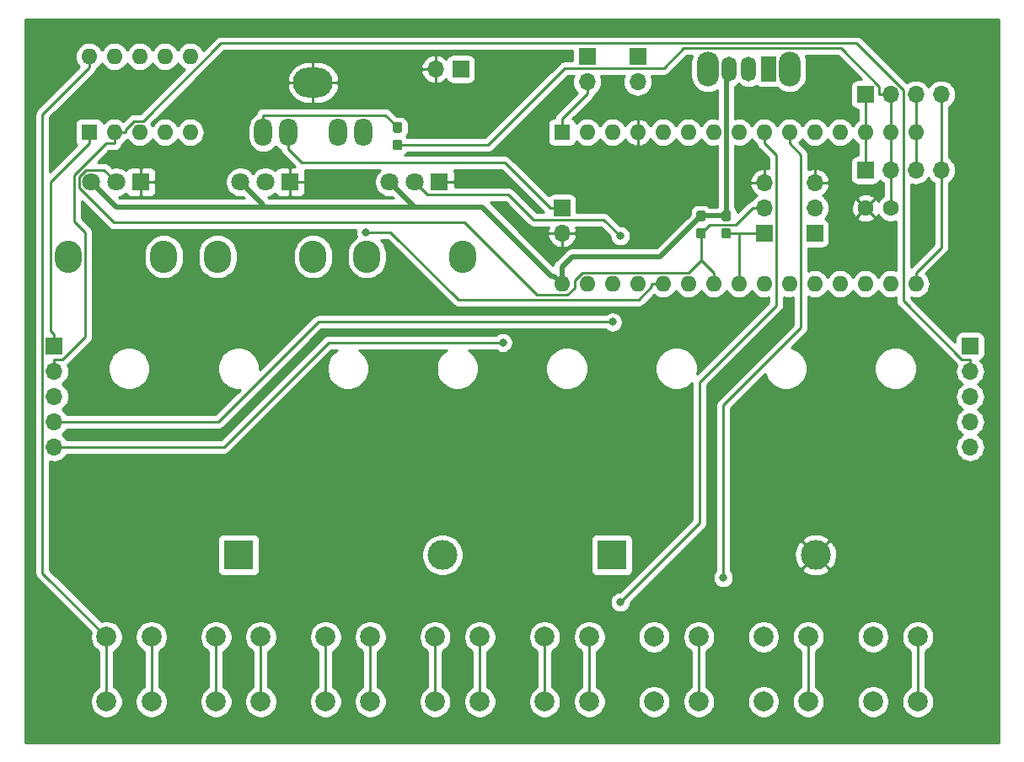
<source format=gbl>
G04 #@! TF.GenerationSoftware,KiCad,Pcbnew,(5.1.4-0)*
G04 #@! TF.CreationDate,2020-07-05T15:44:46+08:00*
G04 #@! TF.ProjectId,pocketSynth,706f636b-6574-4537-996e-74682e6b6963,rev?*
G04 #@! TF.SameCoordinates,PX510ff40PY9896800*
G04 #@! TF.FileFunction,Copper,L2,Bot*
G04 #@! TF.FilePolarity,Positive*
%FSLAX46Y46*%
G04 Gerber Fmt 4.6, Leading zero omitted, Abs format (unit mm)*
G04 Created by KiCad (PCBNEW (5.1.4-0)) date 2020-07-05 15:44:46*
%MOMM*%
%LPD*%
G04 APERTURE LIST*
%ADD10R,1.600000X1.600000*%
%ADD11O,1.600000X1.600000*%
%ADD12C,3.000000*%
%ADD13R,3.000000X3.000000*%
%ADD14R,1.700000X1.700000*%
%ADD15O,1.700000X1.700000*%
%ADD16O,4.000000X3.000000*%
%ADD17O,1.800000X2.800000*%
%ADD18C,1.600000*%
%ADD19O,2.720000X3.240000*%
%ADD20C,1.800000*%
%ADD21R,1.800000X1.800000*%
%ADD22R,1.500000X2.500000*%
%ADD23O,1.500000X2.500000*%
%ADD24O,2.200000X3.500000*%
%ADD25C,0.100000*%
%ADD26C,0.950000*%
%ADD27C,2.000000*%
%ADD28C,0.800000*%
%ADD29C,0.600000*%
%ADD30C,0.250000*%
%ADD31C,0.500000*%
%ADD32C,0.254000*%
G04 APERTURE END LIST*
D10*
X55000000Y62500000D03*
D11*
X88020000Y47260000D03*
X57540000Y62500000D03*
X85480000Y47260000D03*
X60080000Y62500000D03*
X82940000Y47260000D03*
X62620000Y62500000D03*
X80400000Y47260000D03*
X65160000Y62500000D03*
X77860000Y47260000D03*
X67700000Y62500000D03*
X75320000Y47260000D03*
X70240000Y62500000D03*
X72780000Y47260000D03*
X72780000Y62500000D03*
X70240000Y47260000D03*
X75320000Y62500000D03*
X67700000Y47260000D03*
X77860000Y62500000D03*
X65160000Y47260000D03*
X80400000Y62500000D03*
X62620000Y47260000D03*
X82940000Y62500000D03*
X60080000Y47260000D03*
X85480000Y62500000D03*
X57540000Y47260000D03*
X88020000Y62500000D03*
X55000000Y47260000D03*
X90560000Y62500000D03*
X90560000Y47260000D03*
D12*
X42990000Y20000000D03*
D13*
X22500000Y20000000D03*
X60000000Y20000000D03*
D12*
X80490000Y20000000D03*
D14*
X96000000Y41000000D03*
D15*
X96000000Y38460000D03*
X96000000Y35920000D03*
X96000000Y33380000D03*
X96000000Y30840000D03*
X4000000Y30840000D03*
X4000000Y33380000D03*
X4000000Y35920000D03*
X4000000Y38460000D03*
D14*
X4000000Y41000000D03*
D15*
X42300000Y68850000D03*
D14*
X44840000Y68850000D03*
X62620000Y70120000D03*
D15*
X62620000Y67580000D03*
X57540000Y67580000D03*
D14*
X57540000Y70120000D03*
X75320000Y52340000D03*
D15*
X75320000Y54880000D03*
X75320000Y57420000D03*
X80400000Y57420000D03*
X80400000Y54880000D03*
D14*
X80400000Y52340000D03*
X85480000Y58690000D03*
D15*
X88020000Y58690000D03*
X90560000Y58690000D03*
X93100000Y58690000D03*
X93100000Y66310000D03*
X90560000Y66310000D03*
X88020000Y66310000D03*
D14*
X85480000Y66310000D03*
X55000000Y54880000D03*
D15*
X55000000Y52340000D03*
D16*
X30000000Y67500000D03*
D17*
X35000000Y62500000D03*
X32500000Y62500000D03*
X27500000Y62500000D03*
X25000000Y62500000D03*
D18*
X88020000Y54880000D03*
X85520000Y54880000D03*
D10*
X7500000Y62500000D03*
D11*
X17660000Y70120000D03*
X10040000Y62500000D03*
X15120000Y70120000D03*
X12580000Y62500000D03*
X12580000Y70120000D03*
X15120000Y62500000D03*
X10040000Y70120000D03*
X17660000Y62500000D03*
X7500000Y70120000D03*
D19*
X45000000Y50000000D03*
X35400000Y50000000D03*
D20*
X37700000Y57500000D03*
X40200000Y57500000D03*
D21*
X42700000Y57500000D03*
X27700000Y57500000D03*
D20*
X25200000Y57500000D03*
X22700000Y57500000D03*
D19*
X20400000Y50000000D03*
X30000000Y50000000D03*
D21*
X12700000Y57500000D03*
D20*
X10200000Y57500000D03*
X7700000Y57500000D03*
D19*
X5400000Y50000000D03*
X15000000Y50000000D03*
D22*
X75760000Y68850000D03*
D23*
X73760000Y68850000D03*
X71760000Y68850000D03*
D24*
X77860000Y68850000D03*
X69660000Y68850000D03*
D25*
G36*
X38750779Y63503856D02*
G01*
X38773834Y63500437D01*
X38796443Y63494773D01*
X38818387Y63486921D01*
X38839457Y63476956D01*
X38859448Y63464974D01*
X38878168Y63451090D01*
X38895438Y63435438D01*
X38911090Y63418168D01*
X38924974Y63399448D01*
X38936956Y63379457D01*
X38946921Y63358387D01*
X38954773Y63336443D01*
X38960437Y63313834D01*
X38963856Y63290779D01*
X38965000Y63267500D01*
X38965000Y62692500D01*
X38963856Y62669221D01*
X38960437Y62646166D01*
X38954773Y62623557D01*
X38946921Y62601613D01*
X38936956Y62580543D01*
X38924974Y62560552D01*
X38911090Y62541832D01*
X38895438Y62524562D01*
X38878168Y62508910D01*
X38859448Y62495026D01*
X38839457Y62483044D01*
X38818387Y62473079D01*
X38796443Y62465227D01*
X38773834Y62459563D01*
X38750779Y62456144D01*
X38727500Y62455000D01*
X38252500Y62455000D01*
X38229221Y62456144D01*
X38206166Y62459563D01*
X38183557Y62465227D01*
X38161613Y62473079D01*
X38140543Y62483044D01*
X38120552Y62495026D01*
X38101832Y62508910D01*
X38084562Y62524562D01*
X38068910Y62541832D01*
X38055026Y62560552D01*
X38043044Y62580543D01*
X38033079Y62601613D01*
X38025227Y62623557D01*
X38019563Y62646166D01*
X38016144Y62669221D01*
X38015000Y62692500D01*
X38015000Y63267500D01*
X38016144Y63290779D01*
X38019563Y63313834D01*
X38025227Y63336443D01*
X38033079Y63358387D01*
X38043044Y63379457D01*
X38055026Y63399448D01*
X38068910Y63418168D01*
X38084562Y63435438D01*
X38101832Y63451090D01*
X38120552Y63464974D01*
X38140543Y63476956D01*
X38161613Y63486921D01*
X38183557Y63494773D01*
X38206166Y63500437D01*
X38229221Y63503856D01*
X38252500Y63505000D01*
X38727500Y63505000D01*
X38750779Y63503856D01*
X38750779Y63503856D01*
G37*
D26*
X38490000Y62980000D03*
D25*
G36*
X38750779Y61753856D02*
G01*
X38773834Y61750437D01*
X38796443Y61744773D01*
X38818387Y61736921D01*
X38839457Y61726956D01*
X38859448Y61714974D01*
X38878168Y61701090D01*
X38895438Y61685438D01*
X38911090Y61668168D01*
X38924974Y61649448D01*
X38936956Y61629457D01*
X38946921Y61608387D01*
X38954773Y61586443D01*
X38960437Y61563834D01*
X38963856Y61540779D01*
X38965000Y61517500D01*
X38965000Y60942500D01*
X38963856Y60919221D01*
X38960437Y60896166D01*
X38954773Y60873557D01*
X38946921Y60851613D01*
X38936956Y60830543D01*
X38924974Y60810552D01*
X38911090Y60791832D01*
X38895438Y60774562D01*
X38878168Y60758910D01*
X38859448Y60745026D01*
X38839457Y60733044D01*
X38818387Y60723079D01*
X38796443Y60715227D01*
X38773834Y60709563D01*
X38750779Y60706144D01*
X38727500Y60705000D01*
X38252500Y60705000D01*
X38229221Y60706144D01*
X38206166Y60709563D01*
X38183557Y60715227D01*
X38161613Y60723079D01*
X38140543Y60733044D01*
X38120552Y60745026D01*
X38101832Y60758910D01*
X38084562Y60774562D01*
X38068910Y60791832D01*
X38055026Y60810552D01*
X38043044Y60830543D01*
X38033079Y60851613D01*
X38025227Y60873557D01*
X38019563Y60896166D01*
X38016144Y60919221D01*
X38015000Y60942500D01*
X38015000Y61517500D01*
X38016144Y61540779D01*
X38019563Y61563834D01*
X38025227Y61586443D01*
X38033079Y61608387D01*
X38043044Y61629457D01*
X38055026Y61649448D01*
X38068910Y61668168D01*
X38084562Y61685438D01*
X38101832Y61701090D01*
X38120552Y61714974D01*
X38140543Y61726956D01*
X38161613Y61736921D01*
X38183557Y61744773D01*
X38206166Y61750437D01*
X38229221Y61753856D01*
X38252500Y61755000D01*
X38727500Y61755000D01*
X38750779Y61753856D01*
X38750779Y61753856D01*
G37*
D26*
X38490000Y61230000D03*
D25*
G36*
X71770779Y52863856D02*
G01*
X71793834Y52860437D01*
X71816443Y52854773D01*
X71838387Y52846921D01*
X71859457Y52836956D01*
X71879448Y52824974D01*
X71898168Y52811090D01*
X71915438Y52795438D01*
X71931090Y52778168D01*
X71944974Y52759448D01*
X71956956Y52739457D01*
X71966921Y52718387D01*
X71974773Y52696443D01*
X71980437Y52673834D01*
X71983856Y52650779D01*
X71985000Y52627500D01*
X71985000Y52052500D01*
X71983856Y52029221D01*
X71980437Y52006166D01*
X71974773Y51983557D01*
X71966921Y51961613D01*
X71956956Y51940543D01*
X71944974Y51920552D01*
X71931090Y51901832D01*
X71915438Y51884562D01*
X71898168Y51868910D01*
X71879448Y51855026D01*
X71859457Y51843044D01*
X71838387Y51833079D01*
X71816443Y51825227D01*
X71793834Y51819563D01*
X71770779Y51816144D01*
X71747500Y51815000D01*
X71272500Y51815000D01*
X71249221Y51816144D01*
X71226166Y51819563D01*
X71203557Y51825227D01*
X71181613Y51833079D01*
X71160543Y51843044D01*
X71140552Y51855026D01*
X71121832Y51868910D01*
X71104562Y51884562D01*
X71088910Y51901832D01*
X71075026Y51920552D01*
X71063044Y51940543D01*
X71053079Y51961613D01*
X71045227Y51983557D01*
X71039563Y52006166D01*
X71036144Y52029221D01*
X71035000Y52052500D01*
X71035000Y52627500D01*
X71036144Y52650779D01*
X71039563Y52673834D01*
X71045227Y52696443D01*
X71053079Y52718387D01*
X71063044Y52739457D01*
X71075026Y52759448D01*
X71088910Y52778168D01*
X71104562Y52795438D01*
X71121832Y52811090D01*
X71140552Y52824974D01*
X71160543Y52836956D01*
X71181613Y52846921D01*
X71203557Y52854773D01*
X71226166Y52860437D01*
X71249221Y52863856D01*
X71272500Y52865000D01*
X71747500Y52865000D01*
X71770779Y52863856D01*
X71770779Y52863856D01*
G37*
D26*
X71510000Y52340000D03*
D25*
G36*
X71770779Y54613856D02*
G01*
X71793834Y54610437D01*
X71816443Y54604773D01*
X71838387Y54596921D01*
X71859457Y54586956D01*
X71879448Y54574974D01*
X71898168Y54561090D01*
X71915438Y54545438D01*
X71931090Y54528168D01*
X71944974Y54509448D01*
X71956956Y54489457D01*
X71966921Y54468387D01*
X71974773Y54446443D01*
X71980437Y54423834D01*
X71983856Y54400779D01*
X71985000Y54377500D01*
X71985000Y53802500D01*
X71983856Y53779221D01*
X71980437Y53756166D01*
X71974773Y53733557D01*
X71966921Y53711613D01*
X71956956Y53690543D01*
X71944974Y53670552D01*
X71931090Y53651832D01*
X71915438Y53634562D01*
X71898168Y53618910D01*
X71879448Y53605026D01*
X71859457Y53593044D01*
X71838387Y53583079D01*
X71816443Y53575227D01*
X71793834Y53569563D01*
X71770779Y53566144D01*
X71747500Y53565000D01*
X71272500Y53565000D01*
X71249221Y53566144D01*
X71226166Y53569563D01*
X71203557Y53575227D01*
X71181613Y53583079D01*
X71160543Y53593044D01*
X71140552Y53605026D01*
X71121832Y53618910D01*
X71104562Y53634562D01*
X71088910Y53651832D01*
X71075026Y53670552D01*
X71063044Y53690543D01*
X71053079Y53711613D01*
X71045227Y53733557D01*
X71039563Y53756166D01*
X71036144Y53779221D01*
X71035000Y53802500D01*
X71035000Y54377500D01*
X71036144Y54400779D01*
X71039563Y54423834D01*
X71045227Y54446443D01*
X71053079Y54468387D01*
X71063044Y54489457D01*
X71075026Y54509448D01*
X71088910Y54528168D01*
X71104562Y54545438D01*
X71121832Y54561090D01*
X71140552Y54574974D01*
X71160543Y54586956D01*
X71181613Y54596921D01*
X71203557Y54604773D01*
X71226166Y54610437D01*
X71249221Y54613856D01*
X71272500Y54615000D01*
X71747500Y54615000D01*
X71770779Y54613856D01*
X71770779Y54613856D01*
G37*
D26*
X71510000Y54090000D03*
D25*
G36*
X69230779Y54613856D02*
G01*
X69253834Y54610437D01*
X69276443Y54604773D01*
X69298387Y54596921D01*
X69319457Y54586956D01*
X69339448Y54574974D01*
X69358168Y54561090D01*
X69375438Y54545438D01*
X69391090Y54528168D01*
X69404974Y54509448D01*
X69416956Y54489457D01*
X69426921Y54468387D01*
X69434773Y54446443D01*
X69440437Y54423834D01*
X69443856Y54400779D01*
X69445000Y54377500D01*
X69445000Y53802500D01*
X69443856Y53779221D01*
X69440437Y53756166D01*
X69434773Y53733557D01*
X69426921Y53711613D01*
X69416956Y53690543D01*
X69404974Y53670552D01*
X69391090Y53651832D01*
X69375438Y53634562D01*
X69358168Y53618910D01*
X69339448Y53605026D01*
X69319457Y53593044D01*
X69298387Y53583079D01*
X69276443Y53575227D01*
X69253834Y53569563D01*
X69230779Y53566144D01*
X69207500Y53565000D01*
X68732500Y53565000D01*
X68709221Y53566144D01*
X68686166Y53569563D01*
X68663557Y53575227D01*
X68641613Y53583079D01*
X68620543Y53593044D01*
X68600552Y53605026D01*
X68581832Y53618910D01*
X68564562Y53634562D01*
X68548910Y53651832D01*
X68535026Y53670552D01*
X68523044Y53690543D01*
X68513079Y53711613D01*
X68505227Y53733557D01*
X68499563Y53756166D01*
X68496144Y53779221D01*
X68495000Y53802500D01*
X68495000Y54377500D01*
X68496144Y54400779D01*
X68499563Y54423834D01*
X68505227Y54446443D01*
X68513079Y54468387D01*
X68523044Y54489457D01*
X68535026Y54509448D01*
X68548910Y54528168D01*
X68564562Y54545438D01*
X68581832Y54561090D01*
X68600552Y54574974D01*
X68620543Y54586956D01*
X68641613Y54596921D01*
X68663557Y54604773D01*
X68686166Y54610437D01*
X68709221Y54613856D01*
X68732500Y54615000D01*
X69207500Y54615000D01*
X69230779Y54613856D01*
X69230779Y54613856D01*
G37*
D26*
X68970000Y54090000D03*
D25*
G36*
X69230779Y52863856D02*
G01*
X69253834Y52860437D01*
X69276443Y52854773D01*
X69298387Y52846921D01*
X69319457Y52836956D01*
X69339448Y52824974D01*
X69358168Y52811090D01*
X69375438Y52795438D01*
X69391090Y52778168D01*
X69404974Y52759448D01*
X69416956Y52739457D01*
X69426921Y52718387D01*
X69434773Y52696443D01*
X69440437Y52673834D01*
X69443856Y52650779D01*
X69445000Y52627500D01*
X69445000Y52052500D01*
X69443856Y52029221D01*
X69440437Y52006166D01*
X69434773Y51983557D01*
X69426921Y51961613D01*
X69416956Y51940543D01*
X69404974Y51920552D01*
X69391090Y51901832D01*
X69375438Y51884562D01*
X69358168Y51868910D01*
X69339448Y51855026D01*
X69319457Y51843044D01*
X69298387Y51833079D01*
X69276443Y51825227D01*
X69253834Y51819563D01*
X69230779Y51816144D01*
X69207500Y51815000D01*
X68732500Y51815000D01*
X68709221Y51816144D01*
X68686166Y51819563D01*
X68663557Y51825227D01*
X68641613Y51833079D01*
X68620543Y51843044D01*
X68600552Y51855026D01*
X68581832Y51868910D01*
X68564562Y51884562D01*
X68548910Y51901832D01*
X68535026Y51920552D01*
X68523044Y51940543D01*
X68513079Y51961613D01*
X68505227Y51983557D01*
X68499563Y52006166D01*
X68496144Y52029221D01*
X68495000Y52052500D01*
X68495000Y52627500D01*
X68496144Y52650779D01*
X68499563Y52673834D01*
X68505227Y52696443D01*
X68513079Y52718387D01*
X68523044Y52739457D01*
X68535026Y52759448D01*
X68548910Y52778168D01*
X68564562Y52795438D01*
X68581832Y52811090D01*
X68600552Y52824974D01*
X68620543Y52836956D01*
X68641613Y52846921D01*
X68663557Y52854773D01*
X68686166Y52860437D01*
X68709221Y52863856D01*
X68732500Y52865000D01*
X69207500Y52865000D01*
X69230779Y52863856D01*
X69230779Y52863856D01*
G37*
D26*
X68970000Y52340000D03*
D27*
X9250000Y11750000D03*
X13750000Y11750000D03*
X9250000Y5250000D03*
X13750000Y5250000D03*
X24750000Y5250000D03*
X20250000Y5250000D03*
X24750000Y11750000D03*
X20250000Y11750000D03*
X31250000Y11750000D03*
X35750000Y11750000D03*
X31250000Y5250000D03*
X35750000Y5250000D03*
X46750000Y5250000D03*
X42250000Y5250000D03*
X46750000Y11750000D03*
X42250000Y11750000D03*
X53250000Y11750000D03*
X57750000Y11750000D03*
X53250000Y5250000D03*
X57750000Y5250000D03*
X68750000Y5250000D03*
X64250000Y5250000D03*
X68750000Y11750000D03*
X64250000Y11750000D03*
X75250000Y11750000D03*
X79750000Y11750000D03*
X75250000Y5250000D03*
X79750000Y5250000D03*
X90750000Y5250000D03*
X86250000Y5250000D03*
X90750000Y11750000D03*
X86250000Y11750000D03*
D28*
X47000000Y58000000D03*
D29*
X60000000Y51000000D03*
D28*
X74500000Y65500000D03*
X65500000Y54000000D03*
X88250000Y52750000D03*
X94250000Y48000000D03*
X75000000Y32000000D03*
X83000000Y37000000D03*
X12000000Y45000000D03*
X10000000Y67000000D03*
X92000000Y56000000D03*
X60856200Y15253300D03*
X60844400Y52070700D03*
X71197200Y17710600D03*
X35274200Y52457800D03*
X60080000Y43417600D03*
X49066600Y41352000D03*
D30*
X57540000Y67580000D02*
X57540000Y66404700D01*
X57540000Y66404700D02*
X55000000Y63864700D01*
X55000000Y63864700D02*
X55000000Y62500000D01*
X72780000Y52340000D02*
X75320000Y52340000D01*
X71510000Y52340000D02*
X72780000Y52340000D01*
X72780000Y48385300D02*
X72780000Y52340000D01*
X72780000Y47260000D02*
X72780000Y48385300D01*
X75320000Y54880000D02*
X74144700Y54880000D01*
X74144700Y54880000D02*
X72479700Y53215000D01*
X72479700Y53215000D02*
X69845000Y53215000D01*
X69845000Y53215000D02*
X68970000Y52340000D01*
X68970000Y49655300D02*
X70240000Y48385300D01*
X68970000Y52340000D02*
X68970000Y49655300D01*
X10200000Y57500000D02*
X8963000Y58737000D01*
X8963000Y58737000D02*
X7178100Y58737000D01*
X7178100Y58737000D02*
X6467800Y58026700D01*
X6467800Y58026700D02*
X6467800Y56942800D01*
X6467800Y56942800D02*
X9990100Y53420500D01*
X9990100Y53420500D02*
X45192900Y53420500D01*
X45192900Y53420500D02*
X52480500Y46132900D01*
X52480500Y46132900D02*
X55519000Y46132900D01*
X55519000Y46132900D02*
X56270000Y46883900D01*
X56270000Y46883900D02*
X56270000Y47634700D01*
X56270000Y47634700D02*
X57020700Y48385400D01*
X57020700Y48385400D02*
X67700100Y48385400D01*
X67700100Y48385400D02*
X68970000Y49655300D01*
X70240000Y47260000D02*
X70240000Y48385300D01*
X75320000Y62500000D02*
X75320000Y61374700D01*
X60856200Y15253300D02*
X68812900Y23210000D01*
X68812900Y23210000D02*
X68812900Y37381900D01*
X68812900Y37381900D02*
X76509600Y45078600D01*
X76509600Y45078600D02*
X76509600Y60185100D01*
X76509600Y60185100D02*
X75320000Y61374700D01*
X40200000Y57500000D02*
X41482600Y56217400D01*
X41482600Y56217400D02*
X49633800Y56217400D01*
X49633800Y56217400D02*
X52146600Y53704600D01*
X52146600Y53704600D02*
X59210500Y53704600D01*
X59210500Y53704600D02*
X60844400Y52070700D01*
X77860000Y62500000D02*
X77860000Y61374700D01*
X71197200Y17710600D02*
X71197200Y35037800D01*
X71197200Y35037800D02*
X78985300Y42825900D01*
X78985300Y42825900D02*
X78985300Y60249400D01*
X78985300Y60249400D02*
X77860000Y61374700D01*
X65160000Y47260000D02*
X64034700Y47260000D01*
X35274200Y52457800D02*
X37781800Y52457800D01*
X37781800Y52457800D02*
X44567400Y45672200D01*
X44567400Y45672200D02*
X62728200Y45672200D01*
X62728200Y45672200D02*
X64034700Y46978700D01*
X64034700Y46978700D02*
X64034700Y47260000D01*
X85480000Y58690000D02*
X85480000Y62500000D01*
X85480000Y66310000D02*
X85480000Y62500000D01*
X88020000Y62500000D02*
X88020000Y66310000D01*
X88020000Y58690000D02*
X88020000Y62500000D01*
X88020000Y66310000D02*
X86844700Y66310000D01*
X38490000Y61230000D02*
X47578100Y61230000D01*
X47578100Y61230000D02*
X55292700Y68944600D01*
X55292700Y68944600D02*
X65242700Y68944600D01*
X65242700Y68944600D02*
X67240400Y70942300D01*
X67240400Y70942300D02*
X83020400Y70942300D01*
X83020400Y70942300D02*
X86844700Y67118000D01*
X86844700Y67118000D02*
X86844700Y66310000D01*
X88020000Y54880000D02*
X88020000Y58690000D01*
D31*
X40200000Y55000000D02*
X25000000Y55000000D01*
X22700000Y57500000D02*
X25000000Y55200000D01*
X25000000Y55200000D02*
X25000000Y55000000D01*
X25000000Y55000000D02*
X10200000Y55000000D01*
X10200000Y55000000D02*
X7700000Y57500000D01*
X55000000Y47260000D02*
X54200000Y48060000D01*
X54200000Y48060000D02*
X53940000Y48060000D01*
X53940000Y48060000D02*
X47000000Y55000000D01*
X47000000Y55000000D02*
X40200000Y55000000D01*
X40200000Y55000000D02*
X37700000Y57500000D01*
X71510000Y54090000D02*
X71510000Y68600000D01*
X71510000Y68600000D02*
X71760000Y68850000D01*
X68970000Y54090000D02*
X71510000Y54090000D01*
X55000000Y47260000D02*
X55000000Y49000000D01*
X55000000Y49000000D02*
X56000000Y50000000D01*
X56000000Y50000000D02*
X64880000Y50000000D01*
X64880000Y50000000D02*
X68970000Y54090000D01*
D30*
X90560000Y58690000D02*
X90560000Y62500000D01*
X90560000Y66310000D02*
X90560000Y62500000D01*
X90560000Y47260000D02*
X90560000Y48385300D01*
X93100000Y58690000D02*
X93100000Y50925300D01*
X93100000Y50925300D02*
X90560000Y48385300D01*
X93100000Y66310000D02*
X93100000Y58690000D01*
X4000000Y41000000D02*
X4000000Y42175300D01*
X7500000Y62500000D02*
X7500000Y61374700D01*
X7500000Y61374700D02*
X3666400Y57541100D01*
X3666400Y57541100D02*
X3666400Y42508900D01*
X3666400Y42508900D02*
X4000000Y42175300D01*
X10040000Y62500000D02*
X10040000Y61374700D01*
X10040000Y61374700D02*
X9178500Y61374700D01*
X9178500Y61374700D02*
X6017400Y58213600D01*
X6017400Y58213600D02*
X6017400Y53536900D01*
X6017400Y53536900D02*
X7085700Y52468600D01*
X7085700Y52468600D02*
X7085700Y41913000D01*
X7085700Y41913000D02*
X4808000Y39635300D01*
X4808000Y39635300D02*
X4000000Y39635300D01*
X10602700Y62500000D02*
X10040000Y62500000D01*
X4000000Y38460000D02*
X4000000Y39635300D01*
X10602700Y62500000D02*
X11165300Y62500000D01*
X96000000Y38460000D02*
X96000000Y39635300D01*
X11165300Y62500000D02*
X11165300Y62781400D01*
X11165300Y62781400D02*
X12009200Y63625300D01*
X12009200Y63625300D02*
X12946100Y63625300D01*
X12946100Y63625300D02*
X20758700Y71437900D01*
X20758700Y71437900D02*
X84590700Y71437900D01*
X84590700Y71437900D02*
X89290000Y66738600D01*
X89290000Y66738600D02*
X89290000Y45537300D01*
X89290000Y45537300D02*
X95192000Y39635300D01*
X95192000Y39635300D02*
X96000000Y39635300D01*
X4000000Y33380000D02*
X20495900Y33380000D01*
X20495900Y33380000D02*
X30533500Y43417600D01*
X30533500Y43417600D02*
X60080000Y43417600D01*
X4000000Y30840000D02*
X21031800Y30840000D01*
X21031800Y30840000D02*
X31543800Y41352000D01*
X31543800Y41352000D02*
X49066600Y41352000D01*
X55000000Y54880000D02*
X53824700Y54880000D01*
X27500000Y62500000D02*
X27500000Y60774700D01*
X27500000Y60774700D02*
X28819500Y59455200D01*
X28819500Y59455200D02*
X49249500Y59455200D01*
X49249500Y59455200D02*
X53824700Y54880000D01*
X25000000Y62500000D02*
X25000000Y64225300D01*
X38490000Y62980000D02*
X37244700Y64225300D01*
X37244700Y64225300D02*
X25000000Y64225300D01*
X13750000Y5250000D02*
X13750000Y11750000D01*
X24750000Y11750000D02*
X24750000Y5250000D01*
X35750000Y5250000D02*
X35750000Y11750000D01*
X46750000Y11750000D02*
X46750000Y5250000D01*
X57750000Y5250000D02*
X57750000Y11750000D01*
X68750000Y11750000D02*
X68750000Y5250000D01*
X79750000Y5250000D02*
X79750000Y11750000D01*
X90750000Y11750000D02*
X90750000Y5250000D01*
X7500000Y70120000D02*
X7500000Y68994700D01*
X9250000Y11750000D02*
X2819400Y18180600D01*
X2819400Y18180600D02*
X2819400Y64314100D01*
X2819400Y64314100D02*
X7500000Y68994700D01*
X9250000Y5250000D02*
X9250000Y11750000D01*
X31250000Y5250000D02*
X31250000Y11750000D01*
X53250000Y5250000D02*
X53250000Y11750000D01*
X20250000Y11750000D02*
X20250000Y5250000D01*
X42250000Y11750000D02*
X42250000Y5250000D01*
D32*
G36*
X98873000Y1127000D02*
G01*
X1127000Y1127000D01*
X1127000Y64314100D01*
X2055724Y64314100D01*
X2059401Y64276767D01*
X2059400Y18217922D01*
X2055724Y18180600D01*
X2059400Y18143278D01*
X2059400Y18143268D01*
X2070397Y18031615D01*
X2096050Y17947047D01*
X2113854Y17888354D01*
X2184426Y17756324D01*
X2224271Y17707774D01*
X2279399Y17640599D01*
X2308403Y17616796D01*
X7683823Y12241375D01*
X7677832Y12226912D01*
X7615000Y11911033D01*
X7615000Y11588967D01*
X7677832Y11273088D01*
X7801082Y10975537D01*
X7980013Y10707748D01*
X8207748Y10480013D01*
X8475537Y10301082D01*
X8490001Y10295091D01*
X8490000Y6704909D01*
X8475537Y6698918D01*
X8207748Y6519987D01*
X7980013Y6292252D01*
X7801082Y6024463D01*
X7677832Y5726912D01*
X7615000Y5411033D01*
X7615000Y5088967D01*
X7677832Y4773088D01*
X7801082Y4475537D01*
X7980013Y4207748D01*
X8207748Y3980013D01*
X8475537Y3801082D01*
X8773088Y3677832D01*
X9088967Y3615000D01*
X9411033Y3615000D01*
X9726912Y3677832D01*
X10024463Y3801082D01*
X10292252Y3980013D01*
X10519987Y4207748D01*
X10698918Y4475537D01*
X10822168Y4773088D01*
X10885000Y5088967D01*
X10885000Y5411033D01*
X10822168Y5726912D01*
X10698918Y6024463D01*
X10519987Y6292252D01*
X10292252Y6519987D01*
X10024463Y6698918D01*
X10010000Y6704909D01*
X10010000Y10295091D01*
X10024463Y10301082D01*
X10292252Y10480013D01*
X10519987Y10707748D01*
X10698918Y10975537D01*
X10822168Y11273088D01*
X10885000Y11588967D01*
X10885000Y11911033D01*
X12115000Y11911033D01*
X12115000Y11588967D01*
X12177832Y11273088D01*
X12301082Y10975537D01*
X12480013Y10707748D01*
X12707748Y10480013D01*
X12975537Y10301082D01*
X12990001Y10295091D01*
X12990000Y6704909D01*
X12975537Y6698918D01*
X12707748Y6519987D01*
X12480013Y6292252D01*
X12301082Y6024463D01*
X12177832Y5726912D01*
X12115000Y5411033D01*
X12115000Y5088967D01*
X12177832Y4773088D01*
X12301082Y4475537D01*
X12480013Y4207748D01*
X12707748Y3980013D01*
X12975537Y3801082D01*
X13273088Y3677832D01*
X13588967Y3615000D01*
X13911033Y3615000D01*
X14226912Y3677832D01*
X14524463Y3801082D01*
X14792252Y3980013D01*
X15019987Y4207748D01*
X15198918Y4475537D01*
X15322168Y4773088D01*
X15385000Y5088967D01*
X15385000Y5411033D01*
X15322168Y5726912D01*
X15198918Y6024463D01*
X15019987Y6292252D01*
X14792252Y6519987D01*
X14524463Y6698918D01*
X14510000Y6704909D01*
X14510000Y10295091D01*
X14524463Y10301082D01*
X14792252Y10480013D01*
X15019987Y10707748D01*
X15198918Y10975537D01*
X15322168Y11273088D01*
X15385000Y11588967D01*
X15385000Y11911033D01*
X18615000Y11911033D01*
X18615000Y11588967D01*
X18677832Y11273088D01*
X18801082Y10975537D01*
X18980013Y10707748D01*
X19207748Y10480013D01*
X19475537Y10301082D01*
X19490000Y10295091D01*
X19490001Y6704909D01*
X19475537Y6698918D01*
X19207748Y6519987D01*
X18980013Y6292252D01*
X18801082Y6024463D01*
X18677832Y5726912D01*
X18615000Y5411033D01*
X18615000Y5088967D01*
X18677832Y4773088D01*
X18801082Y4475537D01*
X18980013Y4207748D01*
X19207748Y3980013D01*
X19475537Y3801082D01*
X19773088Y3677832D01*
X20088967Y3615000D01*
X20411033Y3615000D01*
X20726912Y3677832D01*
X21024463Y3801082D01*
X21292252Y3980013D01*
X21519987Y4207748D01*
X21698918Y4475537D01*
X21822168Y4773088D01*
X21885000Y5088967D01*
X21885000Y5411033D01*
X21822168Y5726912D01*
X21698918Y6024463D01*
X21519987Y6292252D01*
X21292252Y6519987D01*
X21024463Y6698918D01*
X21010000Y6704909D01*
X21010000Y10295091D01*
X21024463Y10301082D01*
X21292252Y10480013D01*
X21519987Y10707748D01*
X21698918Y10975537D01*
X21822168Y11273088D01*
X21885000Y11588967D01*
X21885000Y11911033D01*
X23115000Y11911033D01*
X23115000Y11588967D01*
X23177832Y11273088D01*
X23301082Y10975537D01*
X23480013Y10707748D01*
X23707748Y10480013D01*
X23975537Y10301082D01*
X23990000Y10295091D01*
X23990001Y6704909D01*
X23975537Y6698918D01*
X23707748Y6519987D01*
X23480013Y6292252D01*
X23301082Y6024463D01*
X23177832Y5726912D01*
X23115000Y5411033D01*
X23115000Y5088967D01*
X23177832Y4773088D01*
X23301082Y4475537D01*
X23480013Y4207748D01*
X23707748Y3980013D01*
X23975537Y3801082D01*
X24273088Y3677832D01*
X24588967Y3615000D01*
X24911033Y3615000D01*
X25226912Y3677832D01*
X25524463Y3801082D01*
X25792252Y3980013D01*
X26019987Y4207748D01*
X26198918Y4475537D01*
X26322168Y4773088D01*
X26385000Y5088967D01*
X26385000Y5411033D01*
X26322168Y5726912D01*
X26198918Y6024463D01*
X26019987Y6292252D01*
X25792252Y6519987D01*
X25524463Y6698918D01*
X25510000Y6704909D01*
X25510000Y10295091D01*
X25524463Y10301082D01*
X25792252Y10480013D01*
X26019987Y10707748D01*
X26198918Y10975537D01*
X26322168Y11273088D01*
X26385000Y11588967D01*
X26385000Y11911033D01*
X29615000Y11911033D01*
X29615000Y11588967D01*
X29677832Y11273088D01*
X29801082Y10975537D01*
X29980013Y10707748D01*
X30207748Y10480013D01*
X30475537Y10301082D01*
X30490001Y10295091D01*
X30490000Y6704909D01*
X30475537Y6698918D01*
X30207748Y6519987D01*
X29980013Y6292252D01*
X29801082Y6024463D01*
X29677832Y5726912D01*
X29615000Y5411033D01*
X29615000Y5088967D01*
X29677832Y4773088D01*
X29801082Y4475537D01*
X29980013Y4207748D01*
X30207748Y3980013D01*
X30475537Y3801082D01*
X30773088Y3677832D01*
X31088967Y3615000D01*
X31411033Y3615000D01*
X31726912Y3677832D01*
X32024463Y3801082D01*
X32292252Y3980013D01*
X32519987Y4207748D01*
X32698918Y4475537D01*
X32822168Y4773088D01*
X32885000Y5088967D01*
X32885000Y5411033D01*
X32822168Y5726912D01*
X32698918Y6024463D01*
X32519987Y6292252D01*
X32292252Y6519987D01*
X32024463Y6698918D01*
X32010000Y6704909D01*
X32010000Y10295091D01*
X32024463Y10301082D01*
X32292252Y10480013D01*
X32519987Y10707748D01*
X32698918Y10975537D01*
X32822168Y11273088D01*
X32885000Y11588967D01*
X32885000Y11911033D01*
X34115000Y11911033D01*
X34115000Y11588967D01*
X34177832Y11273088D01*
X34301082Y10975537D01*
X34480013Y10707748D01*
X34707748Y10480013D01*
X34975537Y10301082D01*
X34990001Y10295091D01*
X34990000Y6704909D01*
X34975537Y6698918D01*
X34707748Y6519987D01*
X34480013Y6292252D01*
X34301082Y6024463D01*
X34177832Y5726912D01*
X34115000Y5411033D01*
X34115000Y5088967D01*
X34177832Y4773088D01*
X34301082Y4475537D01*
X34480013Y4207748D01*
X34707748Y3980013D01*
X34975537Y3801082D01*
X35273088Y3677832D01*
X35588967Y3615000D01*
X35911033Y3615000D01*
X36226912Y3677832D01*
X36524463Y3801082D01*
X36792252Y3980013D01*
X37019987Y4207748D01*
X37198918Y4475537D01*
X37322168Y4773088D01*
X37385000Y5088967D01*
X37385000Y5411033D01*
X37322168Y5726912D01*
X37198918Y6024463D01*
X37019987Y6292252D01*
X36792252Y6519987D01*
X36524463Y6698918D01*
X36510000Y6704909D01*
X36510000Y10295091D01*
X36524463Y10301082D01*
X36792252Y10480013D01*
X37019987Y10707748D01*
X37198918Y10975537D01*
X37322168Y11273088D01*
X37385000Y11588967D01*
X37385000Y11911033D01*
X40615000Y11911033D01*
X40615000Y11588967D01*
X40677832Y11273088D01*
X40801082Y10975537D01*
X40980013Y10707748D01*
X41207748Y10480013D01*
X41475537Y10301082D01*
X41490000Y10295091D01*
X41490001Y6704909D01*
X41475537Y6698918D01*
X41207748Y6519987D01*
X40980013Y6292252D01*
X40801082Y6024463D01*
X40677832Y5726912D01*
X40615000Y5411033D01*
X40615000Y5088967D01*
X40677832Y4773088D01*
X40801082Y4475537D01*
X40980013Y4207748D01*
X41207748Y3980013D01*
X41475537Y3801082D01*
X41773088Y3677832D01*
X42088967Y3615000D01*
X42411033Y3615000D01*
X42726912Y3677832D01*
X43024463Y3801082D01*
X43292252Y3980013D01*
X43519987Y4207748D01*
X43698918Y4475537D01*
X43822168Y4773088D01*
X43885000Y5088967D01*
X43885000Y5411033D01*
X43822168Y5726912D01*
X43698918Y6024463D01*
X43519987Y6292252D01*
X43292252Y6519987D01*
X43024463Y6698918D01*
X43010000Y6704909D01*
X43010000Y10295091D01*
X43024463Y10301082D01*
X43292252Y10480013D01*
X43519987Y10707748D01*
X43698918Y10975537D01*
X43822168Y11273088D01*
X43885000Y11588967D01*
X43885000Y11911033D01*
X45115000Y11911033D01*
X45115000Y11588967D01*
X45177832Y11273088D01*
X45301082Y10975537D01*
X45480013Y10707748D01*
X45707748Y10480013D01*
X45975537Y10301082D01*
X45990000Y10295091D01*
X45990001Y6704909D01*
X45975537Y6698918D01*
X45707748Y6519987D01*
X45480013Y6292252D01*
X45301082Y6024463D01*
X45177832Y5726912D01*
X45115000Y5411033D01*
X45115000Y5088967D01*
X45177832Y4773088D01*
X45301082Y4475537D01*
X45480013Y4207748D01*
X45707748Y3980013D01*
X45975537Y3801082D01*
X46273088Y3677832D01*
X46588967Y3615000D01*
X46911033Y3615000D01*
X47226912Y3677832D01*
X47524463Y3801082D01*
X47792252Y3980013D01*
X48019987Y4207748D01*
X48198918Y4475537D01*
X48322168Y4773088D01*
X48385000Y5088967D01*
X48385000Y5411033D01*
X48322168Y5726912D01*
X48198918Y6024463D01*
X48019987Y6292252D01*
X47792252Y6519987D01*
X47524463Y6698918D01*
X47510000Y6704909D01*
X47510000Y10295091D01*
X47524463Y10301082D01*
X47792252Y10480013D01*
X48019987Y10707748D01*
X48198918Y10975537D01*
X48322168Y11273088D01*
X48385000Y11588967D01*
X48385000Y11911033D01*
X51615000Y11911033D01*
X51615000Y11588967D01*
X51677832Y11273088D01*
X51801082Y10975537D01*
X51980013Y10707748D01*
X52207748Y10480013D01*
X52475537Y10301082D01*
X52490001Y10295091D01*
X52490000Y6704909D01*
X52475537Y6698918D01*
X52207748Y6519987D01*
X51980013Y6292252D01*
X51801082Y6024463D01*
X51677832Y5726912D01*
X51615000Y5411033D01*
X51615000Y5088967D01*
X51677832Y4773088D01*
X51801082Y4475537D01*
X51980013Y4207748D01*
X52207748Y3980013D01*
X52475537Y3801082D01*
X52773088Y3677832D01*
X53088967Y3615000D01*
X53411033Y3615000D01*
X53726912Y3677832D01*
X54024463Y3801082D01*
X54292252Y3980013D01*
X54519987Y4207748D01*
X54698918Y4475537D01*
X54822168Y4773088D01*
X54885000Y5088967D01*
X54885000Y5411033D01*
X54822168Y5726912D01*
X54698918Y6024463D01*
X54519987Y6292252D01*
X54292252Y6519987D01*
X54024463Y6698918D01*
X54010000Y6704909D01*
X54010000Y10295091D01*
X54024463Y10301082D01*
X54292252Y10480013D01*
X54519987Y10707748D01*
X54698918Y10975537D01*
X54822168Y11273088D01*
X54885000Y11588967D01*
X54885000Y11911033D01*
X56115000Y11911033D01*
X56115000Y11588967D01*
X56177832Y11273088D01*
X56301082Y10975537D01*
X56480013Y10707748D01*
X56707748Y10480013D01*
X56975537Y10301082D01*
X56990001Y10295091D01*
X56990000Y6704909D01*
X56975537Y6698918D01*
X56707748Y6519987D01*
X56480013Y6292252D01*
X56301082Y6024463D01*
X56177832Y5726912D01*
X56115000Y5411033D01*
X56115000Y5088967D01*
X56177832Y4773088D01*
X56301082Y4475537D01*
X56480013Y4207748D01*
X56707748Y3980013D01*
X56975537Y3801082D01*
X57273088Y3677832D01*
X57588967Y3615000D01*
X57911033Y3615000D01*
X58226912Y3677832D01*
X58524463Y3801082D01*
X58792252Y3980013D01*
X59019987Y4207748D01*
X59198918Y4475537D01*
X59322168Y4773088D01*
X59385000Y5088967D01*
X59385000Y5411033D01*
X62615000Y5411033D01*
X62615000Y5088967D01*
X62677832Y4773088D01*
X62801082Y4475537D01*
X62980013Y4207748D01*
X63207748Y3980013D01*
X63475537Y3801082D01*
X63773088Y3677832D01*
X64088967Y3615000D01*
X64411033Y3615000D01*
X64726912Y3677832D01*
X65024463Y3801082D01*
X65292252Y3980013D01*
X65519987Y4207748D01*
X65698918Y4475537D01*
X65822168Y4773088D01*
X65885000Y5088967D01*
X65885000Y5411033D01*
X65822168Y5726912D01*
X65698918Y6024463D01*
X65519987Y6292252D01*
X65292252Y6519987D01*
X65024463Y6698918D01*
X64726912Y6822168D01*
X64411033Y6885000D01*
X64088967Y6885000D01*
X63773088Y6822168D01*
X63475537Y6698918D01*
X63207748Y6519987D01*
X62980013Y6292252D01*
X62801082Y6024463D01*
X62677832Y5726912D01*
X62615000Y5411033D01*
X59385000Y5411033D01*
X59322168Y5726912D01*
X59198918Y6024463D01*
X59019987Y6292252D01*
X58792252Y6519987D01*
X58524463Y6698918D01*
X58510000Y6704909D01*
X58510000Y10295091D01*
X58524463Y10301082D01*
X58792252Y10480013D01*
X59019987Y10707748D01*
X59198918Y10975537D01*
X59322168Y11273088D01*
X59385000Y11588967D01*
X59385000Y11911033D01*
X62615000Y11911033D01*
X62615000Y11588967D01*
X62677832Y11273088D01*
X62801082Y10975537D01*
X62980013Y10707748D01*
X63207748Y10480013D01*
X63475537Y10301082D01*
X63773088Y10177832D01*
X64088967Y10115000D01*
X64411033Y10115000D01*
X64726912Y10177832D01*
X65024463Y10301082D01*
X65292252Y10480013D01*
X65519987Y10707748D01*
X65698918Y10975537D01*
X65822168Y11273088D01*
X65885000Y11588967D01*
X65885000Y11911033D01*
X67115000Y11911033D01*
X67115000Y11588967D01*
X67177832Y11273088D01*
X67301082Y10975537D01*
X67480013Y10707748D01*
X67707748Y10480013D01*
X67975537Y10301082D01*
X67990000Y10295091D01*
X67990001Y6704909D01*
X67975537Y6698918D01*
X67707748Y6519987D01*
X67480013Y6292252D01*
X67301082Y6024463D01*
X67177832Y5726912D01*
X67115000Y5411033D01*
X67115000Y5088967D01*
X67177832Y4773088D01*
X67301082Y4475537D01*
X67480013Y4207748D01*
X67707748Y3980013D01*
X67975537Y3801082D01*
X68273088Y3677832D01*
X68588967Y3615000D01*
X68911033Y3615000D01*
X69226912Y3677832D01*
X69524463Y3801082D01*
X69792252Y3980013D01*
X70019987Y4207748D01*
X70198918Y4475537D01*
X70322168Y4773088D01*
X70385000Y5088967D01*
X70385000Y5411033D01*
X73615000Y5411033D01*
X73615000Y5088967D01*
X73677832Y4773088D01*
X73801082Y4475537D01*
X73980013Y4207748D01*
X74207748Y3980013D01*
X74475537Y3801082D01*
X74773088Y3677832D01*
X75088967Y3615000D01*
X75411033Y3615000D01*
X75726912Y3677832D01*
X76024463Y3801082D01*
X76292252Y3980013D01*
X76519987Y4207748D01*
X76698918Y4475537D01*
X76822168Y4773088D01*
X76885000Y5088967D01*
X76885000Y5411033D01*
X76822168Y5726912D01*
X76698918Y6024463D01*
X76519987Y6292252D01*
X76292252Y6519987D01*
X76024463Y6698918D01*
X75726912Y6822168D01*
X75411033Y6885000D01*
X75088967Y6885000D01*
X74773088Y6822168D01*
X74475537Y6698918D01*
X74207748Y6519987D01*
X73980013Y6292252D01*
X73801082Y6024463D01*
X73677832Y5726912D01*
X73615000Y5411033D01*
X70385000Y5411033D01*
X70322168Y5726912D01*
X70198918Y6024463D01*
X70019987Y6292252D01*
X69792252Y6519987D01*
X69524463Y6698918D01*
X69510000Y6704909D01*
X69510000Y10295091D01*
X69524463Y10301082D01*
X69792252Y10480013D01*
X70019987Y10707748D01*
X70198918Y10975537D01*
X70322168Y11273088D01*
X70385000Y11588967D01*
X70385000Y11911033D01*
X73615000Y11911033D01*
X73615000Y11588967D01*
X73677832Y11273088D01*
X73801082Y10975537D01*
X73980013Y10707748D01*
X74207748Y10480013D01*
X74475537Y10301082D01*
X74773088Y10177832D01*
X75088967Y10115000D01*
X75411033Y10115000D01*
X75726912Y10177832D01*
X76024463Y10301082D01*
X76292252Y10480013D01*
X76519987Y10707748D01*
X76698918Y10975537D01*
X76822168Y11273088D01*
X76885000Y11588967D01*
X76885000Y11911033D01*
X78115000Y11911033D01*
X78115000Y11588967D01*
X78177832Y11273088D01*
X78301082Y10975537D01*
X78480013Y10707748D01*
X78707748Y10480013D01*
X78975537Y10301082D01*
X78990001Y10295091D01*
X78990000Y6704909D01*
X78975537Y6698918D01*
X78707748Y6519987D01*
X78480013Y6292252D01*
X78301082Y6024463D01*
X78177832Y5726912D01*
X78115000Y5411033D01*
X78115000Y5088967D01*
X78177832Y4773088D01*
X78301082Y4475537D01*
X78480013Y4207748D01*
X78707748Y3980013D01*
X78975537Y3801082D01*
X79273088Y3677832D01*
X79588967Y3615000D01*
X79911033Y3615000D01*
X80226912Y3677832D01*
X80524463Y3801082D01*
X80792252Y3980013D01*
X81019987Y4207748D01*
X81198918Y4475537D01*
X81322168Y4773088D01*
X81385000Y5088967D01*
X81385000Y5411033D01*
X84615000Y5411033D01*
X84615000Y5088967D01*
X84677832Y4773088D01*
X84801082Y4475537D01*
X84980013Y4207748D01*
X85207748Y3980013D01*
X85475537Y3801082D01*
X85773088Y3677832D01*
X86088967Y3615000D01*
X86411033Y3615000D01*
X86726912Y3677832D01*
X87024463Y3801082D01*
X87292252Y3980013D01*
X87519987Y4207748D01*
X87698918Y4475537D01*
X87822168Y4773088D01*
X87885000Y5088967D01*
X87885000Y5411033D01*
X87822168Y5726912D01*
X87698918Y6024463D01*
X87519987Y6292252D01*
X87292252Y6519987D01*
X87024463Y6698918D01*
X86726912Y6822168D01*
X86411033Y6885000D01*
X86088967Y6885000D01*
X85773088Y6822168D01*
X85475537Y6698918D01*
X85207748Y6519987D01*
X84980013Y6292252D01*
X84801082Y6024463D01*
X84677832Y5726912D01*
X84615000Y5411033D01*
X81385000Y5411033D01*
X81322168Y5726912D01*
X81198918Y6024463D01*
X81019987Y6292252D01*
X80792252Y6519987D01*
X80524463Y6698918D01*
X80510000Y6704909D01*
X80510000Y10295091D01*
X80524463Y10301082D01*
X80792252Y10480013D01*
X81019987Y10707748D01*
X81198918Y10975537D01*
X81322168Y11273088D01*
X81385000Y11588967D01*
X81385000Y11911033D01*
X84615000Y11911033D01*
X84615000Y11588967D01*
X84677832Y11273088D01*
X84801082Y10975537D01*
X84980013Y10707748D01*
X85207748Y10480013D01*
X85475537Y10301082D01*
X85773088Y10177832D01*
X86088967Y10115000D01*
X86411033Y10115000D01*
X86726912Y10177832D01*
X87024463Y10301082D01*
X87292252Y10480013D01*
X87519987Y10707748D01*
X87698918Y10975537D01*
X87822168Y11273088D01*
X87885000Y11588967D01*
X87885000Y11911033D01*
X89115000Y11911033D01*
X89115000Y11588967D01*
X89177832Y11273088D01*
X89301082Y10975537D01*
X89480013Y10707748D01*
X89707748Y10480013D01*
X89975537Y10301082D01*
X89990000Y10295091D01*
X89990001Y6704909D01*
X89975537Y6698918D01*
X89707748Y6519987D01*
X89480013Y6292252D01*
X89301082Y6024463D01*
X89177832Y5726912D01*
X89115000Y5411033D01*
X89115000Y5088967D01*
X89177832Y4773088D01*
X89301082Y4475537D01*
X89480013Y4207748D01*
X89707748Y3980013D01*
X89975537Y3801082D01*
X90273088Y3677832D01*
X90588967Y3615000D01*
X90911033Y3615000D01*
X91226912Y3677832D01*
X91524463Y3801082D01*
X91792252Y3980013D01*
X92019987Y4207748D01*
X92198918Y4475537D01*
X92322168Y4773088D01*
X92385000Y5088967D01*
X92385000Y5411033D01*
X92322168Y5726912D01*
X92198918Y6024463D01*
X92019987Y6292252D01*
X91792252Y6519987D01*
X91524463Y6698918D01*
X91510000Y6704909D01*
X91510000Y10295091D01*
X91524463Y10301082D01*
X91792252Y10480013D01*
X92019987Y10707748D01*
X92198918Y10975537D01*
X92322168Y11273088D01*
X92385000Y11588967D01*
X92385000Y11911033D01*
X92322168Y12226912D01*
X92198918Y12524463D01*
X92019987Y12792252D01*
X91792252Y13019987D01*
X91524463Y13198918D01*
X91226912Y13322168D01*
X90911033Y13385000D01*
X90588967Y13385000D01*
X90273088Y13322168D01*
X89975537Y13198918D01*
X89707748Y13019987D01*
X89480013Y12792252D01*
X89301082Y12524463D01*
X89177832Y12226912D01*
X89115000Y11911033D01*
X87885000Y11911033D01*
X87822168Y12226912D01*
X87698918Y12524463D01*
X87519987Y12792252D01*
X87292252Y13019987D01*
X87024463Y13198918D01*
X86726912Y13322168D01*
X86411033Y13385000D01*
X86088967Y13385000D01*
X85773088Y13322168D01*
X85475537Y13198918D01*
X85207748Y13019987D01*
X84980013Y12792252D01*
X84801082Y12524463D01*
X84677832Y12226912D01*
X84615000Y11911033D01*
X81385000Y11911033D01*
X81322168Y12226912D01*
X81198918Y12524463D01*
X81019987Y12792252D01*
X80792252Y13019987D01*
X80524463Y13198918D01*
X80226912Y13322168D01*
X79911033Y13385000D01*
X79588967Y13385000D01*
X79273088Y13322168D01*
X78975537Y13198918D01*
X78707748Y13019987D01*
X78480013Y12792252D01*
X78301082Y12524463D01*
X78177832Y12226912D01*
X78115000Y11911033D01*
X76885000Y11911033D01*
X76822168Y12226912D01*
X76698918Y12524463D01*
X76519987Y12792252D01*
X76292252Y13019987D01*
X76024463Y13198918D01*
X75726912Y13322168D01*
X75411033Y13385000D01*
X75088967Y13385000D01*
X74773088Y13322168D01*
X74475537Y13198918D01*
X74207748Y13019987D01*
X73980013Y12792252D01*
X73801082Y12524463D01*
X73677832Y12226912D01*
X73615000Y11911033D01*
X70385000Y11911033D01*
X70322168Y12226912D01*
X70198918Y12524463D01*
X70019987Y12792252D01*
X69792252Y13019987D01*
X69524463Y13198918D01*
X69226912Y13322168D01*
X68911033Y13385000D01*
X68588967Y13385000D01*
X68273088Y13322168D01*
X67975537Y13198918D01*
X67707748Y13019987D01*
X67480013Y12792252D01*
X67301082Y12524463D01*
X67177832Y12226912D01*
X67115000Y11911033D01*
X65885000Y11911033D01*
X65822168Y12226912D01*
X65698918Y12524463D01*
X65519987Y12792252D01*
X65292252Y13019987D01*
X65024463Y13198918D01*
X64726912Y13322168D01*
X64411033Y13385000D01*
X64088967Y13385000D01*
X63773088Y13322168D01*
X63475537Y13198918D01*
X63207748Y13019987D01*
X62980013Y12792252D01*
X62801082Y12524463D01*
X62677832Y12226912D01*
X62615000Y11911033D01*
X59385000Y11911033D01*
X59322168Y12226912D01*
X59198918Y12524463D01*
X59019987Y12792252D01*
X58792252Y13019987D01*
X58524463Y13198918D01*
X58226912Y13322168D01*
X57911033Y13385000D01*
X57588967Y13385000D01*
X57273088Y13322168D01*
X56975537Y13198918D01*
X56707748Y13019987D01*
X56480013Y12792252D01*
X56301082Y12524463D01*
X56177832Y12226912D01*
X56115000Y11911033D01*
X54885000Y11911033D01*
X54822168Y12226912D01*
X54698918Y12524463D01*
X54519987Y12792252D01*
X54292252Y13019987D01*
X54024463Y13198918D01*
X53726912Y13322168D01*
X53411033Y13385000D01*
X53088967Y13385000D01*
X52773088Y13322168D01*
X52475537Y13198918D01*
X52207748Y13019987D01*
X51980013Y12792252D01*
X51801082Y12524463D01*
X51677832Y12226912D01*
X51615000Y11911033D01*
X48385000Y11911033D01*
X48322168Y12226912D01*
X48198918Y12524463D01*
X48019987Y12792252D01*
X47792252Y13019987D01*
X47524463Y13198918D01*
X47226912Y13322168D01*
X46911033Y13385000D01*
X46588967Y13385000D01*
X46273088Y13322168D01*
X45975537Y13198918D01*
X45707748Y13019987D01*
X45480013Y12792252D01*
X45301082Y12524463D01*
X45177832Y12226912D01*
X45115000Y11911033D01*
X43885000Y11911033D01*
X43822168Y12226912D01*
X43698918Y12524463D01*
X43519987Y12792252D01*
X43292252Y13019987D01*
X43024463Y13198918D01*
X42726912Y13322168D01*
X42411033Y13385000D01*
X42088967Y13385000D01*
X41773088Y13322168D01*
X41475537Y13198918D01*
X41207748Y13019987D01*
X40980013Y12792252D01*
X40801082Y12524463D01*
X40677832Y12226912D01*
X40615000Y11911033D01*
X37385000Y11911033D01*
X37322168Y12226912D01*
X37198918Y12524463D01*
X37019987Y12792252D01*
X36792252Y13019987D01*
X36524463Y13198918D01*
X36226912Y13322168D01*
X35911033Y13385000D01*
X35588967Y13385000D01*
X35273088Y13322168D01*
X34975537Y13198918D01*
X34707748Y13019987D01*
X34480013Y12792252D01*
X34301082Y12524463D01*
X34177832Y12226912D01*
X34115000Y11911033D01*
X32885000Y11911033D01*
X32822168Y12226912D01*
X32698918Y12524463D01*
X32519987Y12792252D01*
X32292252Y13019987D01*
X32024463Y13198918D01*
X31726912Y13322168D01*
X31411033Y13385000D01*
X31088967Y13385000D01*
X30773088Y13322168D01*
X30475537Y13198918D01*
X30207748Y13019987D01*
X29980013Y12792252D01*
X29801082Y12524463D01*
X29677832Y12226912D01*
X29615000Y11911033D01*
X26385000Y11911033D01*
X26322168Y12226912D01*
X26198918Y12524463D01*
X26019987Y12792252D01*
X25792252Y13019987D01*
X25524463Y13198918D01*
X25226912Y13322168D01*
X24911033Y13385000D01*
X24588967Y13385000D01*
X24273088Y13322168D01*
X23975537Y13198918D01*
X23707748Y13019987D01*
X23480013Y12792252D01*
X23301082Y12524463D01*
X23177832Y12226912D01*
X23115000Y11911033D01*
X21885000Y11911033D01*
X21822168Y12226912D01*
X21698918Y12524463D01*
X21519987Y12792252D01*
X21292252Y13019987D01*
X21024463Y13198918D01*
X20726912Y13322168D01*
X20411033Y13385000D01*
X20088967Y13385000D01*
X19773088Y13322168D01*
X19475537Y13198918D01*
X19207748Y13019987D01*
X18980013Y12792252D01*
X18801082Y12524463D01*
X18677832Y12226912D01*
X18615000Y11911033D01*
X15385000Y11911033D01*
X15322168Y12226912D01*
X15198918Y12524463D01*
X15019987Y12792252D01*
X14792252Y13019987D01*
X14524463Y13198918D01*
X14226912Y13322168D01*
X13911033Y13385000D01*
X13588967Y13385000D01*
X13273088Y13322168D01*
X12975537Y13198918D01*
X12707748Y13019987D01*
X12480013Y12792252D01*
X12301082Y12524463D01*
X12177832Y12226912D01*
X12115000Y11911033D01*
X10885000Y11911033D01*
X10822168Y12226912D01*
X10698918Y12524463D01*
X10519987Y12792252D01*
X10292252Y13019987D01*
X10024463Y13198918D01*
X9726912Y13322168D01*
X9411033Y13385000D01*
X9088967Y13385000D01*
X8773088Y13322168D01*
X8758625Y13316177D01*
X3579400Y18495401D01*
X3579400Y21500000D01*
X20361928Y21500000D01*
X20361928Y18500000D01*
X20374188Y18375518D01*
X20410498Y18255820D01*
X20469463Y18145506D01*
X20548815Y18048815D01*
X20645506Y17969463D01*
X20755820Y17910498D01*
X20875518Y17874188D01*
X21000000Y17861928D01*
X24000000Y17861928D01*
X24124482Y17874188D01*
X24244180Y17910498D01*
X24354494Y17969463D01*
X24451185Y18048815D01*
X24530537Y18145506D01*
X24589502Y18255820D01*
X24625812Y18375518D01*
X24638072Y18500000D01*
X24638072Y20210279D01*
X40855000Y20210279D01*
X40855000Y19789721D01*
X40937047Y19377244D01*
X41097988Y18988698D01*
X41331637Y18639017D01*
X41629017Y18341637D01*
X41978698Y18107988D01*
X42367244Y17947047D01*
X42779721Y17865000D01*
X43200279Y17865000D01*
X43612756Y17947047D01*
X44001302Y18107988D01*
X44350983Y18341637D01*
X44648363Y18639017D01*
X44882012Y18988698D01*
X45042953Y19377244D01*
X45125000Y19789721D01*
X45125000Y20210279D01*
X45042953Y20622756D01*
X44882012Y21011302D01*
X44648363Y21360983D01*
X44509346Y21500000D01*
X57861928Y21500000D01*
X57861928Y18500000D01*
X57874188Y18375518D01*
X57910498Y18255820D01*
X57969463Y18145506D01*
X58048815Y18048815D01*
X58145506Y17969463D01*
X58255820Y17910498D01*
X58375518Y17874188D01*
X58500000Y17861928D01*
X61500000Y17861928D01*
X61624482Y17874188D01*
X61744180Y17910498D01*
X61854494Y17969463D01*
X61951185Y18048815D01*
X62030537Y18145506D01*
X62089502Y18255820D01*
X62125812Y18375518D01*
X62138072Y18500000D01*
X62138072Y21500000D01*
X62125812Y21624482D01*
X62089502Y21744180D01*
X62030537Y21854494D01*
X61951185Y21951185D01*
X61854494Y22030537D01*
X61744180Y22089502D01*
X61624482Y22125812D01*
X61500000Y22138072D01*
X58500000Y22138072D01*
X58375518Y22125812D01*
X58255820Y22089502D01*
X58145506Y22030537D01*
X58048815Y21951185D01*
X57969463Y21854494D01*
X57910498Y21744180D01*
X57874188Y21624482D01*
X57861928Y21500000D01*
X44509346Y21500000D01*
X44350983Y21658363D01*
X44001302Y21892012D01*
X43612756Y22052953D01*
X43200279Y22135000D01*
X42779721Y22135000D01*
X42367244Y22052953D01*
X41978698Y21892012D01*
X41629017Y21658363D01*
X41331637Y21360983D01*
X41097988Y21011302D01*
X40937047Y20622756D01*
X40855000Y20210279D01*
X24638072Y20210279D01*
X24638072Y21500000D01*
X24625812Y21624482D01*
X24589502Y21744180D01*
X24530537Y21854494D01*
X24451185Y21951185D01*
X24354494Y22030537D01*
X24244180Y22089502D01*
X24124482Y22125812D01*
X24000000Y22138072D01*
X21000000Y22138072D01*
X20875518Y22125812D01*
X20755820Y22089502D01*
X20645506Y22030537D01*
X20548815Y21951185D01*
X20469463Y21854494D01*
X20410498Y21744180D01*
X20374188Y21624482D01*
X20361928Y21500000D01*
X3579400Y21500000D01*
X3579400Y29415767D01*
X3708889Y29376487D01*
X3927050Y29355000D01*
X4072950Y29355000D01*
X4291111Y29376487D01*
X4571034Y29461401D01*
X4829014Y29599294D01*
X5055134Y29784866D01*
X5240706Y30010986D01*
X5277595Y30080000D01*
X20994478Y30080000D01*
X21031800Y30076324D01*
X21069122Y30080000D01*
X21069133Y30080000D01*
X21180786Y30090997D01*
X21324047Y30134454D01*
X21456076Y30205026D01*
X21571801Y30299999D01*
X21595604Y30329003D01*
X31858602Y40592000D01*
X32413850Y40592000D01*
X32139017Y40408363D01*
X31841637Y40110983D01*
X31607988Y39761302D01*
X31447047Y39372756D01*
X31365000Y38960279D01*
X31365000Y38539721D01*
X31447047Y38127244D01*
X31607988Y37738698D01*
X31841637Y37389017D01*
X32139017Y37091637D01*
X32488698Y36857988D01*
X32877244Y36697047D01*
X33289721Y36615000D01*
X33710279Y36615000D01*
X34122756Y36697047D01*
X34511302Y36857988D01*
X34860983Y37091637D01*
X35158363Y37389017D01*
X35392012Y37738698D01*
X35552953Y38127244D01*
X35635000Y38539721D01*
X35635000Y38960279D01*
X35552953Y39372756D01*
X35392012Y39761302D01*
X35158363Y40110983D01*
X34860983Y40408363D01*
X34586150Y40592000D01*
X43413850Y40592000D01*
X43139017Y40408363D01*
X42841637Y40110983D01*
X42607988Y39761302D01*
X42447047Y39372756D01*
X42365000Y38960279D01*
X42365000Y38539721D01*
X42447047Y38127244D01*
X42607988Y37738698D01*
X42841637Y37389017D01*
X43139017Y37091637D01*
X43488698Y36857988D01*
X43877244Y36697047D01*
X44289721Y36615000D01*
X44710279Y36615000D01*
X45122756Y36697047D01*
X45511302Y36857988D01*
X45860983Y37091637D01*
X46158363Y37389017D01*
X46392012Y37738698D01*
X46552953Y38127244D01*
X46635000Y38539721D01*
X46635000Y38960279D01*
X53365000Y38960279D01*
X53365000Y38539721D01*
X53447047Y38127244D01*
X53607988Y37738698D01*
X53841637Y37389017D01*
X54139017Y37091637D01*
X54488698Y36857988D01*
X54877244Y36697047D01*
X55289721Y36615000D01*
X55710279Y36615000D01*
X56122756Y36697047D01*
X56511302Y36857988D01*
X56860983Y37091637D01*
X57158363Y37389017D01*
X57392012Y37738698D01*
X57552953Y38127244D01*
X57635000Y38539721D01*
X57635000Y38960279D01*
X57552953Y39372756D01*
X57392012Y39761302D01*
X57158363Y40110983D01*
X56860983Y40408363D01*
X56511302Y40642012D01*
X56122756Y40802953D01*
X55710279Y40885000D01*
X55289721Y40885000D01*
X54877244Y40802953D01*
X54488698Y40642012D01*
X54139017Y40408363D01*
X53841637Y40110983D01*
X53607988Y39761302D01*
X53447047Y39372756D01*
X53365000Y38960279D01*
X46635000Y38960279D01*
X46552953Y39372756D01*
X46392012Y39761302D01*
X46158363Y40110983D01*
X45860983Y40408363D01*
X45586150Y40592000D01*
X48362889Y40592000D01*
X48406826Y40548063D01*
X48576344Y40434795D01*
X48764702Y40356774D01*
X48964661Y40317000D01*
X49168539Y40317000D01*
X49368498Y40356774D01*
X49556856Y40434795D01*
X49726374Y40548063D01*
X49870537Y40692226D01*
X49983805Y40861744D01*
X50061826Y41050102D01*
X50101600Y41250061D01*
X50101600Y41453939D01*
X50061826Y41653898D01*
X49983805Y41842256D01*
X49870537Y42011774D01*
X49726374Y42155937D01*
X49556856Y42269205D01*
X49368498Y42347226D01*
X49168539Y42387000D01*
X48964661Y42387000D01*
X48764702Y42347226D01*
X48576344Y42269205D01*
X48406826Y42155937D01*
X48362889Y42112000D01*
X31581123Y42112000D01*
X31543800Y42115676D01*
X31506477Y42112000D01*
X31506467Y42112000D01*
X31394814Y42101003D01*
X31266187Y42061985D01*
X31251553Y42057546D01*
X31119523Y41986974D01*
X31035883Y41918332D01*
X31003799Y41892001D01*
X30980001Y41863003D01*
X20716999Y31600000D01*
X5277595Y31600000D01*
X5240706Y31669014D01*
X5055134Y31895134D01*
X4829014Y32080706D01*
X4774209Y32110000D01*
X4829014Y32139294D01*
X5055134Y32324866D01*
X5240706Y32550986D01*
X5277595Y32620000D01*
X20458578Y32620000D01*
X20495900Y32616324D01*
X20533222Y32620000D01*
X20533233Y32620000D01*
X20644886Y32630997D01*
X20788147Y32674454D01*
X20920176Y32745026D01*
X21035901Y32839999D01*
X21059704Y32869003D01*
X30848302Y42657600D01*
X59376289Y42657600D01*
X59420226Y42613663D01*
X59589744Y42500395D01*
X59778102Y42422374D01*
X59978061Y42382600D01*
X60181939Y42382600D01*
X60381898Y42422374D01*
X60570256Y42500395D01*
X60739774Y42613663D01*
X60883937Y42757826D01*
X60997205Y42927344D01*
X61075226Y43115702D01*
X61115000Y43315661D01*
X61115000Y43519539D01*
X61075226Y43719498D01*
X60997205Y43907856D01*
X60883937Y44077374D01*
X60739774Y44221537D01*
X60570256Y44334805D01*
X60381898Y44412826D01*
X60181939Y44452600D01*
X59978061Y44452600D01*
X59778102Y44412826D01*
X59589744Y44334805D01*
X59420226Y44221537D01*
X59376289Y44177600D01*
X30570822Y44177600D01*
X30533499Y44181276D01*
X30496176Y44177600D01*
X30496167Y44177600D01*
X30384514Y44166603D01*
X30241253Y44123146D01*
X30109223Y44052574D01*
X30025583Y43983932D01*
X29993499Y43957601D01*
X29969701Y43928603D01*
X24635000Y38593901D01*
X24635000Y38960279D01*
X24552953Y39372756D01*
X24392012Y39761302D01*
X24158363Y40110983D01*
X23860983Y40408363D01*
X23511302Y40642012D01*
X23122756Y40802953D01*
X22710279Y40885000D01*
X22289721Y40885000D01*
X21877244Y40802953D01*
X21488698Y40642012D01*
X21139017Y40408363D01*
X20841637Y40110983D01*
X20607988Y39761302D01*
X20447047Y39372756D01*
X20365000Y38960279D01*
X20365000Y38539721D01*
X20447047Y38127244D01*
X20607988Y37738698D01*
X20841637Y37389017D01*
X21139017Y37091637D01*
X21488698Y36857988D01*
X21877244Y36697047D01*
X22289721Y36615000D01*
X22656099Y36615000D01*
X20181099Y34140000D01*
X5277595Y34140000D01*
X5240706Y34209014D01*
X5055134Y34435134D01*
X4829014Y34620706D01*
X4774209Y34650000D01*
X4829014Y34679294D01*
X5055134Y34864866D01*
X5240706Y35090986D01*
X5378599Y35348966D01*
X5463513Y35628889D01*
X5492185Y35920000D01*
X5463513Y36211111D01*
X5378599Y36491034D01*
X5240706Y36749014D01*
X5055134Y36975134D01*
X4829014Y37160706D01*
X4774209Y37190000D01*
X4829014Y37219294D01*
X5055134Y37404866D01*
X5240706Y37630986D01*
X5378599Y37888966D01*
X5463513Y38168889D01*
X5492185Y38460000D01*
X5463513Y38751111D01*
X5400063Y38960279D01*
X9365000Y38960279D01*
X9365000Y38539721D01*
X9447047Y38127244D01*
X9607988Y37738698D01*
X9841637Y37389017D01*
X10139017Y37091637D01*
X10488698Y36857988D01*
X10877244Y36697047D01*
X11289721Y36615000D01*
X11710279Y36615000D01*
X12122756Y36697047D01*
X12511302Y36857988D01*
X12860983Y37091637D01*
X13158363Y37389017D01*
X13392012Y37738698D01*
X13552953Y38127244D01*
X13635000Y38539721D01*
X13635000Y38960279D01*
X13552953Y39372756D01*
X13392012Y39761302D01*
X13158363Y40110983D01*
X12860983Y40408363D01*
X12511302Y40642012D01*
X12122756Y40802953D01*
X11710279Y40885000D01*
X11289721Y40885000D01*
X10877244Y40802953D01*
X10488698Y40642012D01*
X10139017Y40408363D01*
X9841637Y40110983D01*
X9607988Y39761302D01*
X9447047Y39372756D01*
X9365000Y38960279D01*
X5400063Y38960279D01*
X5378599Y39031034D01*
X5345393Y39093159D01*
X5348001Y39095299D01*
X5371804Y39124303D01*
X7596703Y41349201D01*
X7625701Y41372999D01*
X7720674Y41488724D01*
X7791246Y41620753D01*
X7834703Y41764014D01*
X7845700Y41875667D01*
X7845700Y41875676D01*
X7849376Y41912999D01*
X7845700Y41950322D01*
X7845700Y50357997D01*
X13005000Y50357997D01*
X13005000Y49642002D01*
X13033867Y49348912D01*
X13147943Y48972853D01*
X13333193Y48626275D01*
X13582498Y48322497D01*
X13886276Y48073193D01*
X14232854Y47887943D01*
X14608913Y47773867D01*
X15000000Y47735348D01*
X15391088Y47773867D01*
X15767147Y47887943D01*
X16113725Y48073193D01*
X16417503Y48322497D01*
X16666807Y48626275D01*
X16852057Y48972853D01*
X16966133Y49348913D01*
X16995000Y49642003D01*
X16995000Y50357997D01*
X18405000Y50357997D01*
X18405000Y49642002D01*
X18433867Y49348912D01*
X18547943Y48972853D01*
X18733193Y48626275D01*
X18982498Y48322497D01*
X19286276Y48073193D01*
X19632854Y47887943D01*
X20008913Y47773867D01*
X20400000Y47735348D01*
X20791088Y47773867D01*
X21167147Y47887943D01*
X21513725Y48073193D01*
X21817503Y48322497D01*
X22066807Y48626275D01*
X22252057Y48972853D01*
X22366133Y49348913D01*
X22395000Y49642003D01*
X22395000Y50357997D01*
X28005000Y50357997D01*
X28005000Y49642002D01*
X28033867Y49348912D01*
X28147943Y48972853D01*
X28333193Y48626275D01*
X28582498Y48322497D01*
X28886276Y48073193D01*
X29232854Y47887943D01*
X29608913Y47773867D01*
X30000000Y47735348D01*
X30391088Y47773867D01*
X30767147Y47887943D01*
X31113725Y48073193D01*
X31417503Y48322497D01*
X31666807Y48626275D01*
X31852057Y48972853D01*
X31966133Y49348913D01*
X31995000Y49642003D01*
X31995000Y50357998D01*
X31966133Y50651088D01*
X31852057Y51027147D01*
X31666807Y51373725D01*
X31417503Y51677503D01*
X31113725Y51926807D01*
X30767146Y52112057D01*
X30391087Y52226133D01*
X30000000Y52264652D01*
X29608912Y52226133D01*
X29232853Y52112057D01*
X28886275Y51926807D01*
X28582497Y51677503D01*
X28333193Y51373725D01*
X28147943Y51027146D01*
X28033867Y50651087D01*
X28005000Y50357997D01*
X22395000Y50357997D01*
X22395000Y50357998D01*
X22366133Y50651088D01*
X22252057Y51027147D01*
X22066807Y51373725D01*
X21817503Y51677503D01*
X21513725Y51926807D01*
X21167146Y52112057D01*
X20791087Y52226133D01*
X20400000Y52264652D01*
X20008912Y52226133D01*
X19632853Y52112057D01*
X19286275Y51926807D01*
X18982497Y51677503D01*
X18733193Y51373725D01*
X18547943Y51027146D01*
X18433867Y50651087D01*
X18405000Y50357997D01*
X16995000Y50357997D01*
X16995000Y50357998D01*
X16966133Y50651088D01*
X16852057Y51027147D01*
X16666807Y51373725D01*
X16417503Y51677503D01*
X16113725Y51926807D01*
X15767146Y52112057D01*
X15391087Y52226133D01*
X15000000Y52264652D01*
X14608912Y52226133D01*
X14232853Y52112057D01*
X13886275Y51926807D01*
X13582497Y51677503D01*
X13333193Y51373725D01*
X13147943Y51027146D01*
X13033867Y50651087D01*
X13005000Y50357997D01*
X7845700Y50357997D01*
X7845700Y52431278D01*
X7849376Y52468601D01*
X7845700Y52505924D01*
X7845700Y52505933D01*
X7834703Y52617586D01*
X7791246Y52760847D01*
X7720674Y52892876D01*
X7625701Y53008601D01*
X7596704Y53032398D01*
X6777400Y53851701D01*
X6777400Y55558399D01*
X9426305Y52909492D01*
X9450099Y52880499D01*
X9479092Y52856705D01*
X9479096Y52856701D01*
X9509982Y52831354D01*
X9565824Y52785526D01*
X9697853Y52714954D01*
X9841114Y52671497D01*
X9952767Y52660500D01*
X9952776Y52660500D01*
X9990099Y52656824D01*
X10027422Y52660500D01*
X34259242Y52660500D01*
X34239200Y52559739D01*
X34239200Y52355861D01*
X34278974Y52155902D01*
X34356995Y51967544D01*
X34358441Y51965380D01*
X34286275Y51926807D01*
X33982497Y51677503D01*
X33733193Y51373725D01*
X33547943Y51027146D01*
X33433867Y50651087D01*
X33405000Y50357997D01*
X33405000Y49642002D01*
X33433867Y49348912D01*
X33547943Y48972853D01*
X33733193Y48626275D01*
X33982498Y48322497D01*
X34286276Y48073193D01*
X34632854Y47887943D01*
X35008913Y47773867D01*
X35400000Y47735348D01*
X35791088Y47773867D01*
X36167147Y47887943D01*
X36513725Y48073193D01*
X36817503Y48322497D01*
X37066807Y48626275D01*
X37252057Y48972853D01*
X37366133Y49348913D01*
X37395000Y49642003D01*
X37395000Y50357998D01*
X37366133Y50651088D01*
X37252057Y51027147D01*
X37066807Y51373725D01*
X36817503Y51677503D01*
X36792771Y51697800D01*
X37466999Y51697800D01*
X44003601Y45161197D01*
X44027399Y45132199D01*
X44056397Y45108401D01*
X44143124Y45037226D01*
X44275153Y44966654D01*
X44418414Y44923197D01*
X44567400Y44908523D01*
X44604733Y44912200D01*
X62690878Y44912200D01*
X62728200Y44908524D01*
X62765522Y44912200D01*
X62765533Y44912200D01*
X62877186Y44923197D01*
X63020447Y44966654D01*
X63152476Y45037226D01*
X63268201Y45132199D01*
X63292004Y45161203D01*
X64267159Y46136357D01*
X64358899Y46061068D01*
X64608192Y45927818D01*
X64878691Y45845764D01*
X65089508Y45825000D01*
X65230492Y45825000D01*
X65441309Y45845764D01*
X65711808Y45927818D01*
X65961101Y46061068D01*
X66179608Y46240392D01*
X66358932Y46458899D01*
X66430000Y46591858D01*
X66501068Y46458899D01*
X66680392Y46240392D01*
X66898899Y46061068D01*
X67148192Y45927818D01*
X67418691Y45845764D01*
X67629508Y45825000D01*
X67770492Y45825000D01*
X67981309Y45845764D01*
X68251808Y45927818D01*
X68501101Y46061068D01*
X68719608Y46240392D01*
X68898932Y46458899D01*
X68970000Y46591858D01*
X69041068Y46458899D01*
X69220392Y46240392D01*
X69438899Y46061068D01*
X69688192Y45927818D01*
X69958691Y45845764D01*
X70169508Y45825000D01*
X70310492Y45825000D01*
X70521309Y45845764D01*
X70791808Y45927818D01*
X71041101Y46061068D01*
X71259608Y46240392D01*
X71438932Y46458899D01*
X71510000Y46591858D01*
X71581068Y46458899D01*
X71760392Y46240392D01*
X71978899Y46061068D01*
X72228192Y45927818D01*
X72498691Y45845764D01*
X72709508Y45825000D01*
X72850492Y45825000D01*
X73061309Y45845764D01*
X73331808Y45927818D01*
X73581101Y46061068D01*
X73799608Y46240392D01*
X73978932Y46458899D01*
X74050000Y46591858D01*
X74121068Y46458899D01*
X74300392Y46240392D01*
X74518899Y46061068D01*
X74768192Y45927818D01*
X75038691Y45845764D01*
X75249508Y45825000D01*
X75390492Y45825000D01*
X75601309Y45845764D01*
X75749600Y45890747D01*
X75749600Y45393402D01*
X68570213Y38214014D01*
X68635000Y38539721D01*
X68635000Y38960279D01*
X68552953Y39372756D01*
X68392012Y39761302D01*
X68158363Y40110983D01*
X67860983Y40408363D01*
X67511302Y40642012D01*
X67122756Y40802953D01*
X66710279Y40885000D01*
X66289721Y40885000D01*
X65877244Y40802953D01*
X65488698Y40642012D01*
X65139017Y40408363D01*
X64841637Y40110983D01*
X64607988Y39761302D01*
X64447047Y39372756D01*
X64365000Y38960279D01*
X64365000Y38539721D01*
X64447047Y38127244D01*
X64607988Y37738698D01*
X64841637Y37389017D01*
X65139017Y37091637D01*
X65488698Y36857988D01*
X65877244Y36697047D01*
X66289721Y36615000D01*
X66710279Y36615000D01*
X67122756Y36697047D01*
X67511302Y36857988D01*
X67860983Y37091637D01*
X68052901Y37283555D01*
X68052900Y23524802D01*
X60816399Y16288300D01*
X60754261Y16288300D01*
X60554302Y16248526D01*
X60365944Y16170505D01*
X60196426Y16057237D01*
X60052263Y15913074D01*
X59938995Y15743556D01*
X59860974Y15555198D01*
X59821200Y15355239D01*
X59821200Y15151361D01*
X59860974Y14951402D01*
X59938995Y14763044D01*
X60052263Y14593526D01*
X60196426Y14449363D01*
X60365944Y14336095D01*
X60554302Y14258074D01*
X60754261Y14218300D01*
X60958139Y14218300D01*
X61158098Y14258074D01*
X61346456Y14336095D01*
X61515974Y14449363D01*
X61660137Y14593526D01*
X61773405Y14763044D01*
X61851426Y14951402D01*
X61891200Y15151361D01*
X61891200Y15213499D01*
X69323904Y22646202D01*
X69352901Y22669999D01*
X69379232Y22702083D01*
X69447874Y22785723D01*
X69518446Y22917753D01*
X69518446Y22917754D01*
X69561903Y23061014D01*
X69572900Y23172667D01*
X69572900Y23172676D01*
X69576576Y23209999D01*
X69572900Y23247322D01*
X69572900Y37067099D01*
X77020604Y44514802D01*
X77049601Y44538599D01*
X77144574Y44654324D01*
X77215146Y44786353D01*
X77258603Y44929614D01*
X77269600Y45041267D01*
X77269600Y45041268D01*
X77273277Y45078600D01*
X77269600Y45115933D01*
X77269600Y45948446D01*
X77308192Y45927818D01*
X77578691Y45845764D01*
X77789508Y45825000D01*
X77930492Y45825000D01*
X78141309Y45845764D01*
X78225300Y45871242D01*
X78225300Y43140702D01*
X70686198Y35601599D01*
X70657200Y35577801D01*
X70633402Y35548803D01*
X70633401Y35548802D01*
X70562226Y35462076D01*
X70491654Y35330046D01*
X70448198Y35186785D01*
X70433524Y35037800D01*
X70437201Y35000467D01*
X70437200Y18414311D01*
X70393263Y18370374D01*
X70279995Y18200856D01*
X70201974Y18012498D01*
X70162200Y17812539D01*
X70162200Y17608661D01*
X70201974Y17408702D01*
X70279995Y17220344D01*
X70393263Y17050826D01*
X70537426Y16906663D01*
X70706944Y16793395D01*
X70895302Y16715374D01*
X71095261Y16675600D01*
X71299139Y16675600D01*
X71499098Y16715374D01*
X71687456Y16793395D01*
X71856974Y16906663D01*
X72001137Y17050826D01*
X72114405Y17220344D01*
X72192426Y17408702D01*
X72232200Y17608661D01*
X72232200Y17812539D01*
X72192426Y18012498D01*
X72114405Y18200856D01*
X72001137Y18370374D01*
X71957200Y18414311D01*
X71957200Y18593156D01*
X79087399Y18593156D01*
X79231435Y18262630D01*
X79594562Y18050479D01*
X79992100Y17913247D01*
X80408773Y17856207D01*
X80828566Y17881553D01*
X81235349Y17988309D01*
X81613489Y18172373D01*
X81748565Y18262630D01*
X81892601Y18593156D01*
X80490000Y19995757D01*
X79087399Y18593156D01*
X71957200Y18593156D01*
X71957200Y20081227D01*
X78346207Y20081227D01*
X78371553Y19661434D01*
X78478309Y19254651D01*
X78662373Y18876511D01*
X78752630Y18741435D01*
X79083156Y18597399D01*
X80485757Y20000000D01*
X80494243Y20000000D01*
X81896844Y18597399D01*
X82227370Y18741435D01*
X82439521Y19104562D01*
X82576753Y19502100D01*
X82633793Y19918773D01*
X82608447Y20338566D01*
X82501691Y20745349D01*
X82317627Y21123489D01*
X82227370Y21258565D01*
X81896844Y21402601D01*
X80494243Y20000000D01*
X80485757Y20000000D01*
X79083156Y21402601D01*
X78752630Y21258565D01*
X78540479Y20895438D01*
X78403247Y20497900D01*
X78346207Y20081227D01*
X71957200Y20081227D01*
X71957200Y21406844D01*
X79087399Y21406844D01*
X80490000Y20004243D01*
X81892601Y21406844D01*
X81748565Y21737370D01*
X81385438Y21949521D01*
X80987900Y22086753D01*
X80571227Y22143793D01*
X80151434Y22118447D01*
X79744651Y22011691D01*
X79366511Y21827627D01*
X79231435Y21737370D01*
X79087399Y21406844D01*
X71957200Y21406844D01*
X71957200Y34722999D01*
X75432845Y38198643D01*
X75447047Y38127244D01*
X75607988Y37738698D01*
X75841637Y37389017D01*
X76139017Y37091637D01*
X76488698Y36857988D01*
X76877244Y36697047D01*
X77289721Y36615000D01*
X77710279Y36615000D01*
X78122756Y36697047D01*
X78511302Y36857988D01*
X78860983Y37091637D01*
X79158363Y37389017D01*
X79392012Y37738698D01*
X79552953Y38127244D01*
X79635000Y38539721D01*
X79635000Y38960279D01*
X86365000Y38960279D01*
X86365000Y38539721D01*
X86447047Y38127244D01*
X86607988Y37738698D01*
X86841637Y37389017D01*
X87139017Y37091637D01*
X87488698Y36857988D01*
X87877244Y36697047D01*
X88289721Y36615000D01*
X88710279Y36615000D01*
X89122756Y36697047D01*
X89511302Y36857988D01*
X89860983Y37091637D01*
X90158363Y37389017D01*
X90392012Y37738698D01*
X90552953Y38127244D01*
X90635000Y38539721D01*
X90635000Y38960279D01*
X90552953Y39372756D01*
X90392012Y39761302D01*
X90158363Y40110983D01*
X89860983Y40408363D01*
X89511302Y40642012D01*
X89122756Y40802953D01*
X88710279Y40885000D01*
X88289721Y40885000D01*
X87877244Y40802953D01*
X87488698Y40642012D01*
X87139017Y40408363D01*
X86841637Y40110983D01*
X86607988Y39761302D01*
X86447047Y39372756D01*
X86365000Y38960279D01*
X79635000Y38960279D01*
X79552953Y39372756D01*
X79392012Y39761302D01*
X79158363Y40110983D01*
X78860983Y40408363D01*
X78511302Y40642012D01*
X78122756Y40802953D01*
X78051357Y40817155D01*
X79496304Y42262102D01*
X79525301Y42285899D01*
X79620274Y42401624D01*
X79690846Y42533653D01*
X79734303Y42676914D01*
X79745300Y42788567D01*
X79745300Y42788575D01*
X79748976Y42825900D01*
X79745300Y42863225D01*
X79745300Y45982815D01*
X79848192Y45927818D01*
X80118691Y45845764D01*
X80329508Y45825000D01*
X80470492Y45825000D01*
X80681309Y45845764D01*
X80951808Y45927818D01*
X81201101Y46061068D01*
X81419608Y46240392D01*
X81598932Y46458899D01*
X81670000Y46591858D01*
X81741068Y46458899D01*
X81920392Y46240392D01*
X82138899Y46061068D01*
X82388192Y45927818D01*
X82658691Y45845764D01*
X82869508Y45825000D01*
X83010492Y45825000D01*
X83221309Y45845764D01*
X83491808Y45927818D01*
X83741101Y46061068D01*
X83959608Y46240392D01*
X84138932Y46458899D01*
X84210000Y46591858D01*
X84281068Y46458899D01*
X84460392Y46240392D01*
X84678899Y46061068D01*
X84928192Y45927818D01*
X85198691Y45845764D01*
X85409508Y45825000D01*
X85550492Y45825000D01*
X85761309Y45845764D01*
X86031808Y45927818D01*
X86281101Y46061068D01*
X86499608Y46240392D01*
X86678932Y46458899D01*
X86750000Y46591858D01*
X86821068Y46458899D01*
X87000392Y46240392D01*
X87218899Y46061068D01*
X87468192Y45927818D01*
X87738691Y45845764D01*
X87949508Y45825000D01*
X88090492Y45825000D01*
X88301309Y45845764D01*
X88530001Y45915136D01*
X88530001Y45574633D01*
X88526324Y45537300D01*
X88540998Y45388315D01*
X88584454Y45245054D01*
X88655026Y45113024D01*
X88713916Y45041267D01*
X88750000Y44997299D01*
X88778998Y44973501D01*
X94628205Y39124292D01*
X94651999Y39095299D01*
X94654607Y39093159D01*
X94621401Y39031034D01*
X94536487Y38751111D01*
X94507815Y38460000D01*
X94536487Y38168889D01*
X94621401Y37888966D01*
X94759294Y37630986D01*
X94944866Y37404866D01*
X95170986Y37219294D01*
X95225791Y37190000D01*
X95170986Y37160706D01*
X94944866Y36975134D01*
X94759294Y36749014D01*
X94621401Y36491034D01*
X94536487Y36211111D01*
X94507815Y35920000D01*
X94536487Y35628889D01*
X94621401Y35348966D01*
X94759294Y35090986D01*
X94944866Y34864866D01*
X95170986Y34679294D01*
X95225791Y34650000D01*
X95170986Y34620706D01*
X94944866Y34435134D01*
X94759294Y34209014D01*
X94621401Y33951034D01*
X94536487Y33671111D01*
X94507815Y33380000D01*
X94536487Y33088889D01*
X94621401Y32808966D01*
X94759294Y32550986D01*
X94944866Y32324866D01*
X95170986Y32139294D01*
X95225791Y32110000D01*
X95170986Y32080706D01*
X94944866Y31895134D01*
X94759294Y31669014D01*
X94621401Y31411034D01*
X94536487Y31131111D01*
X94507815Y30840000D01*
X94536487Y30548889D01*
X94621401Y30268966D01*
X94759294Y30010986D01*
X94944866Y29784866D01*
X95170986Y29599294D01*
X95428966Y29461401D01*
X95708889Y29376487D01*
X95927050Y29355000D01*
X96072950Y29355000D01*
X96291111Y29376487D01*
X96571034Y29461401D01*
X96829014Y29599294D01*
X97055134Y29784866D01*
X97240706Y30010986D01*
X97378599Y30268966D01*
X97463513Y30548889D01*
X97492185Y30840000D01*
X97463513Y31131111D01*
X97378599Y31411034D01*
X97240706Y31669014D01*
X97055134Y31895134D01*
X96829014Y32080706D01*
X96774209Y32110000D01*
X96829014Y32139294D01*
X97055134Y32324866D01*
X97240706Y32550986D01*
X97378599Y32808966D01*
X97463513Y33088889D01*
X97492185Y33380000D01*
X97463513Y33671111D01*
X97378599Y33951034D01*
X97240706Y34209014D01*
X97055134Y34435134D01*
X96829014Y34620706D01*
X96774209Y34650000D01*
X96829014Y34679294D01*
X97055134Y34864866D01*
X97240706Y35090986D01*
X97378599Y35348966D01*
X97463513Y35628889D01*
X97492185Y35920000D01*
X97463513Y36211111D01*
X97378599Y36491034D01*
X97240706Y36749014D01*
X97055134Y36975134D01*
X96829014Y37160706D01*
X96774209Y37190000D01*
X96829014Y37219294D01*
X97055134Y37404866D01*
X97240706Y37630986D01*
X97378599Y37888966D01*
X97463513Y38168889D01*
X97492185Y38460000D01*
X97463513Y38751111D01*
X97378599Y39031034D01*
X97240706Y39289014D01*
X97055134Y39515134D01*
X97025313Y39539607D01*
X97094180Y39560498D01*
X97204494Y39619463D01*
X97301185Y39698815D01*
X97380537Y39795506D01*
X97439502Y39905820D01*
X97475812Y40025518D01*
X97488072Y40150000D01*
X97488072Y41850000D01*
X97475812Y41974482D01*
X97439502Y42094180D01*
X97380537Y42204494D01*
X97301185Y42301185D01*
X97204494Y42380537D01*
X97094180Y42439502D01*
X96974482Y42475812D01*
X96850000Y42488072D01*
X95150000Y42488072D01*
X95025518Y42475812D01*
X94905820Y42439502D01*
X94795506Y42380537D01*
X94698815Y42301185D01*
X94619463Y42204494D01*
X94560498Y42094180D01*
X94524188Y41974482D01*
X94511928Y41850000D01*
X94511928Y41390175D01*
X90050000Y45852101D01*
X90050000Y45915136D01*
X90278691Y45845764D01*
X90489508Y45825000D01*
X90630492Y45825000D01*
X90841309Y45845764D01*
X91111808Y45927818D01*
X91361101Y46061068D01*
X91579608Y46240392D01*
X91758932Y46458899D01*
X91892182Y46708192D01*
X91974236Y46978691D01*
X92001943Y47260000D01*
X91974236Y47541309D01*
X91892182Y47811808D01*
X91758932Y48061101D01*
X91579608Y48279608D01*
X91551872Y48302370D01*
X93611008Y50361505D01*
X93640001Y50385299D01*
X93663795Y50414292D01*
X93663799Y50414296D01*
X93734973Y50501023D01*
X93734974Y50501024D01*
X93805546Y50633053D01*
X93849003Y50776314D01*
X93860000Y50887967D01*
X93860000Y50887976D01*
X93863676Y50925299D01*
X93860000Y50962622D01*
X93860000Y57412405D01*
X93929014Y57449294D01*
X94155134Y57634866D01*
X94340706Y57860986D01*
X94478599Y58118966D01*
X94563513Y58398889D01*
X94592185Y58690000D01*
X94563513Y58981111D01*
X94478599Y59261034D01*
X94340706Y59519014D01*
X94155134Y59745134D01*
X93929014Y59930706D01*
X93860000Y59967595D01*
X93860000Y65032405D01*
X93929014Y65069294D01*
X94155134Y65254866D01*
X94340706Y65480986D01*
X94478599Y65738966D01*
X94563513Y66018889D01*
X94592185Y66310000D01*
X94563513Y66601111D01*
X94478599Y66881034D01*
X94340706Y67139014D01*
X94155134Y67365134D01*
X93929014Y67550706D01*
X93671034Y67688599D01*
X93391111Y67773513D01*
X93172950Y67795000D01*
X93027050Y67795000D01*
X92808889Y67773513D01*
X92528966Y67688599D01*
X92270986Y67550706D01*
X92044866Y67365134D01*
X91859294Y67139014D01*
X91830000Y67084209D01*
X91800706Y67139014D01*
X91615134Y67365134D01*
X91389014Y67550706D01*
X91131034Y67688599D01*
X90851111Y67773513D01*
X90632950Y67795000D01*
X90487050Y67795000D01*
X90268889Y67773513D01*
X89988966Y67688599D01*
X89730986Y67550706D01*
X89633061Y67470341D01*
X85154504Y71948897D01*
X85130701Y71977901D01*
X85014976Y72072874D01*
X84882947Y72143446D01*
X84739686Y72186903D01*
X84628033Y72197900D01*
X84628022Y72197900D01*
X84590700Y72201576D01*
X84553378Y72197900D01*
X20796023Y72197900D01*
X20758700Y72201576D01*
X20721377Y72197900D01*
X20721367Y72197900D01*
X20609714Y72186903D01*
X20466453Y72143446D01*
X20334423Y72072874D01*
X20250783Y72004232D01*
X20218699Y71977901D01*
X20194901Y71948903D01*
X18966275Y70720277D01*
X18858932Y70921101D01*
X18679608Y71139608D01*
X18461101Y71318932D01*
X18211808Y71452182D01*
X17941309Y71534236D01*
X17730492Y71555000D01*
X17589508Y71555000D01*
X17378691Y71534236D01*
X17108192Y71452182D01*
X16858899Y71318932D01*
X16640392Y71139608D01*
X16461068Y70921101D01*
X16390000Y70788142D01*
X16318932Y70921101D01*
X16139608Y71139608D01*
X15921101Y71318932D01*
X15671808Y71452182D01*
X15401309Y71534236D01*
X15190492Y71555000D01*
X15049508Y71555000D01*
X14838691Y71534236D01*
X14568192Y71452182D01*
X14318899Y71318932D01*
X14100392Y71139608D01*
X13921068Y70921101D01*
X13850000Y70788142D01*
X13778932Y70921101D01*
X13599608Y71139608D01*
X13381101Y71318932D01*
X13131808Y71452182D01*
X12861309Y71534236D01*
X12650492Y71555000D01*
X12509508Y71555000D01*
X12298691Y71534236D01*
X12028192Y71452182D01*
X11778899Y71318932D01*
X11560392Y71139608D01*
X11381068Y70921101D01*
X11310000Y70788142D01*
X11238932Y70921101D01*
X11059608Y71139608D01*
X10841101Y71318932D01*
X10591808Y71452182D01*
X10321309Y71534236D01*
X10110492Y71555000D01*
X9969508Y71555000D01*
X9758691Y71534236D01*
X9488192Y71452182D01*
X9238899Y71318932D01*
X9020392Y71139608D01*
X8841068Y70921101D01*
X8770000Y70788142D01*
X8698932Y70921101D01*
X8519608Y71139608D01*
X8301101Y71318932D01*
X8051808Y71452182D01*
X7781309Y71534236D01*
X7570492Y71555000D01*
X7429508Y71555000D01*
X7218691Y71534236D01*
X6948192Y71452182D01*
X6698899Y71318932D01*
X6480392Y71139608D01*
X6301068Y70921101D01*
X6167818Y70671808D01*
X6085764Y70401309D01*
X6058057Y70120000D01*
X6085764Y69838691D01*
X6167818Y69568192D01*
X6301068Y69318899D01*
X6480392Y69100392D01*
X6508128Y69077630D01*
X2308398Y64877899D01*
X2279400Y64854101D01*
X2255602Y64825103D01*
X2255601Y64825102D01*
X2184426Y64738376D01*
X2113854Y64606346D01*
X2102904Y64570246D01*
X2070398Y64463086D01*
X2064648Y64404701D01*
X2055724Y64314100D01*
X1127000Y64314100D01*
X1127000Y73873000D01*
X98873000Y73873000D01*
X98873000Y1127000D01*
X98873000Y1127000D01*
G37*
X98873000Y1127000D02*
X1127000Y1127000D01*
X1127000Y64314100D01*
X2055724Y64314100D01*
X2059401Y64276767D01*
X2059400Y18217922D01*
X2055724Y18180600D01*
X2059400Y18143278D01*
X2059400Y18143268D01*
X2070397Y18031615D01*
X2096050Y17947047D01*
X2113854Y17888354D01*
X2184426Y17756324D01*
X2224271Y17707774D01*
X2279399Y17640599D01*
X2308403Y17616796D01*
X7683823Y12241375D01*
X7677832Y12226912D01*
X7615000Y11911033D01*
X7615000Y11588967D01*
X7677832Y11273088D01*
X7801082Y10975537D01*
X7980013Y10707748D01*
X8207748Y10480013D01*
X8475537Y10301082D01*
X8490001Y10295091D01*
X8490000Y6704909D01*
X8475537Y6698918D01*
X8207748Y6519987D01*
X7980013Y6292252D01*
X7801082Y6024463D01*
X7677832Y5726912D01*
X7615000Y5411033D01*
X7615000Y5088967D01*
X7677832Y4773088D01*
X7801082Y4475537D01*
X7980013Y4207748D01*
X8207748Y3980013D01*
X8475537Y3801082D01*
X8773088Y3677832D01*
X9088967Y3615000D01*
X9411033Y3615000D01*
X9726912Y3677832D01*
X10024463Y3801082D01*
X10292252Y3980013D01*
X10519987Y4207748D01*
X10698918Y4475537D01*
X10822168Y4773088D01*
X10885000Y5088967D01*
X10885000Y5411033D01*
X10822168Y5726912D01*
X10698918Y6024463D01*
X10519987Y6292252D01*
X10292252Y6519987D01*
X10024463Y6698918D01*
X10010000Y6704909D01*
X10010000Y10295091D01*
X10024463Y10301082D01*
X10292252Y10480013D01*
X10519987Y10707748D01*
X10698918Y10975537D01*
X10822168Y11273088D01*
X10885000Y11588967D01*
X10885000Y11911033D01*
X12115000Y11911033D01*
X12115000Y11588967D01*
X12177832Y11273088D01*
X12301082Y10975537D01*
X12480013Y10707748D01*
X12707748Y10480013D01*
X12975537Y10301082D01*
X12990001Y10295091D01*
X12990000Y6704909D01*
X12975537Y6698918D01*
X12707748Y6519987D01*
X12480013Y6292252D01*
X12301082Y6024463D01*
X12177832Y5726912D01*
X12115000Y5411033D01*
X12115000Y5088967D01*
X12177832Y4773088D01*
X12301082Y4475537D01*
X12480013Y4207748D01*
X12707748Y3980013D01*
X12975537Y3801082D01*
X13273088Y3677832D01*
X13588967Y3615000D01*
X13911033Y3615000D01*
X14226912Y3677832D01*
X14524463Y3801082D01*
X14792252Y3980013D01*
X15019987Y4207748D01*
X15198918Y4475537D01*
X15322168Y4773088D01*
X15385000Y5088967D01*
X15385000Y5411033D01*
X15322168Y5726912D01*
X15198918Y6024463D01*
X15019987Y6292252D01*
X14792252Y6519987D01*
X14524463Y6698918D01*
X14510000Y6704909D01*
X14510000Y10295091D01*
X14524463Y10301082D01*
X14792252Y10480013D01*
X15019987Y10707748D01*
X15198918Y10975537D01*
X15322168Y11273088D01*
X15385000Y11588967D01*
X15385000Y11911033D01*
X18615000Y11911033D01*
X18615000Y11588967D01*
X18677832Y11273088D01*
X18801082Y10975537D01*
X18980013Y10707748D01*
X19207748Y10480013D01*
X19475537Y10301082D01*
X19490000Y10295091D01*
X19490001Y6704909D01*
X19475537Y6698918D01*
X19207748Y6519987D01*
X18980013Y6292252D01*
X18801082Y6024463D01*
X18677832Y5726912D01*
X18615000Y5411033D01*
X18615000Y5088967D01*
X18677832Y4773088D01*
X18801082Y4475537D01*
X18980013Y4207748D01*
X19207748Y3980013D01*
X19475537Y3801082D01*
X19773088Y3677832D01*
X20088967Y3615000D01*
X20411033Y3615000D01*
X20726912Y3677832D01*
X21024463Y3801082D01*
X21292252Y3980013D01*
X21519987Y4207748D01*
X21698918Y4475537D01*
X21822168Y4773088D01*
X21885000Y5088967D01*
X21885000Y5411033D01*
X21822168Y5726912D01*
X21698918Y6024463D01*
X21519987Y6292252D01*
X21292252Y6519987D01*
X21024463Y6698918D01*
X21010000Y6704909D01*
X21010000Y10295091D01*
X21024463Y10301082D01*
X21292252Y10480013D01*
X21519987Y10707748D01*
X21698918Y10975537D01*
X21822168Y11273088D01*
X21885000Y11588967D01*
X21885000Y11911033D01*
X23115000Y11911033D01*
X23115000Y11588967D01*
X23177832Y11273088D01*
X23301082Y10975537D01*
X23480013Y10707748D01*
X23707748Y10480013D01*
X23975537Y10301082D01*
X23990000Y10295091D01*
X23990001Y6704909D01*
X23975537Y6698918D01*
X23707748Y6519987D01*
X23480013Y6292252D01*
X23301082Y6024463D01*
X23177832Y5726912D01*
X23115000Y5411033D01*
X23115000Y5088967D01*
X23177832Y4773088D01*
X23301082Y4475537D01*
X23480013Y4207748D01*
X23707748Y3980013D01*
X23975537Y3801082D01*
X24273088Y3677832D01*
X24588967Y3615000D01*
X24911033Y3615000D01*
X25226912Y3677832D01*
X25524463Y3801082D01*
X25792252Y3980013D01*
X26019987Y4207748D01*
X26198918Y4475537D01*
X26322168Y4773088D01*
X26385000Y5088967D01*
X26385000Y5411033D01*
X26322168Y5726912D01*
X26198918Y6024463D01*
X26019987Y6292252D01*
X25792252Y6519987D01*
X25524463Y6698918D01*
X25510000Y6704909D01*
X25510000Y10295091D01*
X25524463Y10301082D01*
X25792252Y10480013D01*
X26019987Y10707748D01*
X26198918Y10975537D01*
X26322168Y11273088D01*
X26385000Y11588967D01*
X26385000Y11911033D01*
X29615000Y11911033D01*
X29615000Y11588967D01*
X29677832Y11273088D01*
X29801082Y10975537D01*
X29980013Y10707748D01*
X30207748Y10480013D01*
X30475537Y10301082D01*
X30490001Y10295091D01*
X30490000Y6704909D01*
X30475537Y6698918D01*
X30207748Y6519987D01*
X29980013Y6292252D01*
X29801082Y6024463D01*
X29677832Y5726912D01*
X29615000Y5411033D01*
X29615000Y5088967D01*
X29677832Y4773088D01*
X29801082Y4475537D01*
X29980013Y4207748D01*
X30207748Y3980013D01*
X30475537Y3801082D01*
X30773088Y3677832D01*
X31088967Y3615000D01*
X31411033Y3615000D01*
X31726912Y3677832D01*
X32024463Y3801082D01*
X32292252Y3980013D01*
X32519987Y4207748D01*
X32698918Y4475537D01*
X32822168Y4773088D01*
X32885000Y5088967D01*
X32885000Y5411033D01*
X32822168Y5726912D01*
X32698918Y6024463D01*
X32519987Y6292252D01*
X32292252Y6519987D01*
X32024463Y6698918D01*
X32010000Y6704909D01*
X32010000Y10295091D01*
X32024463Y10301082D01*
X32292252Y10480013D01*
X32519987Y10707748D01*
X32698918Y10975537D01*
X32822168Y11273088D01*
X32885000Y11588967D01*
X32885000Y11911033D01*
X34115000Y11911033D01*
X34115000Y11588967D01*
X34177832Y11273088D01*
X34301082Y10975537D01*
X34480013Y10707748D01*
X34707748Y10480013D01*
X34975537Y10301082D01*
X34990001Y10295091D01*
X34990000Y6704909D01*
X34975537Y6698918D01*
X34707748Y6519987D01*
X34480013Y6292252D01*
X34301082Y6024463D01*
X34177832Y5726912D01*
X34115000Y5411033D01*
X34115000Y5088967D01*
X34177832Y4773088D01*
X34301082Y4475537D01*
X34480013Y4207748D01*
X34707748Y3980013D01*
X34975537Y3801082D01*
X35273088Y3677832D01*
X35588967Y3615000D01*
X35911033Y3615000D01*
X36226912Y3677832D01*
X36524463Y3801082D01*
X36792252Y3980013D01*
X37019987Y4207748D01*
X37198918Y4475537D01*
X37322168Y4773088D01*
X37385000Y5088967D01*
X37385000Y5411033D01*
X37322168Y5726912D01*
X37198918Y6024463D01*
X37019987Y6292252D01*
X36792252Y6519987D01*
X36524463Y6698918D01*
X36510000Y6704909D01*
X36510000Y10295091D01*
X36524463Y10301082D01*
X36792252Y10480013D01*
X37019987Y10707748D01*
X37198918Y10975537D01*
X37322168Y11273088D01*
X37385000Y11588967D01*
X37385000Y11911033D01*
X40615000Y11911033D01*
X40615000Y11588967D01*
X40677832Y11273088D01*
X40801082Y10975537D01*
X40980013Y10707748D01*
X41207748Y10480013D01*
X41475537Y10301082D01*
X41490000Y10295091D01*
X41490001Y6704909D01*
X41475537Y6698918D01*
X41207748Y6519987D01*
X40980013Y6292252D01*
X40801082Y6024463D01*
X40677832Y5726912D01*
X40615000Y5411033D01*
X40615000Y5088967D01*
X40677832Y4773088D01*
X40801082Y4475537D01*
X40980013Y4207748D01*
X41207748Y3980013D01*
X41475537Y3801082D01*
X41773088Y3677832D01*
X42088967Y3615000D01*
X42411033Y3615000D01*
X42726912Y3677832D01*
X43024463Y3801082D01*
X43292252Y3980013D01*
X43519987Y4207748D01*
X43698918Y4475537D01*
X43822168Y4773088D01*
X43885000Y5088967D01*
X43885000Y5411033D01*
X43822168Y5726912D01*
X43698918Y6024463D01*
X43519987Y6292252D01*
X43292252Y6519987D01*
X43024463Y6698918D01*
X43010000Y6704909D01*
X43010000Y10295091D01*
X43024463Y10301082D01*
X43292252Y10480013D01*
X43519987Y10707748D01*
X43698918Y10975537D01*
X43822168Y11273088D01*
X43885000Y11588967D01*
X43885000Y11911033D01*
X45115000Y11911033D01*
X45115000Y11588967D01*
X45177832Y11273088D01*
X45301082Y10975537D01*
X45480013Y10707748D01*
X45707748Y10480013D01*
X45975537Y10301082D01*
X45990000Y10295091D01*
X45990001Y6704909D01*
X45975537Y6698918D01*
X45707748Y6519987D01*
X45480013Y6292252D01*
X45301082Y6024463D01*
X45177832Y5726912D01*
X45115000Y5411033D01*
X45115000Y5088967D01*
X45177832Y4773088D01*
X45301082Y4475537D01*
X45480013Y4207748D01*
X45707748Y3980013D01*
X45975537Y3801082D01*
X46273088Y3677832D01*
X46588967Y3615000D01*
X46911033Y3615000D01*
X47226912Y3677832D01*
X47524463Y3801082D01*
X47792252Y3980013D01*
X48019987Y4207748D01*
X48198918Y4475537D01*
X48322168Y4773088D01*
X48385000Y5088967D01*
X48385000Y5411033D01*
X48322168Y5726912D01*
X48198918Y6024463D01*
X48019987Y6292252D01*
X47792252Y6519987D01*
X47524463Y6698918D01*
X47510000Y6704909D01*
X47510000Y10295091D01*
X47524463Y10301082D01*
X47792252Y10480013D01*
X48019987Y10707748D01*
X48198918Y10975537D01*
X48322168Y11273088D01*
X48385000Y11588967D01*
X48385000Y11911033D01*
X51615000Y11911033D01*
X51615000Y11588967D01*
X51677832Y11273088D01*
X51801082Y10975537D01*
X51980013Y10707748D01*
X52207748Y10480013D01*
X52475537Y10301082D01*
X52490001Y10295091D01*
X52490000Y6704909D01*
X52475537Y6698918D01*
X52207748Y6519987D01*
X51980013Y6292252D01*
X51801082Y6024463D01*
X51677832Y5726912D01*
X51615000Y5411033D01*
X51615000Y5088967D01*
X51677832Y4773088D01*
X51801082Y4475537D01*
X51980013Y4207748D01*
X52207748Y3980013D01*
X52475537Y3801082D01*
X52773088Y3677832D01*
X53088967Y3615000D01*
X53411033Y3615000D01*
X53726912Y3677832D01*
X54024463Y3801082D01*
X54292252Y3980013D01*
X54519987Y4207748D01*
X54698918Y4475537D01*
X54822168Y4773088D01*
X54885000Y5088967D01*
X54885000Y5411033D01*
X54822168Y5726912D01*
X54698918Y6024463D01*
X54519987Y6292252D01*
X54292252Y6519987D01*
X54024463Y6698918D01*
X54010000Y6704909D01*
X54010000Y10295091D01*
X54024463Y10301082D01*
X54292252Y10480013D01*
X54519987Y10707748D01*
X54698918Y10975537D01*
X54822168Y11273088D01*
X54885000Y11588967D01*
X54885000Y11911033D01*
X56115000Y11911033D01*
X56115000Y11588967D01*
X56177832Y11273088D01*
X56301082Y10975537D01*
X56480013Y10707748D01*
X56707748Y10480013D01*
X56975537Y10301082D01*
X56990001Y10295091D01*
X56990000Y6704909D01*
X56975537Y6698918D01*
X56707748Y6519987D01*
X56480013Y6292252D01*
X56301082Y6024463D01*
X56177832Y5726912D01*
X56115000Y5411033D01*
X56115000Y5088967D01*
X56177832Y4773088D01*
X56301082Y4475537D01*
X56480013Y4207748D01*
X56707748Y3980013D01*
X56975537Y3801082D01*
X57273088Y3677832D01*
X57588967Y3615000D01*
X57911033Y3615000D01*
X58226912Y3677832D01*
X58524463Y3801082D01*
X58792252Y3980013D01*
X59019987Y4207748D01*
X59198918Y4475537D01*
X59322168Y4773088D01*
X59385000Y5088967D01*
X59385000Y5411033D01*
X62615000Y5411033D01*
X62615000Y5088967D01*
X62677832Y4773088D01*
X62801082Y4475537D01*
X62980013Y4207748D01*
X63207748Y3980013D01*
X63475537Y3801082D01*
X63773088Y3677832D01*
X64088967Y3615000D01*
X64411033Y3615000D01*
X64726912Y3677832D01*
X65024463Y3801082D01*
X65292252Y3980013D01*
X65519987Y4207748D01*
X65698918Y4475537D01*
X65822168Y4773088D01*
X65885000Y5088967D01*
X65885000Y5411033D01*
X65822168Y5726912D01*
X65698918Y6024463D01*
X65519987Y6292252D01*
X65292252Y6519987D01*
X65024463Y6698918D01*
X64726912Y6822168D01*
X64411033Y6885000D01*
X64088967Y6885000D01*
X63773088Y6822168D01*
X63475537Y6698918D01*
X63207748Y6519987D01*
X62980013Y6292252D01*
X62801082Y6024463D01*
X62677832Y5726912D01*
X62615000Y5411033D01*
X59385000Y5411033D01*
X59322168Y5726912D01*
X59198918Y6024463D01*
X59019987Y6292252D01*
X58792252Y6519987D01*
X58524463Y6698918D01*
X58510000Y6704909D01*
X58510000Y10295091D01*
X58524463Y10301082D01*
X58792252Y10480013D01*
X59019987Y10707748D01*
X59198918Y10975537D01*
X59322168Y11273088D01*
X59385000Y11588967D01*
X59385000Y11911033D01*
X62615000Y11911033D01*
X62615000Y11588967D01*
X62677832Y11273088D01*
X62801082Y10975537D01*
X62980013Y10707748D01*
X63207748Y10480013D01*
X63475537Y10301082D01*
X63773088Y10177832D01*
X64088967Y10115000D01*
X64411033Y10115000D01*
X64726912Y10177832D01*
X65024463Y10301082D01*
X65292252Y10480013D01*
X65519987Y10707748D01*
X65698918Y10975537D01*
X65822168Y11273088D01*
X65885000Y11588967D01*
X65885000Y11911033D01*
X67115000Y11911033D01*
X67115000Y11588967D01*
X67177832Y11273088D01*
X67301082Y10975537D01*
X67480013Y10707748D01*
X67707748Y10480013D01*
X67975537Y10301082D01*
X67990000Y10295091D01*
X67990001Y6704909D01*
X67975537Y6698918D01*
X67707748Y6519987D01*
X67480013Y6292252D01*
X67301082Y6024463D01*
X67177832Y5726912D01*
X67115000Y5411033D01*
X67115000Y5088967D01*
X67177832Y4773088D01*
X67301082Y4475537D01*
X67480013Y4207748D01*
X67707748Y3980013D01*
X67975537Y3801082D01*
X68273088Y3677832D01*
X68588967Y3615000D01*
X68911033Y3615000D01*
X69226912Y3677832D01*
X69524463Y3801082D01*
X69792252Y3980013D01*
X70019987Y4207748D01*
X70198918Y4475537D01*
X70322168Y4773088D01*
X70385000Y5088967D01*
X70385000Y5411033D01*
X73615000Y5411033D01*
X73615000Y5088967D01*
X73677832Y4773088D01*
X73801082Y4475537D01*
X73980013Y4207748D01*
X74207748Y3980013D01*
X74475537Y3801082D01*
X74773088Y3677832D01*
X75088967Y3615000D01*
X75411033Y3615000D01*
X75726912Y3677832D01*
X76024463Y3801082D01*
X76292252Y3980013D01*
X76519987Y4207748D01*
X76698918Y4475537D01*
X76822168Y4773088D01*
X76885000Y5088967D01*
X76885000Y5411033D01*
X76822168Y5726912D01*
X76698918Y6024463D01*
X76519987Y6292252D01*
X76292252Y6519987D01*
X76024463Y6698918D01*
X75726912Y6822168D01*
X75411033Y6885000D01*
X75088967Y6885000D01*
X74773088Y6822168D01*
X74475537Y6698918D01*
X74207748Y6519987D01*
X73980013Y6292252D01*
X73801082Y6024463D01*
X73677832Y5726912D01*
X73615000Y5411033D01*
X70385000Y5411033D01*
X70322168Y5726912D01*
X70198918Y6024463D01*
X70019987Y6292252D01*
X69792252Y6519987D01*
X69524463Y6698918D01*
X69510000Y6704909D01*
X69510000Y10295091D01*
X69524463Y10301082D01*
X69792252Y10480013D01*
X70019987Y10707748D01*
X70198918Y10975537D01*
X70322168Y11273088D01*
X70385000Y11588967D01*
X70385000Y11911033D01*
X73615000Y11911033D01*
X73615000Y11588967D01*
X73677832Y11273088D01*
X73801082Y10975537D01*
X73980013Y10707748D01*
X74207748Y10480013D01*
X74475537Y10301082D01*
X74773088Y10177832D01*
X75088967Y10115000D01*
X75411033Y10115000D01*
X75726912Y10177832D01*
X76024463Y10301082D01*
X76292252Y10480013D01*
X76519987Y10707748D01*
X76698918Y10975537D01*
X76822168Y11273088D01*
X76885000Y11588967D01*
X76885000Y11911033D01*
X78115000Y11911033D01*
X78115000Y11588967D01*
X78177832Y11273088D01*
X78301082Y10975537D01*
X78480013Y10707748D01*
X78707748Y10480013D01*
X78975537Y10301082D01*
X78990001Y10295091D01*
X78990000Y6704909D01*
X78975537Y6698918D01*
X78707748Y6519987D01*
X78480013Y6292252D01*
X78301082Y6024463D01*
X78177832Y5726912D01*
X78115000Y5411033D01*
X78115000Y5088967D01*
X78177832Y4773088D01*
X78301082Y4475537D01*
X78480013Y4207748D01*
X78707748Y3980013D01*
X78975537Y3801082D01*
X79273088Y3677832D01*
X79588967Y3615000D01*
X79911033Y3615000D01*
X80226912Y3677832D01*
X80524463Y3801082D01*
X80792252Y3980013D01*
X81019987Y4207748D01*
X81198918Y4475537D01*
X81322168Y4773088D01*
X81385000Y5088967D01*
X81385000Y5411033D01*
X84615000Y5411033D01*
X84615000Y5088967D01*
X84677832Y4773088D01*
X84801082Y4475537D01*
X84980013Y4207748D01*
X85207748Y3980013D01*
X85475537Y3801082D01*
X85773088Y3677832D01*
X86088967Y3615000D01*
X86411033Y3615000D01*
X86726912Y3677832D01*
X87024463Y3801082D01*
X87292252Y3980013D01*
X87519987Y4207748D01*
X87698918Y4475537D01*
X87822168Y4773088D01*
X87885000Y5088967D01*
X87885000Y5411033D01*
X87822168Y5726912D01*
X87698918Y6024463D01*
X87519987Y6292252D01*
X87292252Y6519987D01*
X87024463Y6698918D01*
X86726912Y6822168D01*
X86411033Y6885000D01*
X86088967Y6885000D01*
X85773088Y6822168D01*
X85475537Y6698918D01*
X85207748Y6519987D01*
X84980013Y6292252D01*
X84801082Y6024463D01*
X84677832Y5726912D01*
X84615000Y5411033D01*
X81385000Y5411033D01*
X81322168Y5726912D01*
X81198918Y6024463D01*
X81019987Y6292252D01*
X80792252Y6519987D01*
X80524463Y6698918D01*
X80510000Y6704909D01*
X80510000Y10295091D01*
X80524463Y10301082D01*
X80792252Y10480013D01*
X81019987Y10707748D01*
X81198918Y10975537D01*
X81322168Y11273088D01*
X81385000Y11588967D01*
X81385000Y11911033D01*
X84615000Y11911033D01*
X84615000Y11588967D01*
X84677832Y11273088D01*
X84801082Y10975537D01*
X84980013Y10707748D01*
X85207748Y10480013D01*
X85475537Y10301082D01*
X85773088Y10177832D01*
X86088967Y10115000D01*
X86411033Y10115000D01*
X86726912Y10177832D01*
X87024463Y10301082D01*
X87292252Y10480013D01*
X87519987Y10707748D01*
X87698918Y10975537D01*
X87822168Y11273088D01*
X87885000Y11588967D01*
X87885000Y11911033D01*
X89115000Y11911033D01*
X89115000Y11588967D01*
X89177832Y11273088D01*
X89301082Y10975537D01*
X89480013Y10707748D01*
X89707748Y10480013D01*
X89975537Y10301082D01*
X89990000Y10295091D01*
X89990001Y6704909D01*
X89975537Y6698918D01*
X89707748Y6519987D01*
X89480013Y6292252D01*
X89301082Y6024463D01*
X89177832Y5726912D01*
X89115000Y5411033D01*
X89115000Y5088967D01*
X89177832Y4773088D01*
X89301082Y4475537D01*
X89480013Y4207748D01*
X89707748Y3980013D01*
X89975537Y3801082D01*
X90273088Y3677832D01*
X90588967Y3615000D01*
X90911033Y3615000D01*
X91226912Y3677832D01*
X91524463Y3801082D01*
X91792252Y3980013D01*
X92019987Y4207748D01*
X92198918Y4475537D01*
X92322168Y4773088D01*
X92385000Y5088967D01*
X92385000Y5411033D01*
X92322168Y5726912D01*
X92198918Y6024463D01*
X92019987Y6292252D01*
X91792252Y6519987D01*
X91524463Y6698918D01*
X91510000Y6704909D01*
X91510000Y10295091D01*
X91524463Y10301082D01*
X91792252Y10480013D01*
X92019987Y10707748D01*
X92198918Y10975537D01*
X92322168Y11273088D01*
X92385000Y11588967D01*
X92385000Y11911033D01*
X92322168Y12226912D01*
X92198918Y12524463D01*
X92019987Y12792252D01*
X91792252Y13019987D01*
X91524463Y13198918D01*
X91226912Y13322168D01*
X90911033Y13385000D01*
X90588967Y13385000D01*
X90273088Y13322168D01*
X89975537Y13198918D01*
X89707748Y13019987D01*
X89480013Y12792252D01*
X89301082Y12524463D01*
X89177832Y12226912D01*
X89115000Y11911033D01*
X87885000Y11911033D01*
X87822168Y12226912D01*
X87698918Y12524463D01*
X87519987Y12792252D01*
X87292252Y13019987D01*
X87024463Y13198918D01*
X86726912Y13322168D01*
X86411033Y13385000D01*
X86088967Y13385000D01*
X85773088Y13322168D01*
X85475537Y13198918D01*
X85207748Y13019987D01*
X84980013Y12792252D01*
X84801082Y12524463D01*
X84677832Y12226912D01*
X84615000Y11911033D01*
X81385000Y11911033D01*
X81322168Y12226912D01*
X81198918Y12524463D01*
X81019987Y12792252D01*
X80792252Y13019987D01*
X80524463Y13198918D01*
X80226912Y13322168D01*
X79911033Y13385000D01*
X79588967Y13385000D01*
X79273088Y13322168D01*
X78975537Y13198918D01*
X78707748Y13019987D01*
X78480013Y12792252D01*
X78301082Y12524463D01*
X78177832Y12226912D01*
X78115000Y11911033D01*
X76885000Y11911033D01*
X76822168Y12226912D01*
X76698918Y12524463D01*
X76519987Y12792252D01*
X76292252Y13019987D01*
X76024463Y13198918D01*
X75726912Y13322168D01*
X75411033Y13385000D01*
X75088967Y13385000D01*
X74773088Y13322168D01*
X74475537Y13198918D01*
X74207748Y13019987D01*
X73980013Y12792252D01*
X73801082Y12524463D01*
X73677832Y12226912D01*
X73615000Y11911033D01*
X70385000Y11911033D01*
X70322168Y12226912D01*
X70198918Y12524463D01*
X70019987Y12792252D01*
X69792252Y13019987D01*
X69524463Y13198918D01*
X69226912Y13322168D01*
X68911033Y13385000D01*
X68588967Y13385000D01*
X68273088Y13322168D01*
X67975537Y13198918D01*
X67707748Y13019987D01*
X67480013Y12792252D01*
X67301082Y12524463D01*
X67177832Y12226912D01*
X67115000Y11911033D01*
X65885000Y11911033D01*
X65822168Y12226912D01*
X65698918Y12524463D01*
X65519987Y12792252D01*
X65292252Y13019987D01*
X65024463Y13198918D01*
X64726912Y13322168D01*
X64411033Y13385000D01*
X64088967Y13385000D01*
X63773088Y13322168D01*
X63475537Y13198918D01*
X63207748Y13019987D01*
X62980013Y12792252D01*
X62801082Y12524463D01*
X62677832Y12226912D01*
X62615000Y11911033D01*
X59385000Y11911033D01*
X59322168Y12226912D01*
X59198918Y12524463D01*
X59019987Y12792252D01*
X58792252Y13019987D01*
X58524463Y13198918D01*
X58226912Y13322168D01*
X57911033Y13385000D01*
X57588967Y13385000D01*
X57273088Y13322168D01*
X56975537Y13198918D01*
X56707748Y13019987D01*
X56480013Y12792252D01*
X56301082Y12524463D01*
X56177832Y12226912D01*
X56115000Y11911033D01*
X54885000Y11911033D01*
X54822168Y12226912D01*
X54698918Y12524463D01*
X54519987Y12792252D01*
X54292252Y13019987D01*
X54024463Y13198918D01*
X53726912Y13322168D01*
X53411033Y13385000D01*
X53088967Y13385000D01*
X52773088Y13322168D01*
X52475537Y13198918D01*
X52207748Y13019987D01*
X51980013Y12792252D01*
X51801082Y12524463D01*
X51677832Y12226912D01*
X51615000Y11911033D01*
X48385000Y11911033D01*
X48322168Y12226912D01*
X48198918Y12524463D01*
X48019987Y12792252D01*
X47792252Y13019987D01*
X47524463Y13198918D01*
X47226912Y13322168D01*
X46911033Y13385000D01*
X46588967Y13385000D01*
X46273088Y13322168D01*
X45975537Y13198918D01*
X45707748Y13019987D01*
X45480013Y12792252D01*
X45301082Y12524463D01*
X45177832Y12226912D01*
X45115000Y11911033D01*
X43885000Y11911033D01*
X43822168Y12226912D01*
X43698918Y12524463D01*
X43519987Y12792252D01*
X43292252Y13019987D01*
X43024463Y13198918D01*
X42726912Y13322168D01*
X42411033Y13385000D01*
X42088967Y13385000D01*
X41773088Y13322168D01*
X41475537Y13198918D01*
X41207748Y13019987D01*
X40980013Y12792252D01*
X40801082Y12524463D01*
X40677832Y12226912D01*
X40615000Y11911033D01*
X37385000Y11911033D01*
X37322168Y12226912D01*
X37198918Y12524463D01*
X37019987Y12792252D01*
X36792252Y13019987D01*
X36524463Y13198918D01*
X36226912Y13322168D01*
X35911033Y13385000D01*
X35588967Y13385000D01*
X35273088Y13322168D01*
X34975537Y13198918D01*
X34707748Y13019987D01*
X34480013Y12792252D01*
X34301082Y12524463D01*
X34177832Y12226912D01*
X34115000Y11911033D01*
X32885000Y11911033D01*
X32822168Y12226912D01*
X32698918Y12524463D01*
X32519987Y12792252D01*
X32292252Y13019987D01*
X32024463Y13198918D01*
X31726912Y13322168D01*
X31411033Y13385000D01*
X31088967Y13385000D01*
X30773088Y13322168D01*
X30475537Y13198918D01*
X30207748Y13019987D01*
X29980013Y12792252D01*
X29801082Y12524463D01*
X29677832Y12226912D01*
X29615000Y11911033D01*
X26385000Y11911033D01*
X26322168Y12226912D01*
X26198918Y12524463D01*
X26019987Y12792252D01*
X25792252Y13019987D01*
X25524463Y13198918D01*
X25226912Y13322168D01*
X24911033Y13385000D01*
X24588967Y13385000D01*
X24273088Y13322168D01*
X23975537Y13198918D01*
X23707748Y13019987D01*
X23480013Y12792252D01*
X23301082Y12524463D01*
X23177832Y12226912D01*
X23115000Y11911033D01*
X21885000Y11911033D01*
X21822168Y12226912D01*
X21698918Y12524463D01*
X21519987Y12792252D01*
X21292252Y13019987D01*
X21024463Y13198918D01*
X20726912Y13322168D01*
X20411033Y13385000D01*
X20088967Y13385000D01*
X19773088Y13322168D01*
X19475537Y13198918D01*
X19207748Y13019987D01*
X18980013Y12792252D01*
X18801082Y12524463D01*
X18677832Y12226912D01*
X18615000Y11911033D01*
X15385000Y11911033D01*
X15322168Y12226912D01*
X15198918Y12524463D01*
X15019987Y12792252D01*
X14792252Y13019987D01*
X14524463Y13198918D01*
X14226912Y13322168D01*
X13911033Y13385000D01*
X13588967Y13385000D01*
X13273088Y13322168D01*
X12975537Y13198918D01*
X12707748Y13019987D01*
X12480013Y12792252D01*
X12301082Y12524463D01*
X12177832Y12226912D01*
X12115000Y11911033D01*
X10885000Y11911033D01*
X10822168Y12226912D01*
X10698918Y12524463D01*
X10519987Y12792252D01*
X10292252Y13019987D01*
X10024463Y13198918D01*
X9726912Y13322168D01*
X9411033Y13385000D01*
X9088967Y13385000D01*
X8773088Y13322168D01*
X8758625Y13316177D01*
X3579400Y18495401D01*
X3579400Y21500000D01*
X20361928Y21500000D01*
X20361928Y18500000D01*
X20374188Y18375518D01*
X20410498Y18255820D01*
X20469463Y18145506D01*
X20548815Y18048815D01*
X20645506Y17969463D01*
X20755820Y17910498D01*
X20875518Y17874188D01*
X21000000Y17861928D01*
X24000000Y17861928D01*
X24124482Y17874188D01*
X24244180Y17910498D01*
X24354494Y17969463D01*
X24451185Y18048815D01*
X24530537Y18145506D01*
X24589502Y18255820D01*
X24625812Y18375518D01*
X24638072Y18500000D01*
X24638072Y20210279D01*
X40855000Y20210279D01*
X40855000Y19789721D01*
X40937047Y19377244D01*
X41097988Y18988698D01*
X41331637Y18639017D01*
X41629017Y18341637D01*
X41978698Y18107988D01*
X42367244Y17947047D01*
X42779721Y17865000D01*
X43200279Y17865000D01*
X43612756Y17947047D01*
X44001302Y18107988D01*
X44350983Y18341637D01*
X44648363Y18639017D01*
X44882012Y18988698D01*
X45042953Y19377244D01*
X45125000Y19789721D01*
X45125000Y20210279D01*
X45042953Y20622756D01*
X44882012Y21011302D01*
X44648363Y21360983D01*
X44509346Y21500000D01*
X57861928Y21500000D01*
X57861928Y18500000D01*
X57874188Y18375518D01*
X57910498Y18255820D01*
X57969463Y18145506D01*
X58048815Y18048815D01*
X58145506Y17969463D01*
X58255820Y17910498D01*
X58375518Y17874188D01*
X58500000Y17861928D01*
X61500000Y17861928D01*
X61624482Y17874188D01*
X61744180Y17910498D01*
X61854494Y17969463D01*
X61951185Y18048815D01*
X62030537Y18145506D01*
X62089502Y18255820D01*
X62125812Y18375518D01*
X62138072Y18500000D01*
X62138072Y21500000D01*
X62125812Y21624482D01*
X62089502Y21744180D01*
X62030537Y21854494D01*
X61951185Y21951185D01*
X61854494Y22030537D01*
X61744180Y22089502D01*
X61624482Y22125812D01*
X61500000Y22138072D01*
X58500000Y22138072D01*
X58375518Y22125812D01*
X58255820Y22089502D01*
X58145506Y22030537D01*
X58048815Y21951185D01*
X57969463Y21854494D01*
X57910498Y21744180D01*
X57874188Y21624482D01*
X57861928Y21500000D01*
X44509346Y21500000D01*
X44350983Y21658363D01*
X44001302Y21892012D01*
X43612756Y22052953D01*
X43200279Y22135000D01*
X42779721Y22135000D01*
X42367244Y22052953D01*
X41978698Y21892012D01*
X41629017Y21658363D01*
X41331637Y21360983D01*
X41097988Y21011302D01*
X40937047Y20622756D01*
X40855000Y20210279D01*
X24638072Y20210279D01*
X24638072Y21500000D01*
X24625812Y21624482D01*
X24589502Y21744180D01*
X24530537Y21854494D01*
X24451185Y21951185D01*
X24354494Y22030537D01*
X24244180Y22089502D01*
X24124482Y22125812D01*
X24000000Y22138072D01*
X21000000Y22138072D01*
X20875518Y22125812D01*
X20755820Y22089502D01*
X20645506Y22030537D01*
X20548815Y21951185D01*
X20469463Y21854494D01*
X20410498Y21744180D01*
X20374188Y21624482D01*
X20361928Y21500000D01*
X3579400Y21500000D01*
X3579400Y29415767D01*
X3708889Y29376487D01*
X3927050Y29355000D01*
X4072950Y29355000D01*
X4291111Y29376487D01*
X4571034Y29461401D01*
X4829014Y29599294D01*
X5055134Y29784866D01*
X5240706Y30010986D01*
X5277595Y30080000D01*
X20994478Y30080000D01*
X21031800Y30076324D01*
X21069122Y30080000D01*
X21069133Y30080000D01*
X21180786Y30090997D01*
X21324047Y30134454D01*
X21456076Y30205026D01*
X21571801Y30299999D01*
X21595604Y30329003D01*
X31858602Y40592000D01*
X32413850Y40592000D01*
X32139017Y40408363D01*
X31841637Y40110983D01*
X31607988Y39761302D01*
X31447047Y39372756D01*
X31365000Y38960279D01*
X31365000Y38539721D01*
X31447047Y38127244D01*
X31607988Y37738698D01*
X31841637Y37389017D01*
X32139017Y37091637D01*
X32488698Y36857988D01*
X32877244Y36697047D01*
X33289721Y36615000D01*
X33710279Y36615000D01*
X34122756Y36697047D01*
X34511302Y36857988D01*
X34860983Y37091637D01*
X35158363Y37389017D01*
X35392012Y37738698D01*
X35552953Y38127244D01*
X35635000Y38539721D01*
X35635000Y38960279D01*
X35552953Y39372756D01*
X35392012Y39761302D01*
X35158363Y40110983D01*
X34860983Y40408363D01*
X34586150Y40592000D01*
X43413850Y40592000D01*
X43139017Y40408363D01*
X42841637Y40110983D01*
X42607988Y39761302D01*
X42447047Y39372756D01*
X42365000Y38960279D01*
X42365000Y38539721D01*
X42447047Y38127244D01*
X42607988Y37738698D01*
X42841637Y37389017D01*
X43139017Y37091637D01*
X43488698Y36857988D01*
X43877244Y36697047D01*
X44289721Y36615000D01*
X44710279Y36615000D01*
X45122756Y36697047D01*
X45511302Y36857988D01*
X45860983Y37091637D01*
X46158363Y37389017D01*
X46392012Y37738698D01*
X46552953Y38127244D01*
X46635000Y38539721D01*
X46635000Y38960279D01*
X53365000Y38960279D01*
X53365000Y38539721D01*
X53447047Y38127244D01*
X53607988Y37738698D01*
X53841637Y37389017D01*
X54139017Y37091637D01*
X54488698Y36857988D01*
X54877244Y36697047D01*
X55289721Y36615000D01*
X55710279Y36615000D01*
X56122756Y36697047D01*
X56511302Y36857988D01*
X56860983Y37091637D01*
X57158363Y37389017D01*
X57392012Y37738698D01*
X57552953Y38127244D01*
X57635000Y38539721D01*
X57635000Y38960279D01*
X57552953Y39372756D01*
X57392012Y39761302D01*
X57158363Y40110983D01*
X56860983Y40408363D01*
X56511302Y40642012D01*
X56122756Y40802953D01*
X55710279Y40885000D01*
X55289721Y40885000D01*
X54877244Y40802953D01*
X54488698Y40642012D01*
X54139017Y40408363D01*
X53841637Y40110983D01*
X53607988Y39761302D01*
X53447047Y39372756D01*
X53365000Y38960279D01*
X46635000Y38960279D01*
X46552953Y39372756D01*
X46392012Y39761302D01*
X46158363Y40110983D01*
X45860983Y40408363D01*
X45586150Y40592000D01*
X48362889Y40592000D01*
X48406826Y40548063D01*
X48576344Y40434795D01*
X48764702Y40356774D01*
X48964661Y40317000D01*
X49168539Y40317000D01*
X49368498Y40356774D01*
X49556856Y40434795D01*
X49726374Y40548063D01*
X49870537Y40692226D01*
X49983805Y40861744D01*
X50061826Y41050102D01*
X50101600Y41250061D01*
X50101600Y41453939D01*
X50061826Y41653898D01*
X49983805Y41842256D01*
X49870537Y42011774D01*
X49726374Y42155937D01*
X49556856Y42269205D01*
X49368498Y42347226D01*
X49168539Y42387000D01*
X48964661Y42387000D01*
X48764702Y42347226D01*
X48576344Y42269205D01*
X48406826Y42155937D01*
X48362889Y42112000D01*
X31581123Y42112000D01*
X31543800Y42115676D01*
X31506477Y42112000D01*
X31506467Y42112000D01*
X31394814Y42101003D01*
X31266187Y42061985D01*
X31251553Y42057546D01*
X31119523Y41986974D01*
X31035883Y41918332D01*
X31003799Y41892001D01*
X30980001Y41863003D01*
X20716999Y31600000D01*
X5277595Y31600000D01*
X5240706Y31669014D01*
X5055134Y31895134D01*
X4829014Y32080706D01*
X4774209Y32110000D01*
X4829014Y32139294D01*
X5055134Y32324866D01*
X5240706Y32550986D01*
X5277595Y32620000D01*
X20458578Y32620000D01*
X20495900Y32616324D01*
X20533222Y32620000D01*
X20533233Y32620000D01*
X20644886Y32630997D01*
X20788147Y32674454D01*
X20920176Y32745026D01*
X21035901Y32839999D01*
X21059704Y32869003D01*
X30848302Y42657600D01*
X59376289Y42657600D01*
X59420226Y42613663D01*
X59589744Y42500395D01*
X59778102Y42422374D01*
X59978061Y42382600D01*
X60181939Y42382600D01*
X60381898Y42422374D01*
X60570256Y42500395D01*
X60739774Y42613663D01*
X60883937Y42757826D01*
X60997205Y42927344D01*
X61075226Y43115702D01*
X61115000Y43315661D01*
X61115000Y43519539D01*
X61075226Y43719498D01*
X60997205Y43907856D01*
X60883937Y44077374D01*
X60739774Y44221537D01*
X60570256Y44334805D01*
X60381898Y44412826D01*
X60181939Y44452600D01*
X59978061Y44452600D01*
X59778102Y44412826D01*
X59589744Y44334805D01*
X59420226Y44221537D01*
X59376289Y44177600D01*
X30570822Y44177600D01*
X30533499Y44181276D01*
X30496176Y44177600D01*
X30496167Y44177600D01*
X30384514Y44166603D01*
X30241253Y44123146D01*
X30109223Y44052574D01*
X30025583Y43983932D01*
X29993499Y43957601D01*
X29969701Y43928603D01*
X24635000Y38593901D01*
X24635000Y38960279D01*
X24552953Y39372756D01*
X24392012Y39761302D01*
X24158363Y40110983D01*
X23860983Y40408363D01*
X23511302Y40642012D01*
X23122756Y40802953D01*
X22710279Y40885000D01*
X22289721Y40885000D01*
X21877244Y40802953D01*
X21488698Y40642012D01*
X21139017Y40408363D01*
X20841637Y40110983D01*
X20607988Y39761302D01*
X20447047Y39372756D01*
X20365000Y38960279D01*
X20365000Y38539721D01*
X20447047Y38127244D01*
X20607988Y37738698D01*
X20841637Y37389017D01*
X21139017Y37091637D01*
X21488698Y36857988D01*
X21877244Y36697047D01*
X22289721Y36615000D01*
X22656099Y36615000D01*
X20181099Y34140000D01*
X5277595Y34140000D01*
X5240706Y34209014D01*
X5055134Y34435134D01*
X4829014Y34620706D01*
X4774209Y34650000D01*
X4829014Y34679294D01*
X5055134Y34864866D01*
X5240706Y35090986D01*
X5378599Y35348966D01*
X5463513Y35628889D01*
X5492185Y35920000D01*
X5463513Y36211111D01*
X5378599Y36491034D01*
X5240706Y36749014D01*
X5055134Y36975134D01*
X4829014Y37160706D01*
X4774209Y37190000D01*
X4829014Y37219294D01*
X5055134Y37404866D01*
X5240706Y37630986D01*
X5378599Y37888966D01*
X5463513Y38168889D01*
X5492185Y38460000D01*
X5463513Y38751111D01*
X5400063Y38960279D01*
X9365000Y38960279D01*
X9365000Y38539721D01*
X9447047Y38127244D01*
X9607988Y37738698D01*
X9841637Y37389017D01*
X10139017Y37091637D01*
X10488698Y36857988D01*
X10877244Y36697047D01*
X11289721Y36615000D01*
X11710279Y36615000D01*
X12122756Y36697047D01*
X12511302Y36857988D01*
X12860983Y37091637D01*
X13158363Y37389017D01*
X13392012Y37738698D01*
X13552953Y38127244D01*
X13635000Y38539721D01*
X13635000Y38960279D01*
X13552953Y39372756D01*
X13392012Y39761302D01*
X13158363Y40110983D01*
X12860983Y40408363D01*
X12511302Y40642012D01*
X12122756Y40802953D01*
X11710279Y40885000D01*
X11289721Y40885000D01*
X10877244Y40802953D01*
X10488698Y40642012D01*
X10139017Y40408363D01*
X9841637Y40110983D01*
X9607988Y39761302D01*
X9447047Y39372756D01*
X9365000Y38960279D01*
X5400063Y38960279D01*
X5378599Y39031034D01*
X5345393Y39093159D01*
X5348001Y39095299D01*
X5371804Y39124303D01*
X7596703Y41349201D01*
X7625701Y41372999D01*
X7720674Y41488724D01*
X7791246Y41620753D01*
X7834703Y41764014D01*
X7845700Y41875667D01*
X7845700Y41875676D01*
X7849376Y41912999D01*
X7845700Y41950322D01*
X7845700Y50357997D01*
X13005000Y50357997D01*
X13005000Y49642002D01*
X13033867Y49348912D01*
X13147943Y48972853D01*
X13333193Y48626275D01*
X13582498Y48322497D01*
X13886276Y48073193D01*
X14232854Y47887943D01*
X14608913Y47773867D01*
X15000000Y47735348D01*
X15391088Y47773867D01*
X15767147Y47887943D01*
X16113725Y48073193D01*
X16417503Y48322497D01*
X16666807Y48626275D01*
X16852057Y48972853D01*
X16966133Y49348913D01*
X16995000Y49642003D01*
X16995000Y50357997D01*
X18405000Y50357997D01*
X18405000Y49642002D01*
X18433867Y49348912D01*
X18547943Y48972853D01*
X18733193Y48626275D01*
X18982498Y48322497D01*
X19286276Y48073193D01*
X19632854Y47887943D01*
X20008913Y47773867D01*
X20400000Y47735348D01*
X20791088Y47773867D01*
X21167147Y47887943D01*
X21513725Y48073193D01*
X21817503Y48322497D01*
X22066807Y48626275D01*
X22252057Y48972853D01*
X22366133Y49348913D01*
X22395000Y49642003D01*
X22395000Y50357997D01*
X28005000Y50357997D01*
X28005000Y49642002D01*
X28033867Y49348912D01*
X28147943Y48972853D01*
X28333193Y48626275D01*
X28582498Y48322497D01*
X28886276Y48073193D01*
X29232854Y47887943D01*
X29608913Y47773867D01*
X30000000Y47735348D01*
X30391088Y47773867D01*
X30767147Y47887943D01*
X31113725Y48073193D01*
X31417503Y48322497D01*
X31666807Y48626275D01*
X31852057Y48972853D01*
X31966133Y49348913D01*
X31995000Y49642003D01*
X31995000Y50357998D01*
X31966133Y50651088D01*
X31852057Y51027147D01*
X31666807Y51373725D01*
X31417503Y51677503D01*
X31113725Y51926807D01*
X30767146Y52112057D01*
X30391087Y52226133D01*
X30000000Y52264652D01*
X29608912Y52226133D01*
X29232853Y52112057D01*
X28886275Y51926807D01*
X28582497Y51677503D01*
X28333193Y51373725D01*
X28147943Y51027146D01*
X28033867Y50651087D01*
X28005000Y50357997D01*
X22395000Y50357997D01*
X22395000Y50357998D01*
X22366133Y50651088D01*
X22252057Y51027147D01*
X22066807Y51373725D01*
X21817503Y51677503D01*
X21513725Y51926807D01*
X21167146Y52112057D01*
X20791087Y52226133D01*
X20400000Y52264652D01*
X20008912Y52226133D01*
X19632853Y52112057D01*
X19286275Y51926807D01*
X18982497Y51677503D01*
X18733193Y51373725D01*
X18547943Y51027146D01*
X18433867Y50651087D01*
X18405000Y50357997D01*
X16995000Y50357997D01*
X16995000Y50357998D01*
X16966133Y50651088D01*
X16852057Y51027147D01*
X16666807Y51373725D01*
X16417503Y51677503D01*
X16113725Y51926807D01*
X15767146Y52112057D01*
X15391087Y52226133D01*
X15000000Y52264652D01*
X14608912Y52226133D01*
X14232853Y52112057D01*
X13886275Y51926807D01*
X13582497Y51677503D01*
X13333193Y51373725D01*
X13147943Y51027146D01*
X13033867Y50651087D01*
X13005000Y50357997D01*
X7845700Y50357997D01*
X7845700Y52431278D01*
X7849376Y52468601D01*
X7845700Y52505924D01*
X7845700Y52505933D01*
X7834703Y52617586D01*
X7791246Y52760847D01*
X7720674Y52892876D01*
X7625701Y53008601D01*
X7596704Y53032398D01*
X6777400Y53851701D01*
X6777400Y55558399D01*
X9426305Y52909492D01*
X9450099Y52880499D01*
X9479092Y52856705D01*
X9479096Y52856701D01*
X9509982Y52831354D01*
X9565824Y52785526D01*
X9697853Y52714954D01*
X9841114Y52671497D01*
X9952767Y52660500D01*
X9952776Y52660500D01*
X9990099Y52656824D01*
X10027422Y52660500D01*
X34259242Y52660500D01*
X34239200Y52559739D01*
X34239200Y52355861D01*
X34278974Y52155902D01*
X34356995Y51967544D01*
X34358441Y51965380D01*
X34286275Y51926807D01*
X33982497Y51677503D01*
X33733193Y51373725D01*
X33547943Y51027146D01*
X33433867Y50651087D01*
X33405000Y50357997D01*
X33405000Y49642002D01*
X33433867Y49348912D01*
X33547943Y48972853D01*
X33733193Y48626275D01*
X33982498Y48322497D01*
X34286276Y48073193D01*
X34632854Y47887943D01*
X35008913Y47773867D01*
X35400000Y47735348D01*
X35791088Y47773867D01*
X36167147Y47887943D01*
X36513725Y48073193D01*
X36817503Y48322497D01*
X37066807Y48626275D01*
X37252057Y48972853D01*
X37366133Y49348913D01*
X37395000Y49642003D01*
X37395000Y50357998D01*
X37366133Y50651088D01*
X37252057Y51027147D01*
X37066807Y51373725D01*
X36817503Y51677503D01*
X36792771Y51697800D01*
X37466999Y51697800D01*
X44003601Y45161197D01*
X44027399Y45132199D01*
X44056397Y45108401D01*
X44143124Y45037226D01*
X44275153Y44966654D01*
X44418414Y44923197D01*
X44567400Y44908523D01*
X44604733Y44912200D01*
X62690878Y44912200D01*
X62728200Y44908524D01*
X62765522Y44912200D01*
X62765533Y44912200D01*
X62877186Y44923197D01*
X63020447Y44966654D01*
X63152476Y45037226D01*
X63268201Y45132199D01*
X63292004Y45161203D01*
X64267159Y46136357D01*
X64358899Y46061068D01*
X64608192Y45927818D01*
X64878691Y45845764D01*
X65089508Y45825000D01*
X65230492Y45825000D01*
X65441309Y45845764D01*
X65711808Y45927818D01*
X65961101Y46061068D01*
X66179608Y46240392D01*
X66358932Y46458899D01*
X66430000Y46591858D01*
X66501068Y46458899D01*
X66680392Y46240392D01*
X66898899Y46061068D01*
X67148192Y45927818D01*
X67418691Y45845764D01*
X67629508Y45825000D01*
X67770492Y45825000D01*
X67981309Y45845764D01*
X68251808Y45927818D01*
X68501101Y46061068D01*
X68719608Y46240392D01*
X68898932Y46458899D01*
X68970000Y46591858D01*
X69041068Y46458899D01*
X69220392Y46240392D01*
X69438899Y46061068D01*
X69688192Y45927818D01*
X69958691Y45845764D01*
X70169508Y45825000D01*
X70310492Y45825000D01*
X70521309Y45845764D01*
X70791808Y45927818D01*
X71041101Y46061068D01*
X71259608Y46240392D01*
X71438932Y46458899D01*
X71510000Y46591858D01*
X71581068Y46458899D01*
X71760392Y46240392D01*
X71978899Y46061068D01*
X72228192Y45927818D01*
X72498691Y45845764D01*
X72709508Y45825000D01*
X72850492Y45825000D01*
X73061309Y45845764D01*
X73331808Y45927818D01*
X73581101Y46061068D01*
X73799608Y46240392D01*
X73978932Y46458899D01*
X74050000Y46591858D01*
X74121068Y46458899D01*
X74300392Y46240392D01*
X74518899Y46061068D01*
X74768192Y45927818D01*
X75038691Y45845764D01*
X75249508Y45825000D01*
X75390492Y45825000D01*
X75601309Y45845764D01*
X75749600Y45890747D01*
X75749600Y45393402D01*
X68570213Y38214014D01*
X68635000Y38539721D01*
X68635000Y38960279D01*
X68552953Y39372756D01*
X68392012Y39761302D01*
X68158363Y40110983D01*
X67860983Y40408363D01*
X67511302Y40642012D01*
X67122756Y40802953D01*
X66710279Y40885000D01*
X66289721Y40885000D01*
X65877244Y40802953D01*
X65488698Y40642012D01*
X65139017Y40408363D01*
X64841637Y40110983D01*
X64607988Y39761302D01*
X64447047Y39372756D01*
X64365000Y38960279D01*
X64365000Y38539721D01*
X64447047Y38127244D01*
X64607988Y37738698D01*
X64841637Y37389017D01*
X65139017Y37091637D01*
X65488698Y36857988D01*
X65877244Y36697047D01*
X66289721Y36615000D01*
X66710279Y36615000D01*
X67122756Y36697047D01*
X67511302Y36857988D01*
X67860983Y37091637D01*
X68052901Y37283555D01*
X68052900Y23524802D01*
X60816399Y16288300D01*
X60754261Y16288300D01*
X60554302Y16248526D01*
X60365944Y16170505D01*
X60196426Y16057237D01*
X60052263Y15913074D01*
X59938995Y15743556D01*
X59860974Y15555198D01*
X59821200Y15355239D01*
X59821200Y15151361D01*
X59860974Y14951402D01*
X59938995Y14763044D01*
X60052263Y14593526D01*
X60196426Y14449363D01*
X60365944Y14336095D01*
X60554302Y14258074D01*
X60754261Y14218300D01*
X60958139Y14218300D01*
X61158098Y14258074D01*
X61346456Y14336095D01*
X61515974Y14449363D01*
X61660137Y14593526D01*
X61773405Y14763044D01*
X61851426Y14951402D01*
X61891200Y15151361D01*
X61891200Y15213499D01*
X69323904Y22646202D01*
X69352901Y22669999D01*
X69379232Y22702083D01*
X69447874Y22785723D01*
X69518446Y22917753D01*
X69518446Y22917754D01*
X69561903Y23061014D01*
X69572900Y23172667D01*
X69572900Y23172676D01*
X69576576Y23209999D01*
X69572900Y23247322D01*
X69572900Y37067099D01*
X77020604Y44514802D01*
X77049601Y44538599D01*
X77144574Y44654324D01*
X77215146Y44786353D01*
X77258603Y44929614D01*
X77269600Y45041267D01*
X77269600Y45041268D01*
X77273277Y45078600D01*
X77269600Y45115933D01*
X77269600Y45948446D01*
X77308192Y45927818D01*
X77578691Y45845764D01*
X77789508Y45825000D01*
X77930492Y45825000D01*
X78141309Y45845764D01*
X78225300Y45871242D01*
X78225300Y43140702D01*
X70686198Y35601599D01*
X70657200Y35577801D01*
X70633402Y35548803D01*
X70633401Y35548802D01*
X70562226Y35462076D01*
X70491654Y35330046D01*
X70448198Y35186785D01*
X70433524Y35037800D01*
X70437201Y35000467D01*
X70437200Y18414311D01*
X70393263Y18370374D01*
X70279995Y18200856D01*
X70201974Y18012498D01*
X70162200Y17812539D01*
X70162200Y17608661D01*
X70201974Y17408702D01*
X70279995Y17220344D01*
X70393263Y17050826D01*
X70537426Y16906663D01*
X70706944Y16793395D01*
X70895302Y16715374D01*
X71095261Y16675600D01*
X71299139Y16675600D01*
X71499098Y16715374D01*
X71687456Y16793395D01*
X71856974Y16906663D01*
X72001137Y17050826D01*
X72114405Y17220344D01*
X72192426Y17408702D01*
X72232200Y17608661D01*
X72232200Y17812539D01*
X72192426Y18012498D01*
X72114405Y18200856D01*
X72001137Y18370374D01*
X71957200Y18414311D01*
X71957200Y18593156D01*
X79087399Y18593156D01*
X79231435Y18262630D01*
X79594562Y18050479D01*
X79992100Y17913247D01*
X80408773Y17856207D01*
X80828566Y17881553D01*
X81235349Y17988309D01*
X81613489Y18172373D01*
X81748565Y18262630D01*
X81892601Y18593156D01*
X80490000Y19995757D01*
X79087399Y18593156D01*
X71957200Y18593156D01*
X71957200Y20081227D01*
X78346207Y20081227D01*
X78371553Y19661434D01*
X78478309Y19254651D01*
X78662373Y18876511D01*
X78752630Y18741435D01*
X79083156Y18597399D01*
X80485757Y20000000D01*
X80494243Y20000000D01*
X81896844Y18597399D01*
X82227370Y18741435D01*
X82439521Y19104562D01*
X82576753Y19502100D01*
X82633793Y19918773D01*
X82608447Y20338566D01*
X82501691Y20745349D01*
X82317627Y21123489D01*
X82227370Y21258565D01*
X81896844Y21402601D01*
X80494243Y20000000D01*
X80485757Y20000000D01*
X79083156Y21402601D01*
X78752630Y21258565D01*
X78540479Y20895438D01*
X78403247Y20497900D01*
X78346207Y20081227D01*
X71957200Y20081227D01*
X71957200Y21406844D01*
X79087399Y21406844D01*
X80490000Y20004243D01*
X81892601Y21406844D01*
X81748565Y21737370D01*
X81385438Y21949521D01*
X80987900Y22086753D01*
X80571227Y22143793D01*
X80151434Y22118447D01*
X79744651Y22011691D01*
X79366511Y21827627D01*
X79231435Y21737370D01*
X79087399Y21406844D01*
X71957200Y21406844D01*
X71957200Y34722999D01*
X75432845Y38198643D01*
X75447047Y38127244D01*
X75607988Y37738698D01*
X75841637Y37389017D01*
X76139017Y37091637D01*
X76488698Y36857988D01*
X76877244Y36697047D01*
X77289721Y36615000D01*
X77710279Y36615000D01*
X78122756Y36697047D01*
X78511302Y36857988D01*
X78860983Y37091637D01*
X79158363Y37389017D01*
X79392012Y37738698D01*
X79552953Y38127244D01*
X79635000Y38539721D01*
X79635000Y38960279D01*
X86365000Y38960279D01*
X86365000Y38539721D01*
X86447047Y38127244D01*
X86607988Y37738698D01*
X86841637Y37389017D01*
X87139017Y37091637D01*
X87488698Y36857988D01*
X87877244Y36697047D01*
X88289721Y36615000D01*
X88710279Y36615000D01*
X89122756Y36697047D01*
X89511302Y36857988D01*
X89860983Y37091637D01*
X90158363Y37389017D01*
X90392012Y37738698D01*
X90552953Y38127244D01*
X90635000Y38539721D01*
X90635000Y38960279D01*
X90552953Y39372756D01*
X90392012Y39761302D01*
X90158363Y40110983D01*
X89860983Y40408363D01*
X89511302Y40642012D01*
X89122756Y40802953D01*
X88710279Y40885000D01*
X88289721Y40885000D01*
X87877244Y40802953D01*
X87488698Y40642012D01*
X87139017Y40408363D01*
X86841637Y40110983D01*
X86607988Y39761302D01*
X86447047Y39372756D01*
X86365000Y38960279D01*
X79635000Y38960279D01*
X79552953Y39372756D01*
X79392012Y39761302D01*
X79158363Y40110983D01*
X78860983Y40408363D01*
X78511302Y40642012D01*
X78122756Y40802953D01*
X78051357Y40817155D01*
X79496304Y42262102D01*
X79525301Y42285899D01*
X79620274Y42401624D01*
X79690846Y42533653D01*
X79734303Y42676914D01*
X79745300Y42788567D01*
X79745300Y42788575D01*
X79748976Y42825900D01*
X79745300Y42863225D01*
X79745300Y45982815D01*
X79848192Y45927818D01*
X80118691Y45845764D01*
X80329508Y45825000D01*
X80470492Y45825000D01*
X80681309Y45845764D01*
X80951808Y45927818D01*
X81201101Y46061068D01*
X81419608Y46240392D01*
X81598932Y46458899D01*
X81670000Y46591858D01*
X81741068Y46458899D01*
X81920392Y46240392D01*
X82138899Y46061068D01*
X82388192Y45927818D01*
X82658691Y45845764D01*
X82869508Y45825000D01*
X83010492Y45825000D01*
X83221309Y45845764D01*
X83491808Y45927818D01*
X83741101Y46061068D01*
X83959608Y46240392D01*
X84138932Y46458899D01*
X84210000Y46591858D01*
X84281068Y46458899D01*
X84460392Y46240392D01*
X84678899Y46061068D01*
X84928192Y45927818D01*
X85198691Y45845764D01*
X85409508Y45825000D01*
X85550492Y45825000D01*
X85761309Y45845764D01*
X86031808Y45927818D01*
X86281101Y46061068D01*
X86499608Y46240392D01*
X86678932Y46458899D01*
X86750000Y46591858D01*
X86821068Y46458899D01*
X87000392Y46240392D01*
X87218899Y46061068D01*
X87468192Y45927818D01*
X87738691Y45845764D01*
X87949508Y45825000D01*
X88090492Y45825000D01*
X88301309Y45845764D01*
X88530001Y45915136D01*
X88530001Y45574633D01*
X88526324Y45537300D01*
X88540998Y45388315D01*
X88584454Y45245054D01*
X88655026Y45113024D01*
X88713916Y45041267D01*
X88750000Y44997299D01*
X88778998Y44973501D01*
X94628205Y39124292D01*
X94651999Y39095299D01*
X94654607Y39093159D01*
X94621401Y39031034D01*
X94536487Y38751111D01*
X94507815Y38460000D01*
X94536487Y38168889D01*
X94621401Y37888966D01*
X94759294Y37630986D01*
X94944866Y37404866D01*
X95170986Y37219294D01*
X95225791Y37190000D01*
X95170986Y37160706D01*
X94944866Y36975134D01*
X94759294Y36749014D01*
X94621401Y36491034D01*
X94536487Y36211111D01*
X94507815Y35920000D01*
X94536487Y35628889D01*
X94621401Y35348966D01*
X94759294Y35090986D01*
X94944866Y34864866D01*
X95170986Y34679294D01*
X95225791Y34650000D01*
X95170986Y34620706D01*
X94944866Y34435134D01*
X94759294Y34209014D01*
X94621401Y33951034D01*
X94536487Y33671111D01*
X94507815Y33380000D01*
X94536487Y33088889D01*
X94621401Y32808966D01*
X94759294Y32550986D01*
X94944866Y32324866D01*
X95170986Y32139294D01*
X95225791Y32110000D01*
X95170986Y32080706D01*
X94944866Y31895134D01*
X94759294Y31669014D01*
X94621401Y31411034D01*
X94536487Y31131111D01*
X94507815Y30840000D01*
X94536487Y30548889D01*
X94621401Y30268966D01*
X94759294Y30010986D01*
X94944866Y29784866D01*
X95170986Y29599294D01*
X95428966Y29461401D01*
X95708889Y29376487D01*
X95927050Y29355000D01*
X96072950Y29355000D01*
X96291111Y29376487D01*
X96571034Y29461401D01*
X96829014Y29599294D01*
X97055134Y29784866D01*
X97240706Y30010986D01*
X97378599Y30268966D01*
X97463513Y30548889D01*
X97492185Y30840000D01*
X97463513Y31131111D01*
X97378599Y31411034D01*
X97240706Y31669014D01*
X97055134Y31895134D01*
X96829014Y32080706D01*
X96774209Y32110000D01*
X96829014Y32139294D01*
X97055134Y32324866D01*
X97240706Y32550986D01*
X97378599Y32808966D01*
X97463513Y33088889D01*
X97492185Y33380000D01*
X97463513Y33671111D01*
X97378599Y33951034D01*
X97240706Y34209014D01*
X97055134Y34435134D01*
X96829014Y34620706D01*
X96774209Y34650000D01*
X96829014Y34679294D01*
X97055134Y34864866D01*
X97240706Y35090986D01*
X97378599Y35348966D01*
X97463513Y35628889D01*
X97492185Y35920000D01*
X97463513Y36211111D01*
X97378599Y36491034D01*
X97240706Y36749014D01*
X97055134Y36975134D01*
X96829014Y37160706D01*
X96774209Y37190000D01*
X96829014Y37219294D01*
X97055134Y37404866D01*
X97240706Y37630986D01*
X97378599Y37888966D01*
X97463513Y38168889D01*
X97492185Y38460000D01*
X97463513Y38751111D01*
X97378599Y39031034D01*
X97240706Y39289014D01*
X97055134Y39515134D01*
X97025313Y39539607D01*
X97094180Y39560498D01*
X97204494Y39619463D01*
X97301185Y39698815D01*
X97380537Y39795506D01*
X97439502Y39905820D01*
X97475812Y40025518D01*
X97488072Y40150000D01*
X97488072Y41850000D01*
X97475812Y41974482D01*
X97439502Y42094180D01*
X97380537Y42204494D01*
X97301185Y42301185D01*
X97204494Y42380537D01*
X97094180Y42439502D01*
X96974482Y42475812D01*
X96850000Y42488072D01*
X95150000Y42488072D01*
X95025518Y42475812D01*
X94905820Y42439502D01*
X94795506Y42380537D01*
X94698815Y42301185D01*
X94619463Y42204494D01*
X94560498Y42094180D01*
X94524188Y41974482D01*
X94511928Y41850000D01*
X94511928Y41390175D01*
X90050000Y45852101D01*
X90050000Y45915136D01*
X90278691Y45845764D01*
X90489508Y45825000D01*
X90630492Y45825000D01*
X90841309Y45845764D01*
X91111808Y45927818D01*
X91361101Y46061068D01*
X91579608Y46240392D01*
X91758932Y46458899D01*
X91892182Y46708192D01*
X91974236Y46978691D01*
X92001943Y47260000D01*
X91974236Y47541309D01*
X91892182Y47811808D01*
X91758932Y48061101D01*
X91579608Y48279608D01*
X91551872Y48302370D01*
X93611008Y50361505D01*
X93640001Y50385299D01*
X93663795Y50414292D01*
X93663799Y50414296D01*
X93734973Y50501023D01*
X93734974Y50501024D01*
X93805546Y50633053D01*
X93849003Y50776314D01*
X93860000Y50887967D01*
X93860000Y50887976D01*
X93863676Y50925299D01*
X93860000Y50962622D01*
X93860000Y57412405D01*
X93929014Y57449294D01*
X94155134Y57634866D01*
X94340706Y57860986D01*
X94478599Y58118966D01*
X94563513Y58398889D01*
X94592185Y58690000D01*
X94563513Y58981111D01*
X94478599Y59261034D01*
X94340706Y59519014D01*
X94155134Y59745134D01*
X93929014Y59930706D01*
X93860000Y59967595D01*
X93860000Y65032405D01*
X93929014Y65069294D01*
X94155134Y65254866D01*
X94340706Y65480986D01*
X94478599Y65738966D01*
X94563513Y66018889D01*
X94592185Y66310000D01*
X94563513Y66601111D01*
X94478599Y66881034D01*
X94340706Y67139014D01*
X94155134Y67365134D01*
X93929014Y67550706D01*
X93671034Y67688599D01*
X93391111Y67773513D01*
X93172950Y67795000D01*
X93027050Y67795000D01*
X92808889Y67773513D01*
X92528966Y67688599D01*
X92270986Y67550706D01*
X92044866Y67365134D01*
X91859294Y67139014D01*
X91830000Y67084209D01*
X91800706Y67139014D01*
X91615134Y67365134D01*
X91389014Y67550706D01*
X91131034Y67688599D01*
X90851111Y67773513D01*
X90632950Y67795000D01*
X90487050Y67795000D01*
X90268889Y67773513D01*
X89988966Y67688599D01*
X89730986Y67550706D01*
X89633061Y67470341D01*
X85154504Y71948897D01*
X85130701Y71977901D01*
X85014976Y72072874D01*
X84882947Y72143446D01*
X84739686Y72186903D01*
X84628033Y72197900D01*
X84628022Y72197900D01*
X84590700Y72201576D01*
X84553378Y72197900D01*
X20796023Y72197900D01*
X20758700Y72201576D01*
X20721377Y72197900D01*
X20721367Y72197900D01*
X20609714Y72186903D01*
X20466453Y72143446D01*
X20334423Y72072874D01*
X20250783Y72004232D01*
X20218699Y71977901D01*
X20194901Y71948903D01*
X18966275Y70720277D01*
X18858932Y70921101D01*
X18679608Y71139608D01*
X18461101Y71318932D01*
X18211808Y71452182D01*
X17941309Y71534236D01*
X17730492Y71555000D01*
X17589508Y71555000D01*
X17378691Y71534236D01*
X17108192Y71452182D01*
X16858899Y71318932D01*
X16640392Y71139608D01*
X16461068Y70921101D01*
X16390000Y70788142D01*
X16318932Y70921101D01*
X16139608Y71139608D01*
X15921101Y71318932D01*
X15671808Y71452182D01*
X15401309Y71534236D01*
X15190492Y71555000D01*
X15049508Y71555000D01*
X14838691Y71534236D01*
X14568192Y71452182D01*
X14318899Y71318932D01*
X14100392Y71139608D01*
X13921068Y70921101D01*
X13850000Y70788142D01*
X13778932Y70921101D01*
X13599608Y71139608D01*
X13381101Y71318932D01*
X13131808Y71452182D01*
X12861309Y71534236D01*
X12650492Y71555000D01*
X12509508Y71555000D01*
X12298691Y71534236D01*
X12028192Y71452182D01*
X11778899Y71318932D01*
X11560392Y71139608D01*
X11381068Y70921101D01*
X11310000Y70788142D01*
X11238932Y70921101D01*
X11059608Y71139608D01*
X10841101Y71318932D01*
X10591808Y71452182D01*
X10321309Y71534236D01*
X10110492Y71555000D01*
X9969508Y71555000D01*
X9758691Y71534236D01*
X9488192Y71452182D01*
X9238899Y71318932D01*
X9020392Y71139608D01*
X8841068Y70921101D01*
X8770000Y70788142D01*
X8698932Y70921101D01*
X8519608Y71139608D01*
X8301101Y71318932D01*
X8051808Y71452182D01*
X7781309Y71534236D01*
X7570492Y71555000D01*
X7429508Y71555000D01*
X7218691Y71534236D01*
X6948192Y71452182D01*
X6698899Y71318932D01*
X6480392Y71139608D01*
X6301068Y70921101D01*
X6167818Y70671808D01*
X6085764Y70401309D01*
X6058057Y70120000D01*
X6085764Y69838691D01*
X6167818Y69568192D01*
X6301068Y69318899D01*
X6480392Y69100392D01*
X6508128Y69077630D01*
X2308398Y64877899D01*
X2279400Y64854101D01*
X2255602Y64825103D01*
X2255601Y64825102D01*
X2184426Y64738376D01*
X2113854Y64606346D01*
X2102904Y64570246D01*
X2070398Y64463086D01*
X2064648Y64404701D01*
X2055724Y64314100D01*
X1127000Y64314100D01*
X1127000Y73873000D01*
X98873000Y73873000D01*
X98873000Y1127000D01*
G36*
X57543000Y47263000D02*
G01*
X57563000Y47263000D01*
X57563000Y47257000D01*
X57543000Y47257000D01*
X57543000Y47237000D01*
X57537000Y47237000D01*
X57537000Y47257000D01*
X57517000Y47257000D01*
X57517000Y47263000D01*
X57537000Y47263000D01*
X57537000Y47283000D01*
X57543000Y47283000D01*
X57543000Y47263000D01*
X57543000Y47263000D01*
G37*
X57543000Y47263000D02*
X57563000Y47263000D01*
X57563000Y47257000D01*
X57543000Y47257000D01*
X57543000Y47237000D01*
X57537000Y47237000D01*
X57537000Y47257000D01*
X57517000Y47257000D01*
X57517000Y47263000D01*
X57537000Y47263000D01*
X57537000Y47283000D01*
X57543000Y47283000D01*
X57543000Y47263000D01*
G36*
X84281068Y61698899D02*
G01*
X84460392Y61480392D01*
X84678899Y61301068D01*
X84720001Y61279099D01*
X84720000Y60178072D01*
X84630000Y60178072D01*
X84505518Y60165812D01*
X84385820Y60129502D01*
X84275506Y60070537D01*
X84178815Y59991185D01*
X84099463Y59894494D01*
X84040498Y59784180D01*
X84004188Y59664482D01*
X83991928Y59540000D01*
X83991928Y57840000D01*
X84004188Y57715518D01*
X84040498Y57595820D01*
X84099463Y57485506D01*
X84178815Y57388815D01*
X84275506Y57309463D01*
X84385820Y57250498D01*
X84505518Y57214188D01*
X84630000Y57201928D01*
X86330000Y57201928D01*
X86454482Y57214188D01*
X86574180Y57250498D01*
X86684494Y57309463D01*
X86781185Y57388815D01*
X86860537Y57485506D01*
X86919502Y57595820D01*
X86940393Y57664687D01*
X86964866Y57634866D01*
X87190986Y57449294D01*
X87260001Y57412405D01*
X87260000Y56098044D01*
X87105241Y55994637D01*
X86905363Y55794759D01*
X86769562Y55591519D01*
X86747888Y55635969D01*
X86688317Y55725124D01*
X86429473Y55785230D01*
X85524243Y54880000D01*
X86429473Y53974770D01*
X86688317Y54034876D01*
X86767795Y54171127D01*
X86905363Y53965241D01*
X87105241Y53765363D01*
X87340273Y53608320D01*
X87601426Y53500147D01*
X87878665Y53445000D01*
X88161335Y53445000D01*
X88438574Y53500147D01*
X88530001Y53538017D01*
X88530001Y48604864D01*
X88301309Y48674236D01*
X88090492Y48695000D01*
X87949508Y48695000D01*
X87738691Y48674236D01*
X87468192Y48592182D01*
X87218899Y48458932D01*
X87000392Y48279608D01*
X86821068Y48061101D01*
X86750000Y47928142D01*
X86678932Y48061101D01*
X86499608Y48279608D01*
X86281101Y48458932D01*
X86031808Y48592182D01*
X85761309Y48674236D01*
X85550492Y48695000D01*
X85409508Y48695000D01*
X85198691Y48674236D01*
X84928192Y48592182D01*
X84678899Y48458932D01*
X84460392Y48279608D01*
X84281068Y48061101D01*
X84210000Y47928142D01*
X84138932Y48061101D01*
X83959608Y48279608D01*
X83741101Y48458932D01*
X83491808Y48592182D01*
X83221309Y48674236D01*
X83010492Y48695000D01*
X82869508Y48695000D01*
X82658691Y48674236D01*
X82388192Y48592182D01*
X82138899Y48458932D01*
X81920392Y48279608D01*
X81741068Y48061101D01*
X81670000Y47928142D01*
X81598932Y48061101D01*
X81419608Y48279608D01*
X81201101Y48458932D01*
X80951808Y48592182D01*
X80681309Y48674236D01*
X80470492Y48695000D01*
X80329508Y48695000D01*
X80118691Y48674236D01*
X79848192Y48592182D01*
X79745300Y48537185D01*
X79745300Y50851928D01*
X81250000Y50851928D01*
X81374482Y50864188D01*
X81494180Y50900498D01*
X81604494Y50959463D01*
X81701185Y51038815D01*
X81780537Y51135506D01*
X81839502Y51245820D01*
X81875812Y51365518D01*
X81888072Y51490000D01*
X81888072Y53190000D01*
X81875812Y53314482D01*
X81839502Y53434180D01*
X81780537Y53544494D01*
X81701185Y53641185D01*
X81604494Y53720537D01*
X81494180Y53779502D01*
X81425313Y53800393D01*
X81455134Y53824866D01*
X81574674Y53970527D01*
X84614770Y53970527D01*
X84674876Y53711683D01*
X84919042Y53569257D01*
X85186303Y53477201D01*
X85466387Y53439055D01*
X85748531Y53456283D01*
X86021894Y53528223D01*
X86275969Y53652112D01*
X86365124Y53711683D01*
X86425230Y53970527D01*
X85520000Y54875757D01*
X84614770Y53970527D01*
X81574674Y53970527D01*
X81640706Y54050986D01*
X81778599Y54308966D01*
X81863513Y54588889D01*
X81892185Y54880000D01*
X81886905Y54933613D01*
X84079055Y54933613D01*
X84096283Y54651469D01*
X84168223Y54378106D01*
X84292112Y54124031D01*
X84351683Y54034876D01*
X84610527Y53974770D01*
X85515757Y54880000D01*
X84610527Y55785230D01*
X84351683Y55725124D01*
X84209257Y55480958D01*
X84117201Y55213697D01*
X84079055Y54933613D01*
X81886905Y54933613D01*
X81863513Y55171111D01*
X81778599Y55451034D01*
X81640706Y55709014D01*
X81574675Y55789473D01*
X84614770Y55789473D01*
X85520000Y54884243D01*
X86425230Y55789473D01*
X86365124Y56048317D01*
X86120958Y56190743D01*
X85853697Y56282799D01*
X85573613Y56320945D01*
X85291469Y56303717D01*
X85018106Y56231777D01*
X84764031Y56107888D01*
X84674876Y56048317D01*
X84614770Y55789473D01*
X81574675Y55789473D01*
X81455134Y55935134D01*
X81229014Y56120706D01*
X81170956Y56151738D01*
X81178467Y56155400D01*
X81410220Y56331570D01*
X81603151Y56549568D01*
X81749846Y56801016D01*
X81844667Y57076251D01*
X81866245Y57184732D01*
X81726247Y57417000D01*
X80403000Y57417000D01*
X80403000Y57397000D01*
X80397000Y57397000D01*
X80397000Y57417000D01*
X80377000Y57417000D01*
X80377000Y57423000D01*
X80397000Y57423000D01*
X80397000Y58746247D01*
X80403000Y58746247D01*
X80403000Y57423000D01*
X81726247Y57423000D01*
X81866245Y57655268D01*
X81844667Y57763749D01*
X81749846Y58038984D01*
X81603151Y58290432D01*
X81410220Y58508430D01*
X81178467Y58684600D01*
X80916798Y58812173D01*
X80635268Y58886245D01*
X80403000Y58746247D01*
X80397000Y58746247D01*
X80164732Y58886245D01*
X79883202Y58812173D01*
X79745300Y58744941D01*
X79745300Y60212067D01*
X79748977Y60249400D01*
X79734303Y60398386D01*
X79690846Y60541647D01*
X79620274Y60673676D01*
X79549099Y60760403D01*
X79525301Y60789401D01*
X79496303Y60813199D01*
X78851872Y61457630D01*
X78879608Y61480392D01*
X79058932Y61698899D01*
X79130000Y61831858D01*
X79201068Y61698899D01*
X79380392Y61480392D01*
X79598899Y61301068D01*
X79848192Y61167818D01*
X80118691Y61085764D01*
X80329508Y61065000D01*
X80470492Y61065000D01*
X80681309Y61085764D01*
X80951808Y61167818D01*
X81201101Y61301068D01*
X81419608Y61480392D01*
X81598932Y61698899D01*
X81670000Y61831858D01*
X81741068Y61698899D01*
X81920392Y61480392D01*
X82138899Y61301068D01*
X82388192Y61167818D01*
X82658691Y61085764D01*
X82869508Y61065000D01*
X83010492Y61065000D01*
X83221309Y61085764D01*
X83491808Y61167818D01*
X83741101Y61301068D01*
X83959608Y61480392D01*
X84138932Y61698899D01*
X84210000Y61831858D01*
X84281068Y61698899D01*
X84281068Y61698899D01*
G37*
X84281068Y61698899D02*
X84460392Y61480392D01*
X84678899Y61301068D01*
X84720001Y61279099D01*
X84720000Y60178072D01*
X84630000Y60178072D01*
X84505518Y60165812D01*
X84385820Y60129502D01*
X84275506Y60070537D01*
X84178815Y59991185D01*
X84099463Y59894494D01*
X84040498Y59784180D01*
X84004188Y59664482D01*
X83991928Y59540000D01*
X83991928Y57840000D01*
X84004188Y57715518D01*
X84040498Y57595820D01*
X84099463Y57485506D01*
X84178815Y57388815D01*
X84275506Y57309463D01*
X84385820Y57250498D01*
X84505518Y57214188D01*
X84630000Y57201928D01*
X86330000Y57201928D01*
X86454482Y57214188D01*
X86574180Y57250498D01*
X86684494Y57309463D01*
X86781185Y57388815D01*
X86860537Y57485506D01*
X86919502Y57595820D01*
X86940393Y57664687D01*
X86964866Y57634866D01*
X87190986Y57449294D01*
X87260001Y57412405D01*
X87260000Y56098044D01*
X87105241Y55994637D01*
X86905363Y55794759D01*
X86769562Y55591519D01*
X86747888Y55635969D01*
X86688317Y55725124D01*
X86429473Y55785230D01*
X85524243Y54880000D01*
X86429473Y53974770D01*
X86688317Y54034876D01*
X86767795Y54171127D01*
X86905363Y53965241D01*
X87105241Y53765363D01*
X87340273Y53608320D01*
X87601426Y53500147D01*
X87878665Y53445000D01*
X88161335Y53445000D01*
X88438574Y53500147D01*
X88530001Y53538017D01*
X88530001Y48604864D01*
X88301309Y48674236D01*
X88090492Y48695000D01*
X87949508Y48695000D01*
X87738691Y48674236D01*
X87468192Y48592182D01*
X87218899Y48458932D01*
X87000392Y48279608D01*
X86821068Y48061101D01*
X86750000Y47928142D01*
X86678932Y48061101D01*
X86499608Y48279608D01*
X86281101Y48458932D01*
X86031808Y48592182D01*
X85761309Y48674236D01*
X85550492Y48695000D01*
X85409508Y48695000D01*
X85198691Y48674236D01*
X84928192Y48592182D01*
X84678899Y48458932D01*
X84460392Y48279608D01*
X84281068Y48061101D01*
X84210000Y47928142D01*
X84138932Y48061101D01*
X83959608Y48279608D01*
X83741101Y48458932D01*
X83491808Y48592182D01*
X83221309Y48674236D01*
X83010492Y48695000D01*
X82869508Y48695000D01*
X82658691Y48674236D01*
X82388192Y48592182D01*
X82138899Y48458932D01*
X81920392Y48279608D01*
X81741068Y48061101D01*
X81670000Y47928142D01*
X81598932Y48061101D01*
X81419608Y48279608D01*
X81201101Y48458932D01*
X80951808Y48592182D01*
X80681309Y48674236D01*
X80470492Y48695000D01*
X80329508Y48695000D01*
X80118691Y48674236D01*
X79848192Y48592182D01*
X79745300Y48537185D01*
X79745300Y50851928D01*
X81250000Y50851928D01*
X81374482Y50864188D01*
X81494180Y50900498D01*
X81604494Y50959463D01*
X81701185Y51038815D01*
X81780537Y51135506D01*
X81839502Y51245820D01*
X81875812Y51365518D01*
X81888072Y51490000D01*
X81888072Y53190000D01*
X81875812Y53314482D01*
X81839502Y53434180D01*
X81780537Y53544494D01*
X81701185Y53641185D01*
X81604494Y53720537D01*
X81494180Y53779502D01*
X81425313Y53800393D01*
X81455134Y53824866D01*
X81574674Y53970527D01*
X84614770Y53970527D01*
X84674876Y53711683D01*
X84919042Y53569257D01*
X85186303Y53477201D01*
X85466387Y53439055D01*
X85748531Y53456283D01*
X86021894Y53528223D01*
X86275969Y53652112D01*
X86365124Y53711683D01*
X86425230Y53970527D01*
X85520000Y54875757D01*
X84614770Y53970527D01*
X81574674Y53970527D01*
X81640706Y54050986D01*
X81778599Y54308966D01*
X81863513Y54588889D01*
X81892185Y54880000D01*
X81886905Y54933613D01*
X84079055Y54933613D01*
X84096283Y54651469D01*
X84168223Y54378106D01*
X84292112Y54124031D01*
X84351683Y54034876D01*
X84610527Y53974770D01*
X85515757Y54880000D01*
X84610527Y55785230D01*
X84351683Y55725124D01*
X84209257Y55480958D01*
X84117201Y55213697D01*
X84079055Y54933613D01*
X81886905Y54933613D01*
X81863513Y55171111D01*
X81778599Y55451034D01*
X81640706Y55709014D01*
X81574675Y55789473D01*
X84614770Y55789473D01*
X85520000Y54884243D01*
X86425230Y55789473D01*
X86365124Y56048317D01*
X86120958Y56190743D01*
X85853697Y56282799D01*
X85573613Y56320945D01*
X85291469Y56303717D01*
X85018106Y56231777D01*
X84764031Y56107888D01*
X84674876Y56048317D01*
X84614770Y55789473D01*
X81574675Y55789473D01*
X81455134Y55935134D01*
X81229014Y56120706D01*
X81170956Y56151738D01*
X81178467Y56155400D01*
X81410220Y56331570D01*
X81603151Y56549568D01*
X81749846Y56801016D01*
X81844667Y57076251D01*
X81866245Y57184732D01*
X81726247Y57417000D01*
X80403000Y57417000D01*
X80403000Y57397000D01*
X80397000Y57397000D01*
X80397000Y57417000D01*
X80377000Y57417000D01*
X80377000Y57423000D01*
X80397000Y57423000D01*
X80397000Y58746247D01*
X80403000Y58746247D01*
X80403000Y57423000D01*
X81726247Y57423000D01*
X81866245Y57655268D01*
X81844667Y57763749D01*
X81749846Y58038984D01*
X81603151Y58290432D01*
X81410220Y58508430D01*
X81178467Y58684600D01*
X80916798Y58812173D01*
X80635268Y58886245D01*
X80403000Y58746247D01*
X80397000Y58746247D01*
X80164732Y58886245D01*
X79883202Y58812173D01*
X79745300Y58744941D01*
X79745300Y60212067D01*
X79748977Y60249400D01*
X79734303Y60398386D01*
X79690846Y60541647D01*
X79620274Y60673676D01*
X79549099Y60760403D01*
X79525301Y60789401D01*
X79496303Y60813199D01*
X78851872Y61457630D01*
X78879608Y61480392D01*
X79058932Y61698899D01*
X79130000Y61831858D01*
X79201068Y61698899D01*
X79380392Y61480392D01*
X79598899Y61301068D01*
X79848192Y61167818D01*
X80118691Y61085764D01*
X80329508Y61065000D01*
X80470492Y61065000D01*
X80681309Y61085764D01*
X80951808Y61167818D01*
X81201101Y61301068D01*
X81419608Y61480392D01*
X81598932Y61698899D01*
X81670000Y61831858D01*
X81741068Y61698899D01*
X81920392Y61480392D01*
X82138899Y61301068D01*
X82388192Y61167818D01*
X82658691Y61085764D01*
X82869508Y61065000D01*
X83010492Y61065000D01*
X83221309Y61085764D01*
X83491808Y61167818D01*
X83741101Y61301068D01*
X83959608Y61480392D01*
X84138932Y61698899D01*
X84210000Y61831858D01*
X84281068Y61698899D01*
G36*
X91859294Y57860986D02*
G01*
X92044866Y57634866D01*
X92270986Y57449294D01*
X92340000Y57412405D01*
X92340001Y51240104D01*
X90050000Y48950101D01*
X90050000Y57292886D01*
X90268889Y57226487D01*
X90487050Y57205000D01*
X90632950Y57205000D01*
X90851111Y57226487D01*
X91131034Y57311401D01*
X91389014Y57449294D01*
X91615134Y57634866D01*
X91800706Y57860986D01*
X91830000Y57915791D01*
X91859294Y57860986D01*
X91859294Y57860986D01*
G37*
X91859294Y57860986D02*
X92044866Y57634866D01*
X92270986Y57449294D01*
X92340000Y57412405D01*
X92340001Y51240104D01*
X90050000Y48950101D01*
X90050000Y57292886D01*
X90268889Y57226487D01*
X90487050Y57205000D01*
X90632950Y57205000D01*
X90851111Y57226487D01*
X91131034Y57311401D01*
X91389014Y57449294D01*
X91615134Y57634866D01*
X91800706Y57860986D01*
X91830000Y57915791D01*
X91859294Y57860986D01*
G36*
X68049315Y70167168D02*
G01*
X67950105Y69840119D01*
X67925000Y69585225D01*
X67925000Y68114776D01*
X67950105Y67859882D01*
X68049314Y67532833D01*
X68210421Y67231423D01*
X68427234Y66967234D01*
X68691422Y66750421D01*
X68992832Y66589314D01*
X69319881Y66490105D01*
X69660000Y66456606D01*
X70000118Y66490105D01*
X70327167Y66589314D01*
X70625001Y66748510D01*
X70625001Y63882782D01*
X70521309Y63914236D01*
X70310492Y63935000D01*
X70169508Y63935000D01*
X69958691Y63914236D01*
X69688192Y63832182D01*
X69438899Y63698932D01*
X69220392Y63519608D01*
X69041068Y63301101D01*
X68970000Y63168142D01*
X68898932Y63301101D01*
X68719608Y63519608D01*
X68501101Y63698932D01*
X68251808Y63832182D01*
X67981309Y63914236D01*
X67770492Y63935000D01*
X67629508Y63935000D01*
X67418691Y63914236D01*
X67148192Y63832182D01*
X66898899Y63698932D01*
X66680392Y63519608D01*
X66501068Y63301101D01*
X66430000Y63168142D01*
X66358932Y63301101D01*
X66179608Y63519608D01*
X65961101Y63698932D01*
X65711808Y63832182D01*
X65441309Y63914236D01*
X65230492Y63935000D01*
X65089508Y63935000D01*
X64878691Y63914236D01*
X64608192Y63832182D01*
X64358899Y63698932D01*
X64140392Y63519608D01*
X63961068Y63301101D01*
X63886353Y63161320D01*
X63841969Y63252342D01*
X63671715Y63476280D01*
X63461044Y63662700D01*
X63218052Y63804439D01*
X62952077Y63896049D01*
X62847446Y63916861D01*
X62623000Y63776246D01*
X62623000Y62503000D01*
X62643000Y62503000D01*
X62643000Y62497000D01*
X62623000Y62497000D01*
X62623000Y61223754D01*
X62847446Y61083139D01*
X62952077Y61103951D01*
X63218052Y61195561D01*
X63461044Y61337300D01*
X63671715Y61523720D01*
X63841969Y61747658D01*
X63886353Y61838680D01*
X63961068Y61698899D01*
X64140392Y61480392D01*
X64358899Y61301068D01*
X64608192Y61167818D01*
X64878691Y61085764D01*
X65089508Y61065000D01*
X65230492Y61065000D01*
X65441309Y61085764D01*
X65711808Y61167818D01*
X65961101Y61301068D01*
X66179608Y61480392D01*
X66358932Y61698899D01*
X66430000Y61831858D01*
X66501068Y61698899D01*
X66680392Y61480392D01*
X66898899Y61301068D01*
X67148192Y61167818D01*
X67418691Y61085764D01*
X67629508Y61065000D01*
X67770492Y61065000D01*
X67981309Y61085764D01*
X68251808Y61167818D01*
X68501101Y61301068D01*
X68719608Y61480392D01*
X68898932Y61698899D01*
X68970000Y61831858D01*
X69041068Y61698899D01*
X69220392Y61480392D01*
X69438899Y61301068D01*
X69688192Y61167818D01*
X69958691Y61085764D01*
X70169508Y61065000D01*
X70310492Y61065000D01*
X70521309Y61085764D01*
X70625000Y61117218D01*
X70625000Y54975000D01*
X69844369Y54975000D01*
X69826623Y54996623D01*
X69693942Y55105512D01*
X69542567Y55186423D01*
X69378316Y55236248D01*
X69207500Y55253072D01*
X68732500Y55253072D01*
X68561684Y55236248D01*
X68397433Y55186423D01*
X68246058Y55105512D01*
X68113377Y54996623D01*
X68004488Y54863942D01*
X67923577Y54712567D01*
X67873752Y54548316D01*
X67856928Y54377500D01*
X67856928Y54228507D01*
X64513422Y50885000D01*
X56043469Y50885000D01*
X56000000Y50889281D01*
X55956531Y50885000D01*
X55956523Y50885000D01*
X55826510Y50872195D01*
X55659686Y50821589D01*
X55505941Y50739411D01*
X55404953Y50656532D01*
X55404951Y50656530D01*
X55371183Y50628817D01*
X55343470Y50595049D01*
X54404951Y49656529D01*
X54371184Y49628817D01*
X54343471Y49595049D01*
X54343468Y49595046D01*
X54260590Y49494059D01*
X54178412Y49340313D01*
X54127805Y49173490D01*
X54123348Y49128231D01*
X51146847Y52104732D01*
X53533755Y52104732D01*
X53555333Y51996251D01*
X53650154Y51721016D01*
X53796849Y51469568D01*
X53989780Y51251570D01*
X54221533Y51075400D01*
X54483202Y50947827D01*
X54764732Y50873755D01*
X54997000Y51013753D01*
X54997000Y52337000D01*
X55003000Y52337000D01*
X55003000Y51013753D01*
X55235268Y50873755D01*
X55516798Y50947827D01*
X55778467Y51075400D01*
X56010220Y51251570D01*
X56203151Y51469568D01*
X56349846Y51721016D01*
X56444667Y51996251D01*
X56466245Y52104732D01*
X56326247Y52337000D01*
X55003000Y52337000D01*
X54997000Y52337000D01*
X53673753Y52337000D01*
X53533755Y52104732D01*
X51146847Y52104732D01*
X47794178Y55457400D01*
X49318999Y55457400D01*
X51582800Y53193598D01*
X51606599Y53164599D01*
X51722324Y53069626D01*
X51854353Y52999054D01*
X51997614Y52955597D01*
X52109267Y52944600D01*
X52109277Y52944600D01*
X52146600Y52940924D01*
X52183923Y52944600D01*
X53645199Y52944600D01*
X53555333Y52683749D01*
X53533755Y52575268D01*
X53673753Y52343000D01*
X54997000Y52343000D01*
X54997000Y52363000D01*
X55003000Y52363000D01*
X55003000Y52343000D01*
X56326247Y52343000D01*
X56466245Y52575268D01*
X56444667Y52683749D01*
X56354801Y52944600D01*
X58895699Y52944600D01*
X59809400Y52030898D01*
X59809400Y51968761D01*
X59849174Y51768802D01*
X59927195Y51580444D01*
X60040463Y51410926D01*
X60184626Y51266763D01*
X60354144Y51153495D01*
X60542502Y51075474D01*
X60742461Y51035700D01*
X60946339Y51035700D01*
X61146298Y51075474D01*
X61334656Y51153495D01*
X61504174Y51266763D01*
X61648337Y51410926D01*
X61761605Y51580444D01*
X61839626Y51768802D01*
X61879400Y51968761D01*
X61879400Y52172639D01*
X61839626Y52372598D01*
X61761605Y52560956D01*
X61648337Y52730474D01*
X61504174Y52874637D01*
X61334656Y52987905D01*
X61146298Y53065926D01*
X60946339Y53105700D01*
X60884202Y53105700D01*
X59774304Y54215597D01*
X59750501Y54244601D01*
X59634776Y54339574D01*
X59502747Y54410146D01*
X59359486Y54453603D01*
X59247833Y54464600D01*
X59247822Y54464600D01*
X59210500Y54468276D01*
X59173178Y54464600D01*
X56488072Y54464600D01*
X56488072Y55730000D01*
X56475812Y55854482D01*
X56439502Y55974180D01*
X56380537Y56084494D01*
X56301185Y56181185D01*
X56204494Y56260537D01*
X56094180Y56319502D01*
X55974482Y56355812D01*
X55850000Y56368072D01*
X54150000Y56368072D01*
X54025518Y56355812D01*
X53905820Y56319502D01*
X53795506Y56260537D01*
X53698815Y56181185D01*
X53653515Y56125987D01*
X49813304Y59966197D01*
X49789501Y59995201D01*
X49673776Y60090174D01*
X49541747Y60160746D01*
X49398486Y60204203D01*
X49286833Y60215200D01*
X49286822Y60215200D01*
X49249500Y60218876D01*
X49212178Y60215200D01*
X39214810Y60215200D01*
X39346623Y60323377D01*
X39455512Y60456058D01*
X39462964Y60470000D01*
X47540778Y60470000D01*
X47578100Y60466324D01*
X47615422Y60470000D01*
X47615433Y60470000D01*
X47727086Y60480997D01*
X47870347Y60524454D01*
X48002376Y60595026D01*
X48118101Y60689999D01*
X48141904Y60719003D01*
X55607502Y68184600D01*
X56179342Y68184600D01*
X56161401Y68151034D01*
X56076487Y67871111D01*
X56047815Y67580000D01*
X56076487Y67288889D01*
X56161401Y67008966D01*
X56299294Y66750986D01*
X56484866Y66524866D01*
X56540064Y66479566D01*
X54489003Y64428504D01*
X54459999Y64404701D01*
X54404871Y64337526D01*
X54365026Y64288976D01*
X54311640Y64189099D01*
X54294454Y64156946D01*
X54250997Y64013685D01*
X54243550Y63938072D01*
X54200000Y63938072D01*
X54075518Y63925812D01*
X53955820Y63889502D01*
X53845506Y63830537D01*
X53748815Y63751185D01*
X53669463Y63654494D01*
X53610498Y63544180D01*
X53574188Y63424482D01*
X53561928Y63300000D01*
X53561928Y61700000D01*
X53574188Y61575518D01*
X53610498Y61455820D01*
X53669463Y61345506D01*
X53748815Y61248815D01*
X53845506Y61169463D01*
X53955820Y61110498D01*
X54075518Y61074188D01*
X54200000Y61061928D01*
X55800000Y61061928D01*
X55924482Y61074188D01*
X56044180Y61110498D01*
X56154494Y61169463D01*
X56251185Y61248815D01*
X56330537Y61345506D01*
X56389502Y61455820D01*
X56425812Y61575518D01*
X56427581Y61593482D01*
X56520392Y61480392D01*
X56738899Y61301068D01*
X56988192Y61167818D01*
X57258691Y61085764D01*
X57469508Y61065000D01*
X57610492Y61065000D01*
X57821309Y61085764D01*
X58091808Y61167818D01*
X58341101Y61301068D01*
X58559608Y61480392D01*
X58738932Y61698899D01*
X58810000Y61831858D01*
X58881068Y61698899D01*
X59060392Y61480392D01*
X59278899Y61301068D01*
X59528192Y61167818D01*
X59798691Y61085764D01*
X60009508Y61065000D01*
X60150492Y61065000D01*
X60361309Y61085764D01*
X60631808Y61167818D01*
X60881101Y61301068D01*
X61099608Y61480392D01*
X61278932Y61698899D01*
X61353647Y61838680D01*
X61398031Y61747658D01*
X61568285Y61523720D01*
X61778956Y61337300D01*
X62021948Y61195561D01*
X62287923Y61103951D01*
X62392554Y61083139D01*
X62617000Y61223754D01*
X62617000Y62497000D01*
X62597000Y62497000D01*
X62597000Y62503000D01*
X62617000Y62503000D01*
X62617000Y63776246D01*
X62392554Y63916861D01*
X62287923Y63896049D01*
X62021948Y63804439D01*
X61778956Y63662700D01*
X61568285Y63476280D01*
X61398031Y63252342D01*
X61353647Y63161320D01*
X61278932Y63301101D01*
X61099608Y63519608D01*
X60881101Y63698932D01*
X60631808Y63832182D01*
X60361309Y63914236D01*
X60150492Y63935000D01*
X60009508Y63935000D01*
X59798691Y63914236D01*
X59528192Y63832182D01*
X59278899Y63698932D01*
X59060392Y63519608D01*
X58881068Y63301101D01*
X58810000Y63168142D01*
X58738932Y63301101D01*
X58559608Y63519608D01*
X58341101Y63698932D01*
X58091808Y63832182D01*
X57821309Y63914236D01*
X57610492Y63935000D01*
X57469508Y63935000D01*
X57258691Y63914236D01*
X56988192Y63832182D01*
X56738899Y63698932D01*
X56520392Y63519608D01*
X56427581Y63406518D01*
X56425812Y63424482D01*
X56389502Y63544180D01*
X56330537Y63654494D01*
X56251185Y63751185D01*
X56154494Y63830537D01*
X56080298Y63870196D01*
X58051008Y65840905D01*
X58080001Y65864699D01*
X58103795Y65893692D01*
X58103799Y65893696D01*
X58174973Y65980423D01*
X58179877Y65989597D01*
X58245546Y66112453D01*
X58289003Y66255714D01*
X58293246Y66298795D01*
X58369014Y66339294D01*
X58595134Y66524866D01*
X58780706Y66750986D01*
X58918599Y67008966D01*
X59003513Y67288889D01*
X59032185Y67580000D01*
X59003513Y67871111D01*
X58918599Y68151034D01*
X58900658Y68184600D01*
X61259342Y68184600D01*
X61241401Y68151034D01*
X61156487Y67871111D01*
X61127815Y67580000D01*
X61156487Y67288889D01*
X61241401Y67008966D01*
X61379294Y66750986D01*
X61564866Y66524866D01*
X61790986Y66339294D01*
X62048966Y66201401D01*
X62328889Y66116487D01*
X62547050Y66095000D01*
X62692950Y66095000D01*
X62911111Y66116487D01*
X63191034Y66201401D01*
X63449014Y66339294D01*
X63675134Y66524866D01*
X63860706Y66750986D01*
X63998599Y67008966D01*
X64083513Y67288889D01*
X64112185Y67580000D01*
X64083513Y67871111D01*
X63998599Y68151034D01*
X63980658Y68184600D01*
X65205378Y68184600D01*
X65242700Y68180924D01*
X65280022Y68184600D01*
X65280033Y68184600D01*
X65391686Y68195597D01*
X65534947Y68239054D01*
X65666976Y68309626D01*
X65782701Y68404599D01*
X65806504Y68433602D01*
X67555203Y70182300D01*
X68057403Y70182300D01*
X68049315Y70167168D01*
X68049315Y70167168D01*
G37*
X68049315Y70167168D02*
X67950105Y69840119D01*
X67925000Y69585225D01*
X67925000Y68114776D01*
X67950105Y67859882D01*
X68049314Y67532833D01*
X68210421Y67231423D01*
X68427234Y66967234D01*
X68691422Y66750421D01*
X68992832Y66589314D01*
X69319881Y66490105D01*
X69660000Y66456606D01*
X70000118Y66490105D01*
X70327167Y66589314D01*
X70625001Y66748510D01*
X70625001Y63882782D01*
X70521309Y63914236D01*
X70310492Y63935000D01*
X70169508Y63935000D01*
X69958691Y63914236D01*
X69688192Y63832182D01*
X69438899Y63698932D01*
X69220392Y63519608D01*
X69041068Y63301101D01*
X68970000Y63168142D01*
X68898932Y63301101D01*
X68719608Y63519608D01*
X68501101Y63698932D01*
X68251808Y63832182D01*
X67981309Y63914236D01*
X67770492Y63935000D01*
X67629508Y63935000D01*
X67418691Y63914236D01*
X67148192Y63832182D01*
X66898899Y63698932D01*
X66680392Y63519608D01*
X66501068Y63301101D01*
X66430000Y63168142D01*
X66358932Y63301101D01*
X66179608Y63519608D01*
X65961101Y63698932D01*
X65711808Y63832182D01*
X65441309Y63914236D01*
X65230492Y63935000D01*
X65089508Y63935000D01*
X64878691Y63914236D01*
X64608192Y63832182D01*
X64358899Y63698932D01*
X64140392Y63519608D01*
X63961068Y63301101D01*
X63886353Y63161320D01*
X63841969Y63252342D01*
X63671715Y63476280D01*
X63461044Y63662700D01*
X63218052Y63804439D01*
X62952077Y63896049D01*
X62847446Y63916861D01*
X62623000Y63776246D01*
X62623000Y62503000D01*
X62643000Y62503000D01*
X62643000Y62497000D01*
X62623000Y62497000D01*
X62623000Y61223754D01*
X62847446Y61083139D01*
X62952077Y61103951D01*
X63218052Y61195561D01*
X63461044Y61337300D01*
X63671715Y61523720D01*
X63841969Y61747658D01*
X63886353Y61838680D01*
X63961068Y61698899D01*
X64140392Y61480392D01*
X64358899Y61301068D01*
X64608192Y61167818D01*
X64878691Y61085764D01*
X65089508Y61065000D01*
X65230492Y61065000D01*
X65441309Y61085764D01*
X65711808Y61167818D01*
X65961101Y61301068D01*
X66179608Y61480392D01*
X66358932Y61698899D01*
X66430000Y61831858D01*
X66501068Y61698899D01*
X66680392Y61480392D01*
X66898899Y61301068D01*
X67148192Y61167818D01*
X67418691Y61085764D01*
X67629508Y61065000D01*
X67770492Y61065000D01*
X67981309Y61085764D01*
X68251808Y61167818D01*
X68501101Y61301068D01*
X68719608Y61480392D01*
X68898932Y61698899D01*
X68970000Y61831858D01*
X69041068Y61698899D01*
X69220392Y61480392D01*
X69438899Y61301068D01*
X69688192Y61167818D01*
X69958691Y61085764D01*
X70169508Y61065000D01*
X70310492Y61065000D01*
X70521309Y61085764D01*
X70625000Y61117218D01*
X70625000Y54975000D01*
X69844369Y54975000D01*
X69826623Y54996623D01*
X69693942Y55105512D01*
X69542567Y55186423D01*
X69378316Y55236248D01*
X69207500Y55253072D01*
X68732500Y55253072D01*
X68561684Y55236248D01*
X68397433Y55186423D01*
X68246058Y55105512D01*
X68113377Y54996623D01*
X68004488Y54863942D01*
X67923577Y54712567D01*
X67873752Y54548316D01*
X67856928Y54377500D01*
X67856928Y54228507D01*
X64513422Y50885000D01*
X56043469Y50885000D01*
X56000000Y50889281D01*
X55956531Y50885000D01*
X55956523Y50885000D01*
X55826510Y50872195D01*
X55659686Y50821589D01*
X55505941Y50739411D01*
X55404953Y50656532D01*
X55404951Y50656530D01*
X55371183Y50628817D01*
X55343470Y50595049D01*
X54404951Y49656529D01*
X54371184Y49628817D01*
X54343471Y49595049D01*
X54343468Y49595046D01*
X54260590Y49494059D01*
X54178412Y49340313D01*
X54127805Y49173490D01*
X54123348Y49128231D01*
X51146847Y52104732D01*
X53533755Y52104732D01*
X53555333Y51996251D01*
X53650154Y51721016D01*
X53796849Y51469568D01*
X53989780Y51251570D01*
X54221533Y51075400D01*
X54483202Y50947827D01*
X54764732Y50873755D01*
X54997000Y51013753D01*
X54997000Y52337000D01*
X55003000Y52337000D01*
X55003000Y51013753D01*
X55235268Y50873755D01*
X55516798Y50947827D01*
X55778467Y51075400D01*
X56010220Y51251570D01*
X56203151Y51469568D01*
X56349846Y51721016D01*
X56444667Y51996251D01*
X56466245Y52104732D01*
X56326247Y52337000D01*
X55003000Y52337000D01*
X54997000Y52337000D01*
X53673753Y52337000D01*
X53533755Y52104732D01*
X51146847Y52104732D01*
X47794178Y55457400D01*
X49318999Y55457400D01*
X51582800Y53193598D01*
X51606599Y53164599D01*
X51722324Y53069626D01*
X51854353Y52999054D01*
X51997614Y52955597D01*
X52109267Y52944600D01*
X52109277Y52944600D01*
X52146600Y52940924D01*
X52183923Y52944600D01*
X53645199Y52944600D01*
X53555333Y52683749D01*
X53533755Y52575268D01*
X53673753Y52343000D01*
X54997000Y52343000D01*
X54997000Y52363000D01*
X55003000Y52363000D01*
X55003000Y52343000D01*
X56326247Y52343000D01*
X56466245Y52575268D01*
X56444667Y52683749D01*
X56354801Y52944600D01*
X58895699Y52944600D01*
X59809400Y52030898D01*
X59809400Y51968761D01*
X59849174Y51768802D01*
X59927195Y51580444D01*
X60040463Y51410926D01*
X60184626Y51266763D01*
X60354144Y51153495D01*
X60542502Y51075474D01*
X60742461Y51035700D01*
X60946339Y51035700D01*
X61146298Y51075474D01*
X61334656Y51153495D01*
X61504174Y51266763D01*
X61648337Y51410926D01*
X61761605Y51580444D01*
X61839626Y51768802D01*
X61879400Y51968761D01*
X61879400Y52172639D01*
X61839626Y52372598D01*
X61761605Y52560956D01*
X61648337Y52730474D01*
X61504174Y52874637D01*
X61334656Y52987905D01*
X61146298Y53065926D01*
X60946339Y53105700D01*
X60884202Y53105700D01*
X59774304Y54215597D01*
X59750501Y54244601D01*
X59634776Y54339574D01*
X59502747Y54410146D01*
X59359486Y54453603D01*
X59247833Y54464600D01*
X59247822Y54464600D01*
X59210500Y54468276D01*
X59173178Y54464600D01*
X56488072Y54464600D01*
X56488072Y55730000D01*
X56475812Y55854482D01*
X56439502Y55974180D01*
X56380537Y56084494D01*
X56301185Y56181185D01*
X56204494Y56260537D01*
X56094180Y56319502D01*
X55974482Y56355812D01*
X55850000Y56368072D01*
X54150000Y56368072D01*
X54025518Y56355812D01*
X53905820Y56319502D01*
X53795506Y56260537D01*
X53698815Y56181185D01*
X53653515Y56125987D01*
X49813304Y59966197D01*
X49789501Y59995201D01*
X49673776Y60090174D01*
X49541747Y60160746D01*
X49398486Y60204203D01*
X49286833Y60215200D01*
X49286822Y60215200D01*
X49249500Y60218876D01*
X49212178Y60215200D01*
X39214810Y60215200D01*
X39346623Y60323377D01*
X39455512Y60456058D01*
X39462964Y60470000D01*
X47540778Y60470000D01*
X47578100Y60466324D01*
X47615422Y60470000D01*
X47615433Y60470000D01*
X47727086Y60480997D01*
X47870347Y60524454D01*
X48002376Y60595026D01*
X48118101Y60689999D01*
X48141904Y60719003D01*
X55607502Y68184600D01*
X56179342Y68184600D01*
X56161401Y68151034D01*
X56076487Y67871111D01*
X56047815Y67580000D01*
X56076487Y67288889D01*
X56161401Y67008966D01*
X56299294Y66750986D01*
X56484866Y66524866D01*
X56540064Y66479566D01*
X54489003Y64428504D01*
X54459999Y64404701D01*
X54404871Y64337526D01*
X54365026Y64288976D01*
X54311640Y64189099D01*
X54294454Y64156946D01*
X54250997Y64013685D01*
X54243550Y63938072D01*
X54200000Y63938072D01*
X54075518Y63925812D01*
X53955820Y63889502D01*
X53845506Y63830537D01*
X53748815Y63751185D01*
X53669463Y63654494D01*
X53610498Y63544180D01*
X53574188Y63424482D01*
X53561928Y63300000D01*
X53561928Y61700000D01*
X53574188Y61575518D01*
X53610498Y61455820D01*
X53669463Y61345506D01*
X53748815Y61248815D01*
X53845506Y61169463D01*
X53955820Y61110498D01*
X54075518Y61074188D01*
X54200000Y61061928D01*
X55800000Y61061928D01*
X55924482Y61074188D01*
X56044180Y61110498D01*
X56154494Y61169463D01*
X56251185Y61248815D01*
X56330537Y61345506D01*
X56389502Y61455820D01*
X56425812Y61575518D01*
X56427581Y61593482D01*
X56520392Y61480392D01*
X56738899Y61301068D01*
X56988192Y61167818D01*
X57258691Y61085764D01*
X57469508Y61065000D01*
X57610492Y61065000D01*
X57821309Y61085764D01*
X58091808Y61167818D01*
X58341101Y61301068D01*
X58559608Y61480392D01*
X58738932Y61698899D01*
X58810000Y61831858D01*
X58881068Y61698899D01*
X59060392Y61480392D01*
X59278899Y61301068D01*
X59528192Y61167818D01*
X59798691Y61085764D01*
X60009508Y61065000D01*
X60150492Y61065000D01*
X60361309Y61085764D01*
X60631808Y61167818D01*
X60881101Y61301068D01*
X61099608Y61480392D01*
X61278932Y61698899D01*
X61353647Y61838680D01*
X61398031Y61747658D01*
X61568285Y61523720D01*
X61778956Y61337300D01*
X62021948Y61195561D01*
X62287923Y61103951D01*
X62392554Y61083139D01*
X62617000Y61223754D01*
X62617000Y62497000D01*
X62597000Y62497000D01*
X62597000Y62503000D01*
X62617000Y62503000D01*
X62617000Y63776246D01*
X62392554Y63916861D01*
X62287923Y63896049D01*
X62021948Y63804439D01*
X61778956Y63662700D01*
X61568285Y63476280D01*
X61398031Y63252342D01*
X61353647Y63161320D01*
X61278932Y63301101D01*
X61099608Y63519608D01*
X60881101Y63698932D01*
X60631808Y63832182D01*
X60361309Y63914236D01*
X60150492Y63935000D01*
X60009508Y63935000D01*
X59798691Y63914236D01*
X59528192Y63832182D01*
X59278899Y63698932D01*
X59060392Y63519608D01*
X58881068Y63301101D01*
X58810000Y63168142D01*
X58738932Y63301101D01*
X58559608Y63519608D01*
X58341101Y63698932D01*
X58091808Y63832182D01*
X57821309Y63914236D01*
X57610492Y63935000D01*
X57469508Y63935000D01*
X57258691Y63914236D01*
X56988192Y63832182D01*
X56738899Y63698932D01*
X56520392Y63519608D01*
X56427581Y63406518D01*
X56425812Y63424482D01*
X56389502Y63544180D01*
X56330537Y63654494D01*
X56251185Y63751185D01*
X56154494Y63830537D01*
X56080298Y63870196D01*
X58051008Y65840905D01*
X58080001Y65864699D01*
X58103795Y65893692D01*
X58103799Y65893696D01*
X58174973Y65980423D01*
X58179877Y65989597D01*
X58245546Y66112453D01*
X58289003Y66255714D01*
X58293246Y66298795D01*
X58369014Y66339294D01*
X58595134Y66524866D01*
X58780706Y66750986D01*
X58918599Y67008966D01*
X59003513Y67288889D01*
X59032185Y67580000D01*
X59003513Y67871111D01*
X58918599Y68151034D01*
X58900658Y68184600D01*
X61259342Y68184600D01*
X61241401Y68151034D01*
X61156487Y67871111D01*
X61127815Y67580000D01*
X61156487Y67288889D01*
X61241401Y67008966D01*
X61379294Y66750986D01*
X61564866Y66524866D01*
X61790986Y66339294D01*
X62048966Y66201401D01*
X62328889Y66116487D01*
X62547050Y66095000D01*
X62692950Y66095000D01*
X62911111Y66116487D01*
X63191034Y66201401D01*
X63449014Y66339294D01*
X63675134Y66524866D01*
X63860706Y66750986D01*
X63998599Y67008966D01*
X64083513Y67288889D01*
X64112185Y67580000D01*
X64083513Y67871111D01*
X63998599Y68151034D01*
X63980658Y68184600D01*
X65205378Y68184600D01*
X65242700Y68180924D01*
X65280022Y68184600D01*
X65280033Y68184600D01*
X65391686Y68195597D01*
X65534947Y68239054D01*
X65666976Y68309626D01*
X65782701Y68404599D01*
X65806504Y68433602D01*
X67555203Y70182300D01*
X68057403Y70182300D01*
X68049315Y70167168D01*
G36*
X74121068Y61698899D02*
G01*
X74300392Y61480392D01*
X74518899Y61301068D01*
X74566059Y61275860D01*
X74570998Y61225714D01*
X74571593Y61223754D01*
X74614454Y61082454D01*
X74685026Y60950424D01*
X74756201Y60863698D01*
X74780000Y60834699D01*
X74808998Y60810901D01*
X75749601Y59870296D01*
X75749601Y58835115D01*
X75555268Y58886245D01*
X75323000Y58746247D01*
X75323000Y57423000D01*
X75343000Y57423000D01*
X75343000Y57417000D01*
X75323000Y57417000D01*
X75323000Y57397000D01*
X75317000Y57397000D01*
X75317000Y57417000D01*
X73993753Y57417000D01*
X73853755Y57184732D01*
X73875333Y57076251D01*
X73970154Y56801016D01*
X74116849Y56549568D01*
X74309780Y56331570D01*
X74541533Y56155400D01*
X74549044Y56151738D01*
X74490986Y56120706D01*
X74264866Y55935134D01*
X74079294Y55709014D01*
X74038795Y55633246D01*
X73995714Y55629003D01*
X73852453Y55585546D01*
X73720424Y55514974D01*
X73604699Y55420001D01*
X73580901Y55391003D01*
X72618080Y54428182D01*
X72606248Y54548316D01*
X72556423Y54712567D01*
X72475512Y54863942D01*
X72395000Y54962046D01*
X72395000Y57655268D01*
X73853755Y57655268D01*
X73993753Y57423000D01*
X75317000Y57423000D01*
X75317000Y58746247D01*
X75084732Y58886245D01*
X74803202Y58812173D01*
X74541533Y58684600D01*
X74309780Y58508430D01*
X74116849Y58290432D01*
X73970154Y58038984D01*
X73875333Y57763749D01*
X73853755Y57655268D01*
X72395000Y57655268D01*
X72395000Y61117218D01*
X72498691Y61085764D01*
X72709508Y61065000D01*
X72850492Y61065000D01*
X73061309Y61085764D01*
X73331808Y61167818D01*
X73581101Y61301068D01*
X73799608Y61480392D01*
X73978932Y61698899D01*
X74050000Y61831858D01*
X74121068Y61698899D01*
X74121068Y61698899D01*
G37*
X74121068Y61698899D02*
X74300392Y61480392D01*
X74518899Y61301068D01*
X74566059Y61275860D01*
X74570998Y61225714D01*
X74571593Y61223754D01*
X74614454Y61082454D01*
X74685026Y60950424D01*
X74756201Y60863698D01*
X74780000Y60834699D01*
X74808998Y60810901D01*
X75749601Y59870296D01*
X75749601Y58835115D01*
X75555268Y58886245D01*
X75323000Y58746247D01*
X75323000Y57423000D01*
X75343000Y57423000D01*
X75343000Y57417000D01*
X75323000Y57417000D01*
X75323000Y57397000D01*
X75317000Y57397000D01*
X75317000Y57417000D01*
X73993753Y57417000D01*
X73853755Y57184732D01*
X73875333Y57076251D01*
X73970154Y56801016D01*
X74116849Y56549568D01*
X74309780Y56331570D01*
X74541533Y56155400D01*
X74549044Y56151738D01*
X74490986Y56120706D01*
X74264866Y55935134D01*
X74079294Y55709014D01*
X74038795Y55633246D01*
X73995714Y55629003D01*
X73852453Y55585546D01*
X73720424Y55514974D01*
X73604699Y55420001D01*
X73580901Y55391003D01*
X72618080Y54428182D01*
X72606248Y54548316D01*
X72556423Y54712567D01*
X72475512Y54863942D01*
X72395000Y54962046D01*
X72395000Y57655268D01*
X73853755Y57655268D01*
X73993753Y57423000D01*
X75317000Y57423000D01*
X75317000Y58746247D01*
X75084732Y58886245D01*
X74803202Y58812173D01*
X74541533Y58684600D01*
X74309780Y58508430D01*
X74116849Y58290432D01*
X73970154Y58038984D01*
X73875333Y57763749D01*
X73853755Y57655268D01*
X72395000Y57655268D01*
X72395000Y61117218D01*
X72498691Y61085764D01*
X72709508Y61065000D01*
X72850492Y61065000D01*
X73061309Y61085764D01*
X73331808Y61167818D01*
X73581101Y61301068D01*
X73799608Y61480392D01*
X73978932Y61698899D01*
X74050000Y61831858D01*
X74121068Y61698899D01*
G36*
X53165298Y54464600D02*
G01*
X52461402Y54464600D01*
X50197604Y56728397D01*
X50173801Y56757401D01*
X50058076Y56852374D01*
X49926047Y56922946D01*
X49782786Y56966403D01*
X49671133Y56977400D01*
X49671122Y56977400D01*
X49633800Y56981076D01*
X49596478Y56977400D01*
X44236502Y56977400D01*
X44235000Y57338250D01*
X44076250Y57497000D01*
X42703000Y57497000D01*
X42703000Y57477000D01*
X42697000Y57477000D01*
X42697000Y57497000D01*
X42677000Y57497000D01*
X42677000Y57503000D01*
X42697000Y57503000D01*
X42697000Y57523000D01*
X42703000Y57523000D01*
X42703000Y57503000D01*
X44076250Y57503000D01*
X44235000Y57661750D01*
X44238072Y58400000D01*
X44225812Y58524482D01*
X44189502Y58644180D01*
X44162231Y58695200D01*
X48934699Y58695200D01*
X53165298Y54464600D01*
X53165298Y54464600D01*
G37*
X53165298Y54464600D02*
X52461402Y54464600D01*
X50197604Y56728397D01*
X50173801Y56757401D01*
X50058076Y56852374D01*
X49926047Y56922946D01*
X49782786Y56966403D01*
X49671133Y56977400D01*
X49671122Y56977400D01*
X49633800Y56981076D01*
X49596478Y56977400D01*
X44236502Y56977400D01*
X44235000Y57338250D01*
X44076250Y57497000D01*
X42703000Y57497000D01*
X42703000Y57477000D01*
X42697000Y57477000D01*
X42697000Y57497000D01*
X42677000Y57497000D01*
X42677000Y57503000D01*
X42697000Y57503000D01*
X42697000Y57523000D01*
X42703000Y57523000D01*
X42703000Y57503000D01*
X44076250Y57503000D01*
X44235000Y57661750D01*
X44238072Y58400000D01*
X44225812Y58524482D01*
X44189502Y58644180D01*
X44162231Y58695200D01*
X48934699Y58695200D01*
X53165298Y54464600D01*
G36*
X56051928Y69704600D02*
G01*
X55330023Y69704600D01*
X55292700Y69708276D01*
X55255377Y69704600D01*
X55255367Y69704600D01*
X55143714Y69693603D01*
X55000453Y69650146D01*
X54868423Y69579574D01*
X54813746Y69534701D01*
X54752699Y69484601D01*
X54728901Y69455603D01*
X47263299Y61990000D01*
X39462964Y61990000D01*
X39455512Y62003942D01*
X39372575Y62105000D01*
X39455512Y62206058D01*
X39536423Y62357433D01*
X39586248Y62521684D01*
X39603072Y62692500D01*
X39603072Y63267500D01*
X39586248Y63438316D01*
X39536423Y63602567D01*
X39455512Y63753942D01*
X39346623Y63886623D01*
X39213942Y63995512D01*
X39062567Y64076423D01*
X38898316Y64126248D01*
X38727500Y64143072D01*
X38401729Y64143072D01*
X37808504Y64736297D01*
X37784701Y64765301D01*
X37668976Y64860274D01*
X37536947Y64930846D01*
X37393686Y64974303D01*
X37282033Y64985300D01*
X37282022Y64985300D01*
X37244700Y64988976D01*
X37207378Y64985300D01*
X25037333Y64985300D01*
X25000000Y64988977D01*
X24962667Y64985300D01*
X24851014Y64974303D01*
X24707753Y64930846D01*
X24575724Y64860274D01*
X24459999Y64765301D01*
X24365026Y64649576D01*
X24294454Y64517547D01*
X24250997Y64374286D01*
X24247450Y64338271D01*
X24143074Y64282481D01*
X23909340Y64090661D01*
X23717519Y63856927D01*
X23574983Y63590261D01*
X23487210Y63300913D01*
X23465000Y63075408D01*
X23465000Y61924593D01*
X23487210Y61699088D01*
X23574983Y61409740D01*
X23717519Y61143074D01*
X23909339Y60909339D01*
X24143073Y60717519D01*
X24409739Y60574983D01*
X24699087Y60487210D01*
X25000000Y60457573D01*
X25300912Y60487210D01*
X25590260Y60574983D01*
X25856926Y60717519D01*
X26090661Y60909339D01*
X26250000Y61103495D01*
X26409339Y60909339D01*
X26643073Y60717519D01*
X26747451Y60661728D01*
X26750998Y60625714D01*
X26760307Y60595026D01*
X26794454Y60482454D01*
X26865026Y60350424D01*
X26936201Y60263698D01*
X26960000Y60234699D01*
X26988998Y60210901D01*
X28163642Y59036256D01*
X27861750Y59035000D01*
X27703000Y58876250D01*
X27703000Y57503000D01*
X29076250Y57503000D01*
X29235000Y57661750D01*
X29238072Y58400000D01*
X29225812Y58524482D01*
X29189502Y58644180D01*
X29162231Y58695200D01*
X36725817Y58695200D01*
X36721495Y58692312D01*
X36507688Y58478505D01*
X36339701Y58227095D01*
X36223989Y57947743D01*
X36165000Y57651184D01*
X36165000Y57348816D01*
X36223989Y57052257D01*
X36339701Y56772905D01*
X36507688Y56521495D01*
X36721495Y56307688D01*
X36972905Y56139701D01*
X37252257Y56023989D01*
X37548816Y55965000D01*
X37851184Y55965000D01*
X37961482Y55986940D01*
X38063422Y55885000D01*
X25566579Y55885000D01*
X25464116Y55987463D01*
X25647743Y56023989D01*
X25927095Y56139701D01*
X26178505Y56307688D01*
X26216120Y56345303D01*
X26269463Y56245506D01*
X26348815Y56148815D01*
X26445506Y56069463D01*
X26555820Y56010498D01*
X26675518Y55974188D01*
X26800000Y55961928D01*
X27538250Y55965000D01*
X27697000Y56123750D01*
X27697000Y57497000D01*
X27703000Y57497000D01*
X27703000Y56123750D01*
X27861750Y55965000D01*
X28600000Y55961928D01*
X28724482Y55974188D01*
X28844180Y56010498D01*
X28954494Y56069463D01*
X29051185Y56148815D01*
X29130537Y56245506D01*
X29189502Y56355820D01*
X29225812Y56475518D01*
X29238072Y56600000D01*
X29235000Y57338250D01*
X29076250Y57497000D01*
X27703000Y57497000D01*
X27697000Y57497000D01*
X27677000Y57497000D01*
X27677000Y57503000D01*
X27697000Y57503000D01*
X27697000Y58876250D01*
X27538250Y59035000D01*
X26800000Y59038072D01*
X26675518Y59025812D01*
X26555820Y58989502D01*
X26445506Y58930537D01*
X26348815Y58851185D01*
X26269463Y58754494D01*
X26216120Y58654697D01*
X26178505Y58692312D01*
X25927095Y58860299D01*
X25647743Y58976011D01*
X25351184Y59035000D01*
X25048816Y59035000D01*
X24752257Y58976011D01*
X24472905Y58860299D01*
X24221495Y58692312D01*
X24007688Y58478505D01*
X23950000Y58392169D01*
X23892312Y58478505D01*
X23678505Y58692312D01*
X23427095Y58860299D01*
X23147743Y58976011D01*
X22851184Y59035000D01*
X22548816Y59035000D01*
X22252257Y58976011D01*
X21972905Y58860299D01*
X21721495Y58692312D01*
X21507688Y58478505D01*
X21339701Y58227095D01*
X21223989Y57947743D01*
X21165000Y57651184D01*
X21165000Y57348816D01*
X21223989Y57052257D01*
X21339701Y56772905D01*
X21507688Y56521495D01*
X21721495Y56307688D01*
X21972905Y56139701D01*
X22252257Y56023989D01*
X22548816Y55965000D01*
X22851184Y55965000D01*
X22961482Y55986940D01*
X23063422Y55885000D01*
X10566579Y55885000D01*
X10464115Y55987463D01*
X10647743Y56023989D01*
X10927095Y56139701D01*
X11178505Y56307688D01*
X11216120Y56345303D01*
X11269463Y56245506D01*
X11348815Y56148815D01*
X11445506Y56069463D01*
X11555820Y56010498D01*
X11675518Y55974188D01*
X11800000Y55961928D01*
X12538250Y55965000D01*
X12697000Y56123750D01*
X12697000Y57497000D01*
X12703000Y57497000D01*
X12703000Y56123750D01*
X12861750Y55965000D01*
X13600000Y55961928D01*
X13724482Y55974188D01*
X13844180Y56010498D01*
X13954494Y56069463D01*
X14051185Y56148815D01*
X14130537Y56245506D01*
X14189502Y56355820D01*
X14225812Y56475518D01*
X14238072Y56600000D01*
X14235000Y57338250D01*
X14076250Y57497000D01*
X12703000Y57497000D01*
X12697000Y57497000D01*
X12677000Y57497000D01*
X12677000Y57503000D01*
X12697000Y57503000D01*
X12697000Y58876250D01*
X12703000Y58876250D01*
X12703000Y57503000D01*
X14076250Y57503000D01*
X14235000Y57661750D01*
X14238072Y58400000D01*
X14225812Y58524482D01*
X14189502Y58644180D01*
X14130537Y58754494D01*
X14051185Y58851185D01*
X13954494Y58930537D01*
X13844180Y58989502D01*
X13724482Y59025812D01*
X13600000Y59038072D01*
X12861750Y59035000D01*
X12703000Y58876250D01*
X12697000Y58876250D01*
X12538250Y59035000D01*
X11800000Y59038072D01*
X11675518Y59025812D01*
X11555820Y58989502D01*
X11445506Y58930537D01*
X11348815Y58851185D01*
X11269463Y58754494D01*
X11216120Y58654697D01*
X11178505Y58692312D01*
X10927095Y58860299D01*
X10647743Y58976011D01*
X10351184Y59035000D01*
X10048816Y59035000D01*
X9791070Y58983731D01*
X9526804Y59247997D01*
X9503001Y59277001D01*
X9387276Y59371974D01*
X9255247Y59442546D01*
X9111986Y59486003D01*
X9000333Y59497000D01*
X9000322Y59497000D01*
X8963000Y59500676D01*
X8925678Y59497000D01*
X8375602Y59497000D01*
X9493303Y60614700D01*
X10002667Y60614700D01*
X10040000Y60611023D01*
X10188986Y60625697D01*
X10332247Y60669154D01*
X10464276Y60739726D01*
X10580001Y60834699D01*
X10674974Y60950424D01*
X10745546Y61082453D01*
X10789003Y61225714D01*
X10793942Y61275861D01*
X10841101Y61301068D01*
X11059608Y61480392D01*
X11238932Y61698899D01*
X11264139Y61746058D01*
X11314286Y61750997D01*
X11347789Y61761160D01*
X11381068Y61698899D01*
X11560392Y61480392D01*
X11778899Y61301068D01*
X12028192Y61167818D01*
X12298691Y61085764D01*
X12509508Y61065000D01*
X12650492Y61065000D01*
X12861309Y61085764D01*
X13131808Y61167818D01*
X13381101Y61301068D01*
X13599608Y61480392D01*
X13778932Y61698899D01*
X13850000Y61831858D01*
X13921068Y61698899D01*
X14100392Y61480392D01*
X14318899Y61301068D01*
X14568192Y61167818D01*
X14838691Y61085764D01*
X15049508Y61065000D01*
X15190492Y61065000D01*
X15401309Y61085764D01*
X15671808Y61167818D01*
X15921101Y61301068D01*
X16139608Y61480392D01*
X16318932Y61698899D01*
X16390000Y61831858D01*
X16461068Y61698899D01*
X16640392Y61480392D01*
X16858899Y61301068D01*
X17108192Y61167818D01*
X17378691Y61085764D01*
X17589508Y61065000D01*
X17730492Y61065000D01*
X17941309Y61085764D01*
X18211808Y61167818D01*
X18461101Y61301068D01*
X18679608Y61480392D01*
X18858932Y61698899D01*
X18992182Y61948192D01*
X19074236Y62218691D01*
X19101943Y62500000D01*
X19074236Y62781309D01*
X18992182Y63051808D01*
X18858932Y63301101D01*
X18679608Y63519608D01*
X18461101Y63698932D01*
X18211808Y63832182D01*
X17941309Y63914236D01*
X17730492Y63935000D01*
X17589508Y63935000D01*
X17378691Y63914236D01*
X17108192Y63832182D01*
X16858899Y63698932D01*
X16640392Y63519608D01*
X16461068Y63301101D01*
X16390000Y63168142D01*
X16318932Y63301101D01*
X16139608Y63519608D01*
X15921101Y63698932D01*
X15671808Y63832182D01*
X15401309Y63914236D01*
X15190492Y63935000D01*
X15049508Y63935000D01*
X14838691Y63914236D01*
X14568192Y63832182D01*
X14318899Y63698932D01*
X14100392Y63519608D01*
X13921068Y63301101D01*
X13850000Y63168142D01*
X13778932Y63301101D01*
X13741866Y63346265D01*
X17558651Y67163050D01*
X27391757Y67163050D01*
X27405439Y67086425D01*
X27526370Y66685743D01*
X27723146Y66316353D01*
X27988206Y65992449D01*
X28311363Y65726480D01*
X28680199Y65528666D01*
X29080540Y65406609D01*
X29497000Y65365000D01*
X29997000Y65365000D01*
X29997000Y67497000D01*
X30003000Y67497000D01*
X30003000Y65365000D01*
X30503000Y65365000D01*
X30919460Y65406609D01*
X31319801Y65528666D01*
X31688637Y65726480D01*
X32011794Y65992449D01*
X32276854Y66316353D01*
X32473630Y66685743D01*
X32594561Y67086425D01*
X32608243Y67163050D01*
X32476248Y67497000D01*
X30003000Y67497000D01*
X29997000Y67497000D01*
X27523752Y67497000D01*
X27391757Y67163050D01*
X17558651Y67163050D01*
X18232551Y67836950D01*
X27391757Y67836950D01*
X27523752Y67503000D01*
X29997000Y67503000D01*
X29997000Y69635000D01*
X30003000Y69635000D01*
X30003000Y67503000D01*
X32476248Y67503000D01*
X32608243Y67836950D01*
X32594561Y67913575D01*
X32473630Y68314257D01*
X32313566Y68614732D01*
X40833755Y68614732D01*
X40907827Y68333202D01*
X41035400Y68071533D01*
X41211570Y67839780D01*
X41429568Y67646849D01*
X41681016Y67500154D01*
X41956251Y67405333D01*
X42064732Y67383755D01*
X42297000Y67523753D01*
X42297000Y68847000D01*
X40973753Y68847000D01*
X40833755Y68614732D01*
X32313566Y68614732D01*
X32276854Y68683647D01*
X32011794Y69007551D01*
X31917367Y69085268D01*
X40833755Y69085268D01*
X40973753Y68853000D01*
X42297000Y68853000D01*
X42297000Y70176247D01*
X42303000Y70176247D01*
X42303000Y68853000D01*
X42323000Y68853000D01*
X42323000Y68847000D01*
X42303000Y68847000D01*
X42303000Y67523753D01*
X42535268Y67383755D01*
X42643749Y67405333D01*
X42918984Y67500154D01*
X43170432Y67646849D01*
X43377865Y67830430D01*
X43400498Y67755820D01*
X43459463Y67645506D01*
X43538815Y67548815D01*
X43635506Y67469463D01*
X43745820Y67410498D01*
X43865518Y67374188D01*
X43990000Y67361928D01*
X45690000Y67361928D01*
X45814482Y67374188D01*
X45934180Y67410498D01*
X46044494Y67469463D01*
X46141185Y67548815D01*
X46220537Y67645506D01*
X46279502Y67755820D01*
X46315812Y67875518D01*
X46328072Y68000000D01*
X46328072Y69700000D01*
X46315812Y69824482D01*
X46279502Y69944180D01*
X46220537Y70054494D01*
X46141185Y70151185D01*
X46044494Y70230537D01*
X45934180Y70289502D01*
X45814482Y70325812D01*
X45690000Y70338072D01*
X43990000Y70338072D01*
X43865518Y70325812D01*
X43745820Y70289502D01*
X43635506Y70230537D01*
X43538815Y70151185D01*
X43459463Y70054494D01*
X43400498Y69944180D01*
X43377865Y69869570D01*
X43170432Y70053151D01*
X42918984Y70199846D01*
X42643749Y70294667D01*
X42535268Y70316245D01*
X42303000Y70176247D01*
X42297000Y70176247D01*
X42064732Y70316245D01*
X41956251Y70294667D01*
X41681016Y70199846D01*
X41429568Y70053151D01*
X41211570Y69860220D01*
X41035400Y69628467D01*
X40907827Y69366798D01*
X40833755Y69085268D01*
X31917367Y69085268D01*
X31688637Y69273520D01*
X31319801Y69471334D01*
X30919460Y69593391D01*
X30503000Y69635000D01*
X30003000Y69635000D01*
X29997000Y69635000D01*
X29497000Y69635000D01*
X29080540Y69593391D01*
X28680199Y69471334D01*
X28311363Y69273520D01*
X27988206Y69007551D01*
X27723146Y68683647D01*
X27526370Y68314257D01*
X27405439Y67913575D01*
X27391757Y67836950D01*
X18232551Y67836950D01*
X21073502Y70677900D01*
X56051928Y70677900D01*
X56051928Y69704600D01*
X56051928Y69704600D01*
G37*
X56051928Y69704600D02*
X55330023Y69704600D01*
X55292700Y69708276D01*
X55255377Y69704600D01*
X55255367Y69704600D01*
X55143714Y69693603D01*
X55000453Y69650146D01*
X54868423Y69579574D01*
X54813746Y69534701D01*
X54752699Y69484601D01*
X54728901Y69455603D01*
X47263299Y61990000D01*
X39462964Y61990000D01*
X39455512Y62003942D01*
X39372575Y62105000D01*
X39455512Y62206058D01*
X39536423Y62357433D01*
X39586248Y62521684D01*
X39603072Y62692500D01*
X39603072Y63267500D01*
X39586248Y63438316D01*
X39536423Y63602567D01*
X39455512Y63753942D01*
X39346623Y63886623D01*
X39213942Y63995512D01*
X39062567Y64076423D01*
X38898316Y64126248D01*
X38727500Y64143072D01*
X38401729Y64143072D01*
X37808504Y64736297D01*
X37784701Y64765301D01*
X37668976Y64860274D01*
X37536947Y64930846D01*
X37393686Y64974303D01*
X37282033Y64985300D01*
X37282022Y64985300D01*
X37244700Y64988976D01*
X37207378Y64985300D01*
X25037333Y64985300D01*
X25000000Y64988977D01*
X24962667Y64985300D01*
X24851014Y64974303D01*
X24707753Y64930846D01*
X24575724Y64860274D01*
X24459999Y64765301D01*
X24365026Y64649576D01*
X24294454Y64517547D01*
X24250997Y64374286D01*
X24247450Y64338271D01*
X24143074Y64282481D01*
X23909340Y64090661D01*
X23717519Y63856927D01*
X23574983Y63590261D01*
X23487210Y63300913D01*
X23465000Y63075408D01*
X23465000Y61924593D01*
X23487210Y61699088D01*
X23574983Y61409740D01*
X23717519Y61143074D01*
X23909339Y60909339D01*
X24143073Y60717519D01*
X24409739Y60574983D01*
X24699087Y60487210D01*
X25000000Y60457573D01*
X25300912Y60487210D01*
X25590260Y60574983D01*
X25856926Y60717519D01*
X26090661Y60909339D01*
X26250000Y61103495D01*
X26409339Y60909339D01*
X26643073Y60717519D01*
X26747451Y60661728D01*
X26750998Y60625714D01*
X26760307Y60595026D01*
X26794454Y60482454D01*
X26865026Y60350424D01*
X26936201Y60263698D01*
X26960000Y60234699D01*
X26988998Y60210901D01*
X28163642Y59036256D01*
X27861750Y59035000D01*
X27703000Y58876250D01*
X27703000Y57503000D01*
X29076250Y57503000D01*
X29235000Y57661750D01*
X29238072Y58400000D01*
X29225812Y58524482D01*
X29189502Y58644180D01*
X29162231Y58695200D01*
X36725817Y58695200D01*
X36721495Y58692312D01*
X36507688Y58478505D01*
X36339701Y58227095D01*
X36223989Y57947743D01*
X36165000Y57651184D01*
X36165000Y57348816D01*
X36223989Y57052257D01*
X36339701Y56772905D01*
X36507688Y56521495D01*
X36721495Y56307688D01*
X36972905Y56139701D01*
X37252257Y56023989D01*
X37548816Y55965000D01*
X37851184Y55965000D01*
X37961482Y55986940D01*
X38063422Y55885000D01*
X25566579Y55885000D01*
X25464116Y55987463D01*
X25647743Y56023989D01*
X25927095Y56139701D01*
X26178505Y56307688D01*
X26216120Y56345303D01*
X26269463Y56245506D01*
X26348815Y56148815D01*
X26445506Y56069463D01*
X26555820Y56010498D01*
X26675518Y55974188D01*
X26800000Y55961928D01*
X27538250Y55965000D01*
X27697000Y56123750D01*
X27697000Y57497000D01*
X27703000Y57497000D01*
X27703000Y56123750D01*
X27861750Y55965000D01*
X28600000Y55961928D01*
X28724482Y55974188D01*
X28844180Y56010498D01*
X28954494Y56069463D01*
X29051185Y56148815D01*
X29130537Y56245506D01*
X29189502Y56355820D01*
X29225812Y56475518D01*
X29238072Y56600000D01*
X29235000Y57338250D01*
X29076250Y57497000D01*
X27703000Y57497000D01*
X27697000Y57497000D01*
X27677000Y57497000D01*
X27677000Y57503000D01*
X27697000Y57503000D01*
X27697000Y58876250D01*
X27538250Y59035000D01*
X26800000Y59038072D01*
X26675518Y59025812D01*
X26555820Y58989502D01*
X26445506Y58930537D01*
X26348815Y58851185D01*
X26269463Y58754494D01*
X26216120Y58654697D01*
X26178505Y58692312D01*
X25927095Y58860299D01*
X25647743Y58976011D01*
X25351184Y59035000D01*
X25048816Y59035000D01*
X24752257Y58976011D01*
X24472905Y58860299D01*
X24221495Y58692312D01*
X24007688Y58478505D01*
X23950000Y58392169D01*
X23892312Y58478505D01*
X23678505Y58692312D01*
X23427095Y58860299D01*
X23147743Y58976011D01*
X22851184Y59035000D01*
X22548816Y59035000D01*
X22252257Y58976011D01*
X21972905Y58860299D01*
X21721495Y58692312D01*
X21507688Y58478505D01*
X21339701Y58227095D01*
X21223989Y57947743D01*
X21165000Y57651184D01*
X21165000Y57348816D01*
X21223989Y57052257D01*
X21339701Y56772905D01*
X21507688Y56521495D01*
X21721495Y56307688D01*
X21972905Y56139701D01*
X22252257Y56023989D01*
X22548816Y55965000D01*
X22851184Y55965000D01*
X22961482Y55986940D01*
X23063422Y55885000D01*
X10566579Y55885000D01*
X10464115Y55987463D01*
X10647743Y56023989D01*
X10927095Y56139701D01*
X11178505Y56307688D01*
X11216120Y56345303D01*
X11269463Y56245506D01*
X11348815Y56148815D01*
X11445506Y56069463D01*
X11555820Y56010498D01*
X11675518Y55974188D01*
X11800000Y55961928D01*
X12538250Y55965000D01*
X12697000Y56123750D01*
X12697000Y57497000D01*
X12703000Y57497000D01*
X12703000Y56123750D01*
X12861750Y55965000D01*
X13600000Y55961928D01*
X13724482Y55974188D01*
X13844180Y56010498D01*
X13954494Y56069463D01*
X14051185Y56148815D01*
X14130537Y56245506D01*
X14189502Y56355820D01*
X14225812Y56475518D01*
X14238072Y56600000D01*
X14235000Y57338250D01*
X14076250Y57497000D01*
X12703000Y57497000D01*
X12697000Y57497000D01*
X12677000Y57497000D01*
X12677000Y57503000D01*
X12697000Y57503000D01*
X12697000Y58876250D01*
X12703000Y58876250D01*
X12703000Y57503000D01*
X14076250Y57503000D01*
X14235000Y57661750D01*
X14238072Y58400000D01*
X14225812Y58524482D01*
X14189502Y58644180D01*
X14130537Y58754494D01*
X14051185Y58851185D01*
X13954494Y58930537D01*
X13844180Y58989502D01*
X13724482Y59025812D01*
X13600000Y59038072D01*
X12861750Y59035000D01*
X12703000Y58876250D01*
X12697000Y58876250D01*
X12538250Y59035000D01*
X11800000Y59038072D01*
X11675518Y59025812D01*
X11555820Y58989502D01*
X11445506Y58930537D01*
X11348815Y58851185D01*
X11269463Y58754494D01*
X11216120Y58654697D01*
X11178505Y58692312D01*
X10927095Y58860299D01*
X10647743Y58976011D01*
X10351184Y59035000D01*
X10048816Y59035000D01*
X9791070Y58983731D01*
X9526804Y59247997D01*
X9503001Y59277001D01*
X9387276Y59371974D01*
X9255247Y59442546D01*
X9111986Y59486003D01*
X9000333Y59497000D01*
X9000322Y59497000D01*
X8963000Y59500676D01*
X8925678Y59497000D01*
X8375602Y59497000D01*
X9493303Y60614700D01*
X10002667Y60614700D01*
X10040000Y60611023D01*
X10188986Y60625697D01*
X10332247Y60669154D01*
X10464276Y60739726D01*
X10580001Y60834699D01*
X10674974Y60950424D01*
X10745546Y61082453D01*
X10789003Y61225714D01*
X10793942Y61275861D01*
X10841101Y61301068D01*
X11059608Y61480392D01*
X11238932Y61698899D01*
X11264139Y61746058D01*
X11314286Y61750997D01*
X11347789Y61761160D01*
X11381068Y61698899D01*
X11560392Y61480392D01*
X11778899Y61301068D01*
X12028192Y61167818D01*
X12298691Y61085764D01*
X12509508Y61065000D01*
X12650492Y61065000D01*
X12861309Y61085764D01*
X13131808Y61167818D01*
X13381101Y61301068D01*
X13599608Y61480392D01*
X13778932Y61698899D01*
X13850000Y61831858D01*
X13921068Y61698899D01*
X14100392Y61480392D01*
X14318899Y61301068D01*
X14568192Y61167818D01*
X14838691Y61085764D01*
X15049508Y61065000D01*
X15190492Y61065000D01*
X15401309Y61085764D01*
X15671808Y61167818D01*
X15921101Y61301068D01*
X16139608Y61480392D01*
X16318932Y61698899D01*
X16390000Y61831858D01*
X16461068Y61698899D01*
X16640392Y61480392D01*
X16858899Y61301068D01*
X17108192Y61167818D01*
X17378691Y61085764D01*
X17589508Y61065000D01*
X17730492Y61065000D01*
X17941309Y61085764D01*
X18211808Y61167818D01*
X18461101Y61301068D01*
X18679608Y61480392D01*
X18858932Y61698899D01*
X18992182Y61948192D01*
X19074236Y62218691D01*
X19101943Y62500000D01*
X19074236Y62781309D01*
X18992182Y63051808D01*
X18858932Y63301101D01*
X18679608Y63519608D01*
X18461101Y63698932D01*
X18211808Y63832182D01*
X17941309Y63914236D01*
X17730492Y63935000D01*
X17589508Y63935000D01*
X17378691Y63914236D01*
X17108192Y63832182D01*
X16858899Y63698932D01*
X16640392Y63519608D01*
X16461068Y63301101D01*
X16390000Y63168142D01*
X16318932Y63301101D01*
X16139608Y63519608D01*
X15921101Y63698932D01*
X15671808Y63832182D01*
X15401309Y63914236D01*
X15190492Y63935000D01*
X15049508Y63935000D01*
X14838691Y63914236D01*
X14568192Y63832182D01*
X14318899Y63698932D01*
X14100392Y63519608D01*
X13921068Y63301101D01*
X13850000Y63168142D01*
X13778932Y63301101D01*
X13741866Y63346265D01*
X17558651Y67163050D01*
X27391757Y67163050D01*
X27405439Y67086425D01*
X27526370Y66685743D01*
X27723146Y66316353D01*
X27988206Y65992449D01*
X28311363Y65726480D01*
X28680199Y65528666D01*
X29080540Y65406609D01*
X29497000Y65365000D01*
X29997000Y65365000D01*
X29997000Y67497000D01*
X30003000Y67497000D01*
X30003000Y65365000D01*
X30503000Y65365000D01*
X30919460Y65406609D01*
X31319801Y65528666D01*
X31688637Y65726480D01*
X32011794Y65992449D01*
X32276854Y66316353D01*
X32473630Y66685743D01*
X32594561Y67086425D01*
X32608243Y67163050D01*
X32476248Y67497000D01*
X30003000Y67497000D01*
X29997000Y67497000D01*
X27523752Y67497000D01*
X27391757Y67163050D01*
X17558651Y67163050D01*
X18232551Y67836950D01*
X27391757Y67836950D01*
X27523752Y67503000D01*
X29997000Y67503000D01*
X29997000Y69635000D01*
X30003000Y69635000D01*
X30003000Y67503000D01*
X32476248Y67503000D01*
X32608243Y67836950D01*
X32594561Y67913575D01*
X32473630Y68314257D01*
X32313566Y68614732D01*
X40833755Y68614732D01*
X40907827Y68333202D01*
X41035400Y68071533D01*
X41211570Y67839780D01*
X41429568Y67646849D01*
X41681016Y67500154D01*
X41956251Y67405333D01*
X42064732Y67383755D01*
X42297000Y67523753D01*
X42297000Y68847000D01*
X40973753Y68847000D01*
X40833755Y68614732D01*
X32313566Y68614732D01*
X32276854Y68683647D01*
X32011794Y69007551D01*
X31917367Y69085268D01*
X40833755Y69085268D01*
X40973753Y68853000D01*
X42297000Y68853000D01*
X42297000Y70176247D01*
X42303000Y70176247D01*
X42303000Y68853000D01*
X42323000Y68853000D01*
X42323000Y68847000D01*
X42303000Y68847000D01*
X42303000Y67523753D01*
X42535268Y67383755D01*
X42643749Y67405333D01*
X42918984Y67500154D01*
X43170432Y67646849D01*
X43377865Y67830430D01*
X43400498Y67755820D01*
X43459463Y67645506D01*
X43538815Y67548815D01*
X43635506Y67469463D01*
X43745820Y67410498D01*
X43865518Y67374188D01*
X43990000Y67361928D01*
X45690000Y67361928D01*
X45814482Y67374188D01*
X45934180Y67410498D01*
X46044494Y67469463D01*
X46141185Y67548815D01*
X46220537Y67645506D01*
X46279502Y67755820D01*
X46315812Y67875518D01*
X46328072Y68000000D01*
X46328072Y69700000D01*
X46315812Y69824482D01*
X46279502Y69944180D01*
X46220537Y70054494D01*
X46141185Y70151185D01*
X46044494Y70230537D01*
X45934180Y70289502D01*
X45814482Y70325812D01*
X45690000Y70338072D01*
X43990000Y70338072D01*
X43865518Y70325812D01*
X43745820Y70289502D01*
X43635506Y70230537D01*
X43538815Y70151185D01*
X43459463Y70054494D01*
X43400498Y69944180D01*
X43377865Y69869570D01*
X43170432Y70053151D01*
X42918984Y70199846D01*
X42643749Y70294667D01*
X42535268Y70316245D01*
X42303000Y70176247D01*
X42297000Y70176247D01*
X42064732Y70316245D01*
X41956251Y70294667D01*
X41681016Y70199846D01*
X41429568Y70053151D01*
X41211570Y69860220D01*
X41035400Y69628467D01*
X40907827Y69366798D01*
X40833755Y69085268D01*
X31917367Y69085268D01*
X31688637Y69273520D01*
X31319801Y69471334D01*
X30919460Y69593391D01*
X30503000Y69635000D01*
X30003000Y69635000D01*
X29997000Y69635000D01*
X29497000Y69635000D01*
X29080540Y69593391D01*
X28680199Y69471334D01*
X28311363Y69273520D01*
X27988206Y69007551D01*
X27723146Y68683647D01*
X27526370Y68314257D01*
X27405439Y67913575D01*
X27391757Y67836950D01*
X18232551Y67836950D01*
X21073502Y70677900D01*
X56051928Y70677900D01*
X56051928Y69704600D01*
G36*
X16461068Y69318899D02*
G01*
X16640392Y69100392D01*
X16858899Y68921068D01*
X17059723Y68813725D01*
X12631299Y64385300D01*
X12046523Y64385300D01*
X12009200Y64388976D01*
X11971877Y64385300D01*
X11971867Y64385300D01*
X11860214Y64374303D01*
X11716953Y64330846D01*
X11584924Y64260274D01*
X11469199Y64165301D01*
X11445401Y64136303D01*
X10932786Y63623688D01*
X10841101Y63698932D01*
X10591808Y63832182D01*
X10321309Y63914236D01*
X10110492Y63935000D01*
X9969508Y63935000D01*
X9758691Y63914236D01*
X9488192Y63832182D01*
X9238899Y63698932D01*
X9020392Y63519608D01*
X8927581Y63406518D01*
X8925812Y63424482D01*
X8889502Y63544180D01*
X8830537Y63654494D01*
X8751185Y63751185D01*
X8654494Y63830537D01*
X8544180Y63889502D01*
X8424482Y63925812D01*
X8300000Y63938072D01*
X6700000Y63938072D01*
X6575518Y63925812D01*
X6455820Y63889502D01*
X6345506Y63830537D01*
X6248815Y63751185D01*
X6169463Y63654494D01*
X6110498Y63544180D01*
X6074188Y63424482D01*
X6061928Y63300000D01*
X6061928Y61700000D01*
X6074188Y61575518D01*
X6110498Y61455820D01*
X6169463Y61345506D01*
X6248815Y61248815D01*
X6276551Y61226053D01*
X3579400Y58528901D01*
X3579400Y63999299D01*
X8011003Y68430901D01*
X8040001Y68454699D01*
X8066332Y68486783D01*
X8134974Y68570423D01*
X8205546Y68702453D01*
X8206550Y68705764D01*
X8249003Y68845714D01*
X8253942Y68895861D01*
X8301101Y68921068D01*
X8519608Y69100392D01*
X8698932Y69318899D01*
X8770000Y69451858D01*
X8841068Y69318899D01*
X9020392Y69100392D01*
X9238899Y68921068D01*
X9488192Y68787818D01*
X9758691Y68705764D01*
X9969508Y68685000D01*
X10110492Y68685000D01*
X10321309Y68705764D01*
X10591808Y68787818D01*
X10841101Y68921068D01*
X11059608Y69100392D01*
X11238932Y69318899D01*
X11310000Y69451858D01*
X11381068Y69318899D01*
X11560392Y69100392D01*
X11778899Y68921068D01*
X12028192Y68787818D01*
X12298691Y68705764D01*
X12509508Y68685000D01*
X12650492Y68685000D01*
X12861309Y68705764D01*
X13131808Y68787818D01*
X13381101Y68921068D01*
X13599608Y69100392D01*
X13778932Y69318899D01*
X13850000Y69451858D01*
X13921068Y69318899D01*
X14100392Y69100392D01*
X14318899Y68921068D01*
X14568192Y68787818D01*
X14838691Y68705764D01*
X15049508Y68685000D01*
X15190492Y68685000D01*
X15401309Y68705764D01*
X15671808Y68787818D01*
X15921101Y68921068D01*
X16139608Y69100392D01*
X16318932Y69318899D01*
X16390000Y69451858D01*
X16461068Y69318899D01*
X16461068Y69318899D01*
G37*
X16461068Y69318899D02*
X16640392Y69100392D01*
X16858899Y68921068D01*
X17059723Y68813725D01*
X12631299Y64385300D01*
X12046523Y64385300D01*
X12009200Y64388976D01*
X11971877Y64385300D01*
X11971867Y64385300D01*
X11860214Y64374303D01*
X11716953Y64330846D01*
X11584924Y64260274D01*
X11469199Y64165301D01*
X11445401Y64136303D01*
X10932786Y63623688D01*
X10841101Y63698932D01*
X10591808Y63832182D01*
X10321309Y63914236D01*
X10110492Y63935000D01*
X9969508Y63935000D01*
X9758691Y63914236D01*
X9488192Y63832182D01*
X9238899Y63698932D01*
X9020392Y63519608D01*
X8927581Y63406518D01*
X8925812Y63424482D01*
X8889502Y63544180D01*
X8830537Y63654494D01*
X8751185Y63751185D01*
X8654494Y63830537D01*
X8544180Y63889502D01*
X8424482Y63925812D01*
X8300000Y63938072D01*
X6700000Y63938072D01*
X6575518Y63925812D01*
X6455820Y63889502D01*
X6345506Y63830537D01*
X6248815Y63751185D01*
X6169463Y63654494D01*
X6110498Y63544180D01*
X6074188Y63424482D01*
X6061928Y63300000D01*
X6061928Y61700000D01*
X6074188Y61575518D01*
X6110498Y61455820D01*
X6169463Y61345506D01*
X6248815Y61248815D01*
X6276551Y61226053D01*
X3579400Y58528901D01*
X3579400Y63999299D01*
X8011003Y68430901D01*
X8040001Y68454699D01*
X8066332Y68486783D01*
X8134974Y68570423D01*
X8205546Y68702453D01*
X8206550Y68705764D01*
X8249003Y68845714D01*
X8253942Y68895861D01*
X8301101Y68921068D01*
X8519608Y69100392D01*
X8698932Y69318899D01*
X8770000Y69451858D01*
X8841068Y69318899D01*
X9020392Y69100392D01*
X9238899Y68921068D01*
X9488192Y68787818D01*
X9758691Y68705764D01*
X9969508Y68685000D01*
X10110492Y68685000D01*
X10321309Y68705764D01*
X10591808Y68787818D01*
X10841101Y68921068D01*
X11059608Y69100392D01*
X11238932Y69318899D01*
X11310000Y69451858D01*
X11381068Y69318899D01*
X11560392Y69100392D01*
X11778899Y68921068D01*
X12028192Y68787818D01*
X12298691Y68705764D01*
X12509508Y68685000D01*
X12650492Y68685000D01*
X12861309Y68705764D01*
X13131808Y68787818D01*
X13381101Y68921068D01*
X13599608Y69100392D01*
X13778932Y69318899D01*
X13850000Y69451858D01*
X13921068Y69318899D01*
X14100392Y69100392D01*
X14318899Y68921068D01*
X14568192Y68787818D01*
X14838691Y68705764D01*
X15049508Y68685000D01*
X15190492Y68685000D01*
X15401309Y68705764D01*
X15671808Y68787818D01*
X15921101Y68921068D01*
X16139608Y69100392D01*
X16318932Y69318899D01*
X16390000Y69451858D01*
X16461068Y69318899D01*
G36*
X85089826Y67798072D02*
G01*
X84630000Y67798072D01*
X84505518Y67785812D01*
X84385820Y67749502D01*
X84275506Y67690537D01*
X84178815Y67611185D01*
X84099463Y67514494D01*
X84040498Y67404180D01*
X84004188Y67284482D01*
X83991928Y67160000D01*
X83991928Y65460000D01*
X84004188Y65335518D01*
X84040498Y65215820D01*
X84099463Y65105506D01*
X84178815Y65008815D01*
X84275506Y64929463D01*
X84385820Y64870498D01*
X84505518Y64834188D01*
X84630000Y64821928D01*
X84720000Y64821928D01*
X84720001Y63720901D01*
X84678899Y63698932D01*
X84460392Y63519608D01*
X84281068Y63301101D01*
X84210000Y63168142D01*
X84138932Y63301101D01*
X83959608Y63519608D01*
X83741101Y63698932D01*
X83491808Y63832182D01*
X83221309Y63914236D01*
X83010492Y63935000D01*
X82869508Y63935000D01*
X82658691Y63914236D01*
X82388192Y63832182D01*
X82138899Y63698932D01*
X81920392Y63519608D01*
X81741068Y63301101D01*
X81670000Y63168142D01*
X81598932Y63301101D01*
X81419608Y63519608D01*
X81201101Y63698932D01*
X80951808Y63832182D01*
X80681309Y63914236D01*
X80470492Y63935000D01*
X80329508Y63935000D01*
X80118691Y63914236D01*
X79848192Y63832182D01*
X79598899Y63698932D01*
X79380392Y63519608D01*
X79201068Y63301101D01*
X79130000Y63168142D01*
X79058932Y63301101D01*
X78879608Y63519608D01*
X78661101Y63698932D01*
X78411808Y63832182D01*
X78141309Y63914236D01*
X77930492Y63935000D01*
X77789508Y63935000D01*
X77578691Y63914236D01*
X77308192Y63832182D01*
X77058899Y63698932D01*
X76840392Y63519608D01*
X76661068Y63301101D01*
X76590000Y63168142D01*
X76518932Y63301101D01*
X76339608Y63519608D01*
X76121101Y63698932D01*
X75871808Y63832182D01*
X75601309Y63914236D01*
X75390492Y63935000D01*
X75249508Y63935000D01*
X75038691Y63914236D01*
X74768192Y63832182D01*
X74518899Y63698932D01*
X74300392Y63519608D01*
X74121068Y63301101D01*
X74050000Y63168142D01*
X73978932Y63301101D01*
X73799608Y63519608D01*
X73581101Y63698932D01*
X73331808Y63832182D01*
X73061309Y63914236D01*
X72850492Y63935000D01*
X72709508Y63935000D01*
X72498691Y63914236D01*
X72395000Y63882782D01*
X72395000Y67118981D01*
X72533187Y67192843D01*
X72744080Y67365919D01*
X72760000Y67385317D01*
X72775919Y67365920D01*
X72986812Y67192843D01*
X73227419Y67064236D01*
X73488493Y66985040D01*
X73760000Y66958299D01*
X74031506Y66985040D01*
X74292580Y67064236D01*
X74525885Y67188940D01*
X74558815Y67148815D01*
X74655506Y67069463D01*
X74765820Y67010498D01*
X74885518Y66974188D01*
X75010000Y66961928D01*
X76510000Y66961928D01*
X76622496Y66973008D01*
X76627234Y66967234D01*
X76891422Y66750421D01*
X77192832Y66589314D01*
X77519881Y66490105D01*
X77860000Y66456606D01*
X78200118Y66490105D01*
X78527167Y66589314D01*
X78828577Y66750421D01*
X79092766Y66967234D01*
X79309579Y67231422D01*
X79470686Y67532832D01*
X79569895Y67859881D01*
X79595000Y68114775D01*
X79595000Y69585225D01*
X79569895Y69840119D01*
X79470686Y70167168D01*
X79462598Y70182300D01*
X82705599Y70182300D01*
X85089826Y67798072D01*
X85089826Y67798072D01*
G37*
X85089826Y67798072D02*
X84630000Y67798072D01*
X84505518Y67785812D01*
X84385820Y67749502D01*
X84275506Y67690537D01*
X84178815Y67611185D01*
X84099463Y67514494D01*
X84040498Y67404180D01*
X84004188Y67284482D01*
X83991928Y67160000D01*
X83991928Y65460000D01*
X84004188Y65335518D01*
X84040498Y65215820D01*
X84099463Y65105506D01*
X84178815Y65008815D01*
X84275506Y64929463D01*
X84385820Y64870498D01*
X84505518Y64834188D01*
X84630000Y64821928D01*
X84720000Y64821928D01*
X84720001Y63720901D01*
X84678899Y63698932D01*
X84460392Y63519608D01*
X84281068Y63301101D01*
X84210000Y63168142D01*
X84138932Y63301101D01*
X83959608Y63519608D01*
X83741101Y63698932D01*
X83491808Y63832182D01*
X83221309Y63914236D01*
X83010492Y63935000D01*
X82869508Y63935000D01*
X82658691Y63914236D01*
X82388192Y63832182D01*
X82138899Y63698932D01*
X81920392Y63519608D01*
X81741068Y63301101D01*
X81670000Y63168142D01*
X81598932Y63301101D01*
X81419608Y63519608D01*
X81201101Y63698932D01*
X80951808Y63832182D01*
X80681309Y63914236D01*
X80470492Y63935000D01*
X80329508Y63935000D01*
X80118691Y63914236D01*
X79848192Y63832182D01*
X79598899Y63698932D01*
X79380392Y63519608D01*
X79201068Y63301101D01*
X79130000Y63168142D01*
X79058932Y63301101D01*
X78879608Y63519608D01*
X78661101Y63698932D01*
X78411808Y63832182D01*
X78141309Y63914236D01*
X77930492Y63935000D01*
X77789508Y63935000D01*
X77578691Y63914236D01*
X77308192Y63832182D01*
X77058899Y63698932D01*
X76840392Y63519608D01*
X76661068Y63301101D01*
X76590000Y63168142D01*
X76518932Y63301101D01*
X76339608Y63519608D01*
X76121101Y63698932D01*
X75871808Y63832182D01*
X75601309Y63914236D01*
X75390492Y63935000D01*
X75249508Y63935000D01*
X75038691Y63914236D01*
X74768192Y63832182D01*
X74518899Y63698932D01*
X74300392Y63519608D01*
X74121068Y63301101D01*
X74050000Y63168142D01*
X73978932Y63301101D01*
X73799608Y63519608D01*
X73581101Y63698932D01*
X73331808Y63832182D01*
X73061309Y63914236D01*
X72850492Y63935000D01*
X72709508Y63935000D01*
X72498691Y63914236D01*
X72395000Y63882782D01*
X72395000Y67118981D01*
X72533187Y67192843D01*
X72744080Y67365919D01*
X72760000Y67385317D01*
X72775919Y67365920D01*
X72986812Y67192843D01*
X73227419Y67064236D01*
X73488493Y66985040D01*
X73760000Y66958299D01*
X74031506Y66985040D01*
X74292580Y67064236D01*
X74525885Y67188940D01*
X74558815Y67148815D01*
X74655506Y67069463D01*
X74765820Y67010498D01*
X74885518Y66974188D01*
X75010000Y66961928D01*
X76510000Y66961928D01*
X76622496Y66973008D01*
X76627234Y66967234D01*
X76891422Y66750421D01*
X77192832Y66589314D01*
X77519881Y66490105D01*
X77860000Y66456606D01*
X78200118Y66490105D01*
X78527167Y66589314D01*
X78828577Y66750421D01*
X79092766Y66967234D01*
X79309579Y67231422D01*
X79470686Y67532832D01*
X79569895Y67859881D01*
X79595000Y68114775D01*
X79595000Y69585225D01*
X79569895Y69840119D01*
X79470686Y70167168D01*
X79462598Y70182300D01*
X82705599Y70182300D01*
X85089826Y67798072D01*
M02*

</source>
